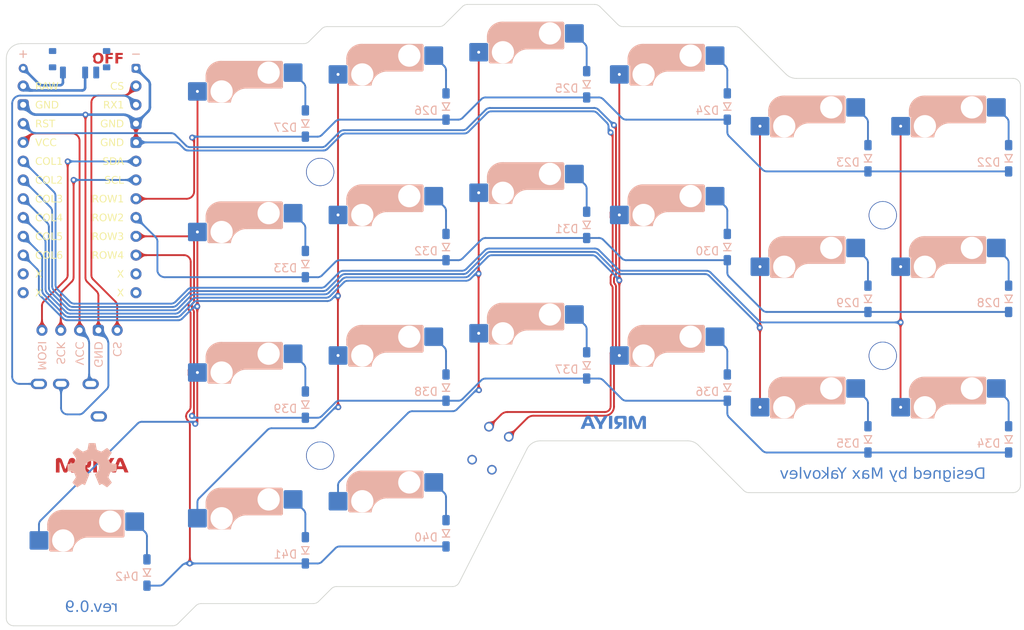
<source format=kicad_pcb>
(kicad_pcb (version 20221018) (generator pcbnew)
  (title_block (title "MRIYA Classic") (rev "0.9") (comment 1 "Designed by Max Yakovlev"))
  (layers (0 "F.Cu" signal) (31 "B.Cu" signal) (34 "B.Paste" user) (35 "F.Paste" user) (36 "B.SilkS" user "B.Silkscreen") (37 "F.SilkS" user "F.Silkscreen") (38 "B.Mask" user) (39 "F.Mask" user) (44 "Edge.Cuts" user))
  (net 0 "")
  (net 1 "GNDA")
  (net 2 "SDA_r")
  (net 3 "SCL_r")
  (net 4 "CS_r")
  (net 5 "row0_r")
  (net 6 "row1_r")
  (net 7 "row2_r")
  (net 8 "row3_r")
  (net 10 "data_r")
  (net 11 "VDD")
  (net 12 "reset_r")
  (net 13 "col0_r")
  (net 14 "col1_r")
  (net 15 "col2_r")
  (net 16 "col3_r")
  (net 17 "col4_r")
  (net 18 "col5_r")
  (net 19 "pow")
  (net 20 "Net-(D22-A)")
  (net 21 "Net-(D23-A)")
  (net 22 "Net-(D24-A)")
  (net 23 "Net-(D25-A)")
  (net 24 "Net-(D26-A)")
  (net 25 "Net-(D27-A)")
  (net 26 "Net-(D28-A)")
  (net 27 "Net-(D29-A)")
  (net 28 "Net-(D30-A)")
  (net 29 "Net-(D31-A)")
  (net 30 "Net-(D32-A)")
  (net 31 "Net-(D33-A)")
  (net 32 "Net-(D34-A)")
  (net 33 "Net-(D35-A)")
  (net 34 "Net-(D36-A)")
  (net 35 "Net-(D37-A)")
  (net 36 "Net-(D38-A)")
  (net 37 "Net-(D39-A)")
  (net 38 "Net-(D40-A)")
  (net 39 "Net-(D41-A)")
  (net 40 "Net-(D42-A)")
  (net 46 "Net-(J5-Pin_1)")
  (footprint "mriya:CherryMX_Hotswap_1.25U" (layer "F.Cu") (at 133.6 113)
    (fp_text reference "SW42" hide)
    (fp_text value "SW_PUSH" hide)
  )
  (footprint "mriya:CherryMX_Hotswap_1U" (layer "F.Cu") (at 174 50)
    (fp_text reference "SW26" hide)
    (fp_text value "SW_PUSH" hide)
  )
  (footprint "mriya:Hole_3.6mm" (layer "F.Cu") (at 164.5 99)
    (fp_text reference "H2" hide)
    (fp_text value "MountingHole 3.6mm" hide)
  )
  (footprint "mriya:PJ-320A" (layer "F.Cu") (at 123.3 91.5 90)
    (fp_text reference "J4" hide)
    (fp_text value "PJ-320A" hide)
  )
  (footprint "mriya:Hole_2mm" (layer "F.Cu") (at 124.3 100.3)
    (fp_text reference "H7" hide)
    (fp_text value "MountingHole 2mm" hide)
  )
  (footprint "mriya:RSW_4.5x4.5_vert" (layer "F.Cu") (at 187.5 98 63)
    (fp_text reference "RSW3" hide)
    (fp_text value "SW_PUSH" hide)
  )
  (footprint "mriya:CherryMX_Hotswap_1U" (layer "F.Cu") (at 250 57)
    (fp_text reference "SW22" hide)
    (fp_text value "SW_PUSH" hide)
  )
  (footprint "mriya:Hole_2mm" (layer "F.Cu") (at 143.1 100.3)
    (fp_text reference "H5" hide)
    (fp_text value "MountingHole 2mm" hide)
  )
  (footprint "mriya:Hole_2mm" (layer "F.Cu") (at 143.1 46.3)
    (fp_text reference "H6" hide)
    (fp_text value "MountingHole 2mm" hide)
  )
  (footprint "mriya:CherryMX_Hotswap_1U" (layer "F.Cu") (at 155 71.3)
    (fp_text reference "SW33" hide)
    (fp_text value "SW_PUSH" hide)
  )
  (footprint "mriya:ProMicro" (layer "F.Cu") (at 132 63)
    (fp_text reference "U2" hide)
    (fp_text value "ProMicro" hide)
  )
  (footprint "mriya:CherryMX_Hotswap_1U" (layer "F.Cu") (at 174 88)
    (fp_text reference "SW38" hide)
    (fp_text value "SW_PUSH" hide)
  )
  (footprint "mriya:CherryMX_Hotswap_1U" (layer "F.Cu") (at 155 90.3)
    (fp_text reference "SW39" hide)
    (fp_text value "SW_PUSH" hide)
  )
  (footprint "mriya:CherryMX_Hotswap_1U" (layer "F.Cu") (at 174 107.7)
    (fp_text reference "SW40" hide)
    (fp_text value "SW_PUSH" hide)
  )
  (footprint "mriya:CherryMX_Hotswap_1U" (layer "F.Cu") (at 212 69)
    (fp_text reference "SW30" hide)
    (fp_text value "SW_PUSH" hide)
  )
  (footprint "mriya:Hole_3.6mm" (layer "F.Cu") (at 164.5 60.65)
    (fp_text reference "H1" hide)
    (fp_text value "MountingHole 3.6mm" hide)
  )
  (footprint "mriya:MRIYA_LOGO" (layer "F.Cu") (at 133.7 100.3)
    (fp_text reference "G***" hide)
    (fp_text value "LOGO" hide)
  )
  (footprint "mriya:CherryMX_Hotswap_1U" (layer "F.Cu") (at 250 95)
    (fp_text reference "SW34" hide)
    (fp_text value "SW_PUSH" hide)
  )
  (footprint "mriya:CherryMX_Hotswap_1U" (layer "F.Cu") (at 250 76)
    (fp_text reference "SW28" hide)
    (fp_text value "SW_PUSH" hide)
  )
  (footprint "mriya:CherryMX_Hotswap_1U" (layer "F.Cu") (at 193 66)
    (fp_text reference "SW31" hide)
    (fp_text value "SW_PUSH" hide)
  )
  (footprint "mriya:MRIYA_LOGO_Fmask" (layer "F.Cu") (at 133.7 100.3)
    (fp_text reference "G***" hide)
    (fp_text value "LOGO" hide)
  )
  (footprint "mriya:CherryMX_Hotswap_1U" (layer "F.Cu") (at 212 88)
    (fp_text reference "SW36" hide)
    (fp_text value "SW_PUSH" hide)
  )
  (footprint "mriya:Hole_3.6mm" (layer "F.Cu") (at 240.5 85.5)
    (fp_text reference "H3" hide)
    (fp_text value "MountingHole 3.6mm" hide)
  )
  (footprint "mriya:CherryMX_Hotswap_1U" (layer "F.Cu") (at 155 110)
    (fp_text reference "SW41" hide)
    (fp_text value "SW_PUSH" hide)
  )
  (footprint "mriya:Hole_3.6mm" (layer "F.Cu") (at 240.5 66.5)
    (fp_text reference "H4" hide)
    (fp_text value "MountingHole 3.6mm" hide)
  )
  (footprint "mriya:Battery_2pin" (layer "F.Cu") (at 132 46.63)
    (fp_text reference "J5" hide)
    (fp_text value "Battery" hide)
  )
  (footprint "mriya:CherryMX_Hotswap_1U" (layer "F.Cu") (at 193 85)
    (fp_text reference "SW37" hide)
    (fp_text value "SW_PUSH" hide)
  )
  (footprint "mriya:CherryMX_Hotswap_1U" (layer "F.Cu") (at 174 69)
    (fp_text reference "SW32" hide)
    (fp_text value "SW_PUSH" hide)
  )
  (footprint "mriya:CherryMX_Hotswap_1U" (layer "F.Cu") (at 231 76)
    (fp_text reference "SW29" hide)
    (fp_text value "SW_PUSH" hide)
  )
  (footprint "mriya:CherryMX_Hotswap_1U" (layer "F.Cu") (at 231 57)
    (fp_text reference "SW23" hide)
    (fp_text value "SW_PUSH" hide)
  )
  (footprint "mriya:CherryMX_Hotswap_1U" (layer "F.Cu") (at 212 50)
    (fp_text reference "SW24" hide)
    (fp_text value "SW_PUSH" hide)
  )
  (footprint "mriya:CherryMX_Hotswap_1U" (layer "F.Cu") (at 155 52.3)
    (fp_text reference "SW27" hide)
    (fp_text value "SW_PUSH" hide)
  )
  (footprint "mriya:nice_view" (layer "F.Cu") (at 132 82.05)
    (fp_text reference "J6" hide)
    (fp_text value "nice!view")
  )
  (footprint "mriya:CherryMX_Hotswap_1U" (layer "F.Cu") (at 231 95)
    (fp_text reference "SW35" hide)
    (fp_text value "SW_PUSH" hide)
  )
  (footprint "mriya:CherryMX_Hotswap_1U" (layer "F.Cu") (at 193 47)
    (fp_text reference "SW25" hide)
    (fp_text value "SW_PUSH" hide)
  )
  (footprint "mriya:1N4148_T4" (layer "B.Cu") (at 162.5 111.8 90)
    (fp_text reference "D41")
    (fp_text value "D" hide)
  )
  (footprint "mriya:MRIYA_LOGO_back" (layer "B.Cu") (at 204.1 94.5 180)
    (fp_text reference "G***" hide)
    (fp_text value "LOGO" hide)
  )
  (footprint "mriya:1N4148_T4" (layer "B.Cu") (at 238.5 96.8 90)
    (fp_text reference "D35")
    (fp_text value "D" hide)
  )
  (footprint "mriya:1N4148_T4" (layer "B.Cu") (at 181.5 70.8 90)
    (fp_text reference "D32")
    (fp_text value "D" hide)
  )
  (footprint "mriya:1N4148_T4" (layer "B.Cu") (at 162.5 73.1 90)
    (fp_text reference "D33")
    (fp_text value "D" hide)
  )
  (footprint "mriya:1N4148_T4" (layer "B.Cu") (at 200.5 86.8 90)
    (fp_text reference "D37")
    (fp_text value "D" hide)
  )
  (footprint "mriya:1N4148_T4" (layer "B.Cu") (at 200.5 48.8 90)
    (fp_text reference "D25")
    (fp_text value "D" hide)
  )
  (footprint "mriya:1N4148_T4" (layer "B.Cu") (at 181.5 109.5 90)
    (fp_text reference "D40")
    (fp_text value "D" hide)
  )
  (footprint "mriya:1N4148_T4" (layer "B.Cu") (at 162.5 92.1 90)
    (fp_text reference "D39")
    (fp_text value "D" hide)
  )
  (footprint "mriya:1N4148_T4" (layer "B.Cu") (at 219.5 89.8 90)
    (fp_text reference "D36")
    (fp_text value "D" hide)
  )
  (footprint "mriya:1N4148_T4" (layer "B.Cu") (at 219.5 70.8 90)
    (fp_text reference "D30")
    (fp_text value "D" hide)
  )
  (footprint "mriya:open_source_logo" (layer "B.Cu") (at 133.7 100.3 180)
    (fp_text reference "G***" hide)
    (fp_text value "LOGO" hide)
  )
  (footprint "mriya:1N4148_T4" (layer "B.Cu") (at 257.5 96.8 90)
    (fp_text reference "D34")
    (fp_text value "D" hide)
  )
  (footprint "mriya:1N4148_T4" (layer "B.Cu") (at 200.5 67.8 90)
    (fp_text reference "D31")
    (fp_text value "D" hide)
  )
  (footprint "mriya:SW_SPDT_PCM12" (layer "B.Cu") (at 132 45.4)
    (fp_text reference "SW44" hide)
    (fp_text value "SW_SPDT" hide)
  )
  (footprint "mriya:1N4148_T4" (layer "B.Cu") (at 162.5 54.1 90)
    (fp_text reference "D27")
    (fp_text value "D" hide)
  )
  (footprint "mriya:1N4148_T4" (layer "B.Cu") (at 257.5 58.8 90)
    (fp_text reference "D22")
    (fp_text value "D" hide)
  )
  (footprint "mriya:1N4148_T4" (layer "B.Cu") (at 181.5 51.8 90)
    (fp_text reference "D26")
    (fp_text value "D" hide)
  )
  (footprint "mriya:1N4148_T4" (layer "B.Cu") (at 238.5 58.8 90)
    (fp_text reference "D23")
    (fp_text value "D" hide)
  )
  (footprint "mriya:1N4148_T4" (layer "B.Cu") (at 257.5 77.8 90)
    (fp_text reference "D28")
    (fp_text value "D" hide)
  )
  (footprint "mriya:1N4148_T4" (layer "B.Cu") (at 219.5 51.8 90)
    (fp_text reference "D24")
    (fp_text value "D" hide)
  )
  (footprint "mriya:1N4148_T4" (layer "B.Cu") (at 181.5 89.8 90)
    (fp_text reference "D38")
    (fp_text value "D" hide)
  )
  (footprint "mriya:1N4148_T4" (layer "B.Cu") (at 141.1 114.8 90)
    (fp_text reference "D42")
    (fp_text value "D" hide)
  )
  (footprint "mriya:1N4148_T4" (layer "B.Cu") (at 238.5 77.8 90)
    (fp_text reference "D29")
    (fp_text value "D" hide)
  )
  (gr_line (start 205.414214 41) (end 220.585786 41) (stroke (width 0.1)) (layer "Edge.Cuts"))
  (gr_line (start 202.292893 38.292893) (end 204.707107 40.707107) (stroke (width 0.1)) (layer "Edge.Cuts"))
  (gr_arc (start 166.007107 116.992893) (mid 166.33153 116.77612) (end 166.714214 116.7) (stroke (width 0.1)) (layer "Edge.Cuts"))
  (gr_line (start 221.707107 103.707107) (end 215.585786 97.585786) (stroke (width 0.1)) (layer "Edge.Cuts"))
  (gr_line (start 166.714214 116.7) (end 182.386154 116.7) (stroke (width 0.1)) (layer "Edge.Cuts"))
  (gr_line (start 258.1 104) (end 222.414214 104) (stroke (width 0.1)) (layer "Edge.Cuts"))
  (gr_arc (start 147.707107 119.292893) (mid 148.03153 119.07612) (end 148.414214 119) (stroke (width 0.1)) (layer "Edge.Cuts"))
  (gr_line (start 214.171573 97) (end 194.227691 97) (stroke (width 0.1)) (layer "Edge.Cuts"))
  (gr_arc (start 183.707107 38.292893) (mid 184.03153 38.07612) (end 184.414214 38) (stroke (width 0.1)) (layer "Edge.Cuts"))
  (gr_line (start 122.1 121) (end 122.1 45.3) (stroke (width 0.1)) (layer "Edge.Cuts"))
  (gr_line (start 162.285786 43.3) (end 124.1 43.3) (stroke (width 0.1)) (layer "Edge.Cuts"))
  (gr_arc (start 205.414214 41) (mid 205.031531 40.92388) (end 204.707107 40.707107) (stroke (width 0.1)) (layer "Edge.Cuts"))
  (gr_arc (start 123.1 122) (mid 122.392893 121.707107) (end 122.1 121) (stroke (width 0.1)) (layer "Edge.Cuts"))
  (gr_line (start 184.414214 38) (end 201.585786 38) (stroke (width 0.1)) (layer "Edge.Cuts"))
  (gr_arc (start 164.707107 41.292893) (mid 165.03153 41.07612) (end 165.414214 41) (stroke (width 0.1)) (layer "Edge.Cuts"))
  (gr_arc (start 162.992893 43.007107) (mid 162.66847 43.22388) (end 162.285786 43.3) (stroke (width 0.1)) (layer "Edge.Cuts"))
  (gr_arc (start 122.1 45.3) (mid 122.685786 43.885786) (end 124.1 43.3) (stroke (width 0.1)) (layer "Edge.Cuts"))
  (gr_arc (start 222.414214 104) (mid 222.031528 103.923884) (end 221.707107 103.707107) (stroke (width 0.1)) (layer "Edge.Cuts"))
  (gr_line (start 183.277849 116.152637) (end 192.444301 98.094726) (stroke (width 0.1)) (layer "Edge.Cuts"))
  (gr_line (start 123.1 122) (end 144.585786 122) (stroke (width 0.1)) (layer "Edge.Cuts"))
  (gr_arc (start 164.292893 118.707107) (mid 163.96847 118.92388) (end 163.585786 119) (stroke (width 0.1)) (layer "Edge.Cuts"))
  (gr_arc (start 228.828427 48) (mid 228.063055 47.847768) (end 227.414214 47.414214) (stroke (width 0.1)) (layer "Edge.Cuts"))
  (gr_line (start 183.707107 38.292893) (end 181.292893 40.707107) (stroke (width 0.1)) (layer "Edge.Cuts"))
  (gr_arc (start 258.1 48) (mid 258.807107 48.292893) (end 259.1 49) (stroke (width 0.1)) (layer "Edge.Cuts"))
  (gr_line (start 148.414214 119) (end 163.585786 119) (stroke (width 0.1)) (layer "Edge.Cuts"))
  (gr_arc (start 181.292893 40.707107) (mid 180.96847 40.92388) (end 180.585786 41) (stroke (width 0.1)) (layer "Edge.Cuts"))
  (gr_arc (start 259.1 103) (mid 258.807107 103.707107) (end 258.1 104) (stroke (width 0.1)) (layer "Edge.Cuts"))
  (gr_line (start 164.707107 41.292893) (end 162.992893 43.007107) (stroke (width 0.1)) (layer "Edge.Cuts"))
  (gr_line (start 165.414214 41) (end 180.585786 41) (stroke (width 0.1)) (layer "Edge.Cuts"))
  (gr_arc (start 145.292893 121.707107) (mid 144.96847 121.92388) (end 144.585786 122) (stroke (width 0.1)) (layer "Edge.Cuts"))
  (gr_arc (start 201.585786 38) (mid 201.968469 38.07612) (end 202.292893 38.292893) (stroke (width 0.1)) (layer "Edge.Cuts"))
  (gr_line (start 164.292893 118.707107) (end 166.007107 116.992893) (stroke (width 0.1)) (layer "Edge.Cuts"))
  (gr_arc (start 183.277849 116.152637) (mid 182.9093 116.552243) (end 182.386154 116.7) (stroke (width 0.1)) (layer "Edge.Cuts"))
  (gr_line (start 145.292893 121.707107) (end 147.707107 119.292893) (stroke (width 0.1)) (layer "Edge.Cuts"))
  (gr_arc (start 214.171573 97) (mid 214.936945 97.152232) (end 215.585786 97.585786) (stroke (width 0.1)) (layer "Edge.Cuts"))
  (gr_line (start 221.292893 41.292893) (end 227.414214 47.414214) (stroke (width 0.1)) (layer "Edge.Cuts"))
  (gr_arc (start 220.585786 41) (mid 220.968472 41.076116) (end 221.292893 41.292893) (stroke (width 0.1)) (layer "Edge.Cuts"))
  (gr_arc (start 192.444301 98.094726) (mid 193.181399 97.295513) (end 194.227691 97) (stroke (width 0.1)) (layer "Edge.Cuts"))
  (gr_line (start 259.1 49) (end 259.1 103) (stroke (width 0.1)) (layer "Edge.Cuts"))
  (gr_line (start 228.828427 48) (end 258.1 48) (stroke (width 0.1)) (layer "Edge.Cuts"))
  (gr_text "OFF" (at 138 45.4) (layer "F.Cu") (effects (font (size 1.4 1.4) (thickness 0.24) bold) (justify right)))
  (gr_text "Designed by Max Yakovlev" (at 240.49375 101.5) (layer "B.Cu") (effects (font (size 1.5 1.5) (thickness 0.1875)) (justify mirror)))
  (gr_text "rev.0.9" (at 133.6 119.5) (layer "B.Cu") (effects (font (size 1.5 1.5) (thickness 0.1875)) (justify mirror)))
  (segment (start 187.308502 95.091498) (end 188.946399 93.4536) (width 0.25) (layer "F.Cu") (net 1))
  (segment (start 204.01 55.587796) (end 203.7355 55.313296) (width 0.25) (layer "F.Cu") (net 1))
  (segment (start 132.79375 74.936907) (end 132.79375 52.9) (width 0.25) (layer "F.Cu") (net 1))
  (segment (start 204.01 65.51238) (end 204.01 55.587796) (width 0.25) (layer "F.Cu") (net 1))
  (segment (start 203.74 66.752246) (end 203.74 66.164217) (width 0.25) (layer "F.Cu") (net 1))
  (segment (start 134.300932 76.782182) (end 133.032817 75.514067) (width 0.25) (layer "F.Cu") (net 1))
  (segment (start 139.62 54.11) (end 139.62 56.65) (width 0.35) (layer "F.Cu") (net 1))
  (segment (start 204.012393 76.325109) (end 204.012393 84.508295) (width 0.25) (layer "F.Cu") (net 1))
  (segment (start 204.015 74.182452) (end 204.015 67.416155) (width 0.25) (layer "F.Cu") (net 1))
  (segment (start 203.74 92.321058) (end 203.74 85.165909) (width 0.25) (layer "F.Cu") (net 1))
  (segment (start 187.298466 95.091498) (end 187.308502 95.091498) (width 0.25) (layer "F.Cu") (net 1))
  (segment (start 203.737393 74.852654) (end 203.737393 75.6612) (width 0.25) (layer "F.Cu") (net 1))
  (segment (start 189.800065 93.1) (end 202.961058 93.1) (width 0.25) (layer "F.Cu") (net 1))
  (segment (start 134.54 77.359342) (end 134.54 82.05) (width 0.25) (layer "F.Cu") (net 1))
  (via (at 132.79375 52.9) (size 0.8) (drill 0.4) (layers "F.Cu" "B.Cu") (net 1))
  (via (at 203.7355 55.313296) (size 0.8) (drill 0.4) (layers "F.Cu" "B.Cu") (net 1))
  (arc (start 203.874893 75.993155) (mid 203.976657 76.145456) (end 204.012393 76.325109) (width 0.25) (layer "F.Cu") (net 1))
  (arc (start 188.946399 93.4536) (mid 189.338064 93.191898) (end 189.800065 93.1) (width 0.25) (layer "F.Cu") (net 1))
  (arc (start 203.8775 67.084201) (mid 203.775735 66.931898) (end 203.74 66.752246) (width 0.25) (layer "F.Cu") (net 1))
  (arc (start 134.300932 76.782182) (mid 134.477868 77.046985) (end 134.54 77.359342) (width 0.25) (layer "F.Cu") (net 1))
  (arc (start 203.875 65.838299) (mid 203.974914 65.688766) (end 204.01 65.51238) (width 0.25) (layer "F.Cu") (net 1))
  (arc (start 203.876196 84.837102) (mid 203.976996 84.686244) (end 204.012393 84.508295) (width 0.25) (layer "F.Cu") (net 1))
  (arc (start 203.74 85.165909) (mid 203.775396 84.98796) (end 203.876196 84.837102) (width 0.25) (layer "F.Cu") (net 1))
  (arc (start 204.015 74.182452) (mid 203.978926 74.363807) (end 203.876196 74.517553) (width 0.25) (layer "F.Cu") (net 1))
  (arc (start 203.876196 74.517553) (mid 203.773466 74.671298) (end 203.737393 74.852654) (width 0.25) (layer "F.Cu") (net 1))
  (arc (start 203.74 66.164217) (mid 203.775085 65.987831) (end 203.875 65.838299) (width 0.25) (layer "F.Cu") (net 1))
  (arc (start 204.015 67.416155) (mid 203.979264 67.236502) (end 203.8775 67.084201) (width 0.25) (layer "F.Cu") (net 1))
  (arc (start 202.961058 93.1) (mid 203.511853 92.871853) (end 203.74 92.321058) (width 0.25) (layer "F.Cu") (net 1))
  (arc (start 132.79375 74.936907) (mid 132.855881 75.249263) (end 133.032817 75.514067) (width 0.25) (layer "F.Cu") (net 1))
  (arc (start 203.737393 75.6612) (mid 203.773128 75.840852) (end 203.874893 75.993155) (width 0.25) (layer "F.Cu") (net 1))
  (segment (start 201.346511 52.45) (end 187.624488 52.45) (width 0.25) (layer "B.Cu") (net 1))
  (segment (start 146.607849 57.748497) (end 146.450447 57.717185) (width 0.25) (layer "B.Cu") (net 1))
  (segment (start 134.54 82.05) (end 135.557945 83.067945) (width 0.25) (layer "B.Cu") (net 1))
  (segment (start 164.992149 57.748484) (end 164.911907 57.75) (width 0.25) (layer "B.Cu") (net 1))
  (segment (start 145.431248 56.833407) (end 145.297814 56.744244) (width 0.25) (layer "B.Cu") (net 1))
  (segment (start 187.047328 52.689067) (end 184.525463 55.210932) (width 0.25) (layer "B.Cu") (net 1))
  (segment (start 146.688092 57.75) (end 146.607849 57.748497) (width 0.25) (layer "B.Cu") (net 1))
  (segment (start 203.4605 55.038296) (end 203.4605 54.563988) (width 0.25) (layer "B.Cu") (net 1))
  (segment (start 146.168742 57.566602) (end 146.110932 57.510932) (width 0.25) (layer "B.Cu") (net 1))
  (segment (start 165.489067 57.510932) (end 165.431249 57.566593) (width 0.25) (layer "B.Cu") (net 1))
  (segment (start 141.5 48.848092) (end 141.5 51.891907) (width 0.35) (layer "B.Cu") (net 1))
  (segment (start 167.807849 55.451502) (end 167.650447 55.482814) (width 0.25) (layer "B.Cu") (net 1))
  (segment (start 125.393054 52.583054) (end 124.38 51.57) (width 0.35) (layer "B.Cu") (net 1))
  (segment (start 130.370271 93.423145) (end 132.010867 93.423145) (width 0.25) (layer "B.Cu") (net 1))
  (segment (start 167.310932 55.689067) (end 165.489067 57.510932) (width 0.25) (layer "B.Cu") (net 1))
  (segment (start 167.888092 55.45) (end 167.807849 55.451502) (width 0.25) (layer "B.Cu") (net 1))
  (segment (start 203.7355 55.313296) (end 203.4605 55.038296) (width 0.25) (layer "B.Cu") (net 1))
  (segment (start 146.110932 57.510932) (end 145.489067 56.889067) (width 0.25) (layer "B.Cu") (net 1))
  (segment (start 137.896164 52.9) (end 126.158229 52.9) (width 0.35) (layer "B.Cu") (net 1))
  (segment (start 129.5 92.552874) (end 129.5 89.3) (width 0.25) (layer "B.Cu") (net 1))
  (segment (start 203.221432 53.986828) (end 201.923671 52.689067) (width 0.25) (layer "B.Cu") (net 1))
  (segment (start 167.368742 55.633396) (end 167.310932 55.689067) (width 0.25) (layer "B.Cu") (net 1))
  (segment (start 164.911907 57.75) (end 146.688092 57.75) (width 0.25) (layer "B.Cu") (net 1))
  (segment (start 145.297814 56.744244) (end 145.149548 56.682827) (width 0.25) (layer "B.Cu") (net 1))
  (segment (start 146.302179 57.655767) (end 146.168742 57.566602) (width 0.25) (layer "B.Cu") (net 1))
  (segment (start 141.260932 52.469067) (end 139.62 54.11) (width 0.35) (layer "B.Cu") (net 1))
  (segment (start 145.149548 56.682827) (end 144.992149 56.651516) (width 0.25) (layer "B.Cu") (net 1))
  (segment (start 141.260932 48.270932) (end 139.62 46.63) (width 0.35) (layer "B.Cu") (net 1))
  (segment (start 144.992149 56.651516) (end 144.911907 56.65) (width 0.25) (layer "B.Cu") (net 1))
  (segment (start 144.911907 56.65) (end 139.62 56.65) (width 0.25) (layer "B.Cu") (net 1))
  (segment (start 135.654682 90.039067) (end 132.507817 93.185932) (width 0.25) (layer "B.Cu") (net 1))
  (segment (start 165.297814 57.655756) (end 165.149548 57.717173) (width 0.25) (layer "B.Cu") (net 1))
  (segment (start 146.450447 57.717185) (end 146.302179 57.655767) (width 0.25) (layer "B.Cu") (net 1))
  (segment (start 145.489067 56.889067) (end 145.431248 56.833407) (width 0.25) (layer "B.Cu") (net 1))
  (segment (start 167.650447 55.482814) (end 167.502179 55.544232) (width 0.25) (layer "B.Cu") (net 1))
  (segment (start 167.502179 55.544232) (end 167.368742 55.633396) (width 0.25) (layer "B.Cu") (net 1))
  (segment (start 135.89375 83.87865) (end 135.89375 89.461907) (width 0.25) (layer "B.Cu") (net 1))
  (segment (start 165.431249 57.566593) (end 165.297814 57.655756) (width 0.25) (layer "B.Cu") (net 1))
  (segment (start 165.149548 57.717173) (end 164.992149 57.748484) (width 0.25) (layer "B.Cu") (net 1))
  (segment (start 138.773337 53.263337) (end 139.62 54.11) (width 0.35) (layer "B.Cu") (net 1))
  (segment (start 183.948303 55.45) (end 167.888092 55.45) (width 0.25) (layer "B.Cu") (net 1))
  (arc (start 141.5 51.891907) (mid 141.437868 52.204263) (end 141.260932 52.469067) (width 0.35) (layer "B.Cu") (net 1))
  (arc (start 138.773337 53.263337) (mid 138.370887 52.994428) (end 137.896164 52.9) (width 0.35) (layer "B.Cu") (net 1))
  (arc (start 135.557945 83.067945) (mid 135.806477 83.4399) (end 135.89375 83.87865) (width 0.25) (layer "B.Cu") (net 1))
  (arc (start 135.89375 89.461907) (mid 135.831618 89.774263) (end 135.654682 90.039067) (width 0.25) (layer "B.Cu") (net 1))
  (arc (start 201.923671 52.689067) (mid 201.658867 52.512131) (end 201.346511 52.45) (width 0.25) (layer "B.Cu") (net 1))
  (arc (start 132.507817 93.185932) (mid 132.279638 93.346626) (end 132.010867 93.423145) (width 0.25) (layer "B.Cu") (net 1))
  (arc (start 141.260932 48.270932) (mid 141.437868 48.535735) (end 141.5 48.848092) (width 0.35) (layer "B.Cu") (net 1))
  (arc (start 129.5 92.552874) (mid 129.754896 93.168249) (end 130.370271 93.423145) (width 0.25) (layer "B.Cu") (net 1))
  (arc (start 184.525463 55.210932) (mid 184.260659 55.387868) (end 183.948303 55.45) (width 0.25) (layer "B.Cu") (net 1))
  (arc (start 125.393054 52.583054) (mid 125.744119 52.817628) (end 126.158229 52.9) (width 0.35) (layer "B.Cu") (net 1))
  (arc (start 187.624488 52.45) (mid 187.312131 52.512131) (end 187.047328 52.689067) (width 0.25) (layer "B.Cu") (net 1))
  (arc (start 203.4605 54.563988) (mid 203.398368 54.251631) (end 203.221432 53.986828) (width 0.25) (layer "B.Cu") (net 1))
  (segment (start 130.39375 74.586907) (end 130.39375 59.225) (width 0.25) (layer "F.Cu") (net 2))
  (segment (start 127.159067 78.159682) (end 130.154682 75.164067) (width 0.25) (layer "F.Cu") (net 2))
  (segment (start 126.92 78.736842) (end 126.92 82.05) (width 0.25) (layer "F.Cu") (net 2))
  (via (at 130.39375 59.225) (size 0.8) (drill 0.4) (layers "F.Cu" "B.Cu") (net 2))
  (arc (start 130.39375 74.586907) (mid 130.331618 74.899263) (end 130.154682 75.164067) (width 0.25) (layer "F.Cu") (net 2))
  (arc (start 127.159067 78.159682) (mid 126.982131 78.424485) (end 126.92 78.736842) (width 0.25) (layer "F.Cu") (net 2))
  (segment (start 130.39375 59.225) (end 139.585 59.225) (width 0.25) (layer "B.Cu") (net 2))
  (segment (start 129.46 77.296842) (end 129.46 82.05) (width 0.25) (layer "F.Cu") (net 3))
  (segment (start 131.19375 74.886907) (end 131.19375 61.725) (width 0.25) (layer "F.Cu") (net 3))
  (segment (start 130.954682 75.464067) (end 129.699067 76.719682) (width 0.25) (layer "F.Cu") (net 3))
  (via (at 131.19375 61.725) (size 0.8) (drill 0.4) (layers "F.Cu" "B.Cu") (net 3))
  (arc (start 131.19375 74.886907) (mid 131.131618 75.199263) (end 130.954682 75.464067) (width 0.25) (layer "F.Cu") (net 3))
  (arc (start 129.699067 76.719682) (mid 129.522131 76.984485) (end 129.46 77.296842) (width 0.25) (layer "F.Cu") (net 3))
  (segment (start 131.19875 61.73) (end 139.62 61.73) (width 0.25) (layer "B.Cu") (net 3))
  (segment (start 131.19375 61.725) (end 131.19875 61.73) (width 0.25) (layer "B.Cu") (net 3))
  (segment (start 137.883451 50.325) (end 134.550392 50.325) (width 0.25) (layer "F.Cu") (net 4))
  (segment (start 137.08 78.749342) (end 137.08 82.05) (width 0.25) (layer "F.Cu") (net 4))
  (segment (start 138.637221 50.012778) (end 139.62 49.03) (width 0.25) (layer "F.Cu") (net 4))
  (segment (start 136.840932 78.172182) (end 133.832817 75.164067) (width 0.25) (layer "F.Cu") (net 4))
  (segment (start 133.59375 51.281642) (end 133.59375 74.586907) (width 0.25) (layer "F.Cu") (net 4))
  (arc (start 138.637221 50.012778) (mid 138.291388 50.243856) (end 137.883451 50.325) (width 0.25) (layer "F.Cu") (net 4))
  (arc (start 136.840932 78.172182) (mid 137.017868 78.436985) (end 137.08 78.749342) (width 0.25) (layer "F.Cu") (net 4))
  (arc (start 133.59375 74.586907) (mid 133.655881 74.899263) (end 133.832817 75.164067) (width 0.25) (layer "F.Cu") (net 4))
  (arc (start 134.550392 50.325) (mid 133.873944 50.605194) (end 133.59375 51.281642) (width 0.25) (layer "F.Cu") (net 4))
  (segment (start 147.48 56.2745) (end 147.48 63.251186) (width 0.25) (layer "F.Cu") (net 5))
  (segment (start 146.461186 64.27) (end 139.62 64.27) (width 0.25) (layer "F.Cu") (net 5))
  (segment (start 147.2055 56) (end 147.48 56.2745) (width 0.25) (layer "F.Cu") (net 5))
  (via (at 147.2055 56) (size 0.8) (drill 0.4) (layers "F.Cu" "B.Cu") (net 5))
  (arc (start 147.48 63.251186) (mid 147.1816 63.9716) (end 146.461186 64.27) (width 0.25) (layer "F.Cu") (net 5))
  (segment (start 202.161907 50.575) (end 200.5 50.575) (width 0.25) (layer "B.Cu") (net 5))
  (segment (start 186.838092 50.575) (end 200.5 50.575) (width 0.25) (layer "B.Cu") (net 5))
  (segment (start 162.5 55.875) (end 147.3305 55.875) (width 0.25) (layer "B.Cu") (net 5))
  (segment (start 181.5 53.575) (end 167.138092 53.575) (width 0.25) (layer "B.Cu") (net 5))
  (segment (start 224.838092 60.575) (end 238.5 60.575) (width 0.25) (layer "B.Cu") (net 5))
  (segment (start 219.5 53.575) (end 205.838092 53.575) (width 0.25) (layer "B.Cu") (net 5))
  (segment (start 186.260932 50.814067) (end 183.739067 53.335932) (width 0.25) (layer "B.Cu") (net 5))
  (segment (start 164.739067 55.635932) (end 166.560932 53.814067) (width 0.25) (layer "B.Cu") (net 5))
  (segment (start 238.5 60.575) (end 257.5 60.575) (width 0.25) (layer "B.Cu") (net 5))
  (segment (start 147.3305 55.875) (end 147.2055 56) (width 0.25) (layer "B.Cu") (net 5))
  (segment (start 219.5 53.575) (end 219.5 55.236907) (width 0.25) (layer "B.Cu") (net 5))
  (segment (start 181.5 53.575) (end 183.161907 53.575) (width 0.25) (layer "B.Cu") (net 5))
  (segment (start 164.161907 55.875) (end 162.5 55.875) (width 0.25) (layer "B.Cu") (net 5))
  (segment (start 202.739067 50.814067) (end 205.260932 53.335932) (width 0.25) (layer "B.Cu") (net 5))
  (segment (start 224.260932 60.335932) (end 219.739067 55.814067) (width 0.25) (layer "B.Cu") (net 5))
  (arc (start 164.739067 55.635932) (mid 164.474263 55.812868) (end 164.161907 55.875) (width 0.25) (layer "B.Cu") (net 5))
  (arc (start 186.838092 50.575) (mid 186.525735 50.637131) (end 186.260932 50.814067) (width 0.25) (layer "B.Cu") (net 5))
  (arc (start 224.260932 60.335932) (mid 224.525735 60.512868) (end 224.838092 60.575) (width 0.25) (layer "B.Cu") (net 5))
  (arc (start 205.260932 53.335932) (mid 205.525735 53.512868) (end 205.838092 53.575) (width 0.25) (layer "B.Cu") (net 5))
  (arc (start 183.739067 53.335932) (mid 183.474263 53.512868) (end 183.161907 53.575) (width 0.25) (layer "B.Cu") (net 5))
  (arc (start 219.5 55.236907) (mid 219.562131 55.549263) (end 219.739067 55.814067) (width 0.25) (layer "B.Cu") (net 5))
  (arc (start 202.739067 50.814067) (mid 202.474263 50.637131) (end 202.161907 50.575) (width 0.25) (layer "B.Cu") (net 5))
  (arc (start 167.138092 53.575) (mid 166.825735 53.637131) (end 166.560932 53.814067) (width 0.25) (layer "B.Cu") (net 5))
  (segment (start 142.515119 70.043211) (end 142.515119 74.054688) (width 0.25) (layer "B.Cu") (net 6))
  (segment (start 142.276051 69.466051) (end 139.62 66.81) (width 0.25) (layer "B.Cu") (net 6))
  (segment (start 219.5 72.575) (end 219.5 74.236907) (width 0.25) (layer "B.Cu") (net 6))
  (segment (start 219.739067 74.814067) (end 224.260932 79.335932) (width 0.25) (layer "B.Cu") (net 6))
  (segment (start 202.161907 69.575) (end 200.5 69.575) (width 0.25) (layer "B.Cu") (net 6))
  (segment (start 186.260932 69.814067) (end 183.739067 72.335932) (width 0.25) (layer "B.Cu") (net 6))
  (segment (start 181.5 72.575) (end 167.138092 72.575) (width 0.25) (layer "B.Cu") (net 6))
  (segment (start 186.838092 69.575) (end 200.5 69.575) (width 0.25) (layer "B.Cu") (net 6))
  (segment (start 164.739067 74.635932) (end 166.560932 72.814067) (width 0.25) (layer "B.Cu") (net 6))
  (segment (start 202.739067 69.814067) (end 205.260932 72.335932) (width 0.25) (layer "B.Cu") (net 6))
  (segment (start 238.5 79.575) (end 257.5 79.575) (width 0.25) (layer "B.Cu") (net 6))
  (segment (start 181.5 72.575) (end 183.161907 72.575) (width 0.25) (layer "B.Cu") (net 6))
  (segment (start 164.161907 74.875) (end 162.5 74.875) (width 0.25) (layer "B.Cu") (net 6))
  (segment (start 143.529401 74.875) (end 162.5 74.875) (width 0.25) (layer "B.Cu") (net 6))
  (segment (start 205.838092 72.575) (end 219.5 72.575) (width 0.25) (layer "B.Cu") (net 6))
  (segment (start 224.838092 79.575) (end 238.5 79.575) (width 0.25) (layer "B.Cu") (net 6))
  (arc (start 186.838092 69.575) (mid 186.525735 69.637131) (end 186.260932 69.814067) (width 0.25) (layer "B.Cu") (net 6))
  (arc (start 224.260932 79.335932) (mid 224.525735 79.512868) (end 224.838092 79.575) (width 0.25) (layer "B.Cu") (net 6))
  (arc (start 219.5 74.236907) (mid 219.562131 74.549263) (end 219.739067 74.814067) (width 0.25) (layer "B.Cu") (net 6))
  (arc (start 202.739067 69.814067) (mid 202.474263 69.637131) (end 202.161907 69.575) (width 0.25) (layer "B.Cu") (net 6))
  (arc (start 205.260932 72.335932) (mid 205.525735 72.512868) (end 205.838092 72.575) (width 0.25) (layer "B.Cu") (net 6))
  (arc (start 142.276051 69.466051) (mid 142.452987 69.730854) (end 142.515119 70.043211) (width 0.25) (layer "B.Cu") (net 6))
  (arc (start 167.138092 72.575) (mid 166.825735 72.637131) (end 166.560932 72.814067) (width 0.25) (layer "B.Cu") (net 6))
  (arc (start 142.515119 74.054688) (mid 142.876461 74.645114) (end 143.529401 74.875) (width 0.25) (layer "B.Cu") (net 6))
  (arc (start 164.739067 74.635932) (mid 164.474263 74.812868) (end 164.161907 74.875) (width 0.25) (layer "B.Cu") (net 6))
  (arc (start 183.739067 72.335932) (mid 183.474263 72.512868) (end 183.161907 72.575) (width 0.25) (layer "B.Cu") (net 6))
  (segment (start 147.1755 93.625) (end 147.45 93.3505) (width 0.25) (layer "F.Cu") (net 7))
  (segment (start 147.45 87.015847) (end 147.45 79.596717) (width 0.25) (layer "F.Cu") (net 7))
  (segment (start 146.615446 69.35) (end 139.62 69.35) (width 0.25) (layer "F.Cu") (net 7))
  (segment (start 147.17356 78.929332) (end 147.17356 78.730274) (width 0.25) (layer "F.Cu") (net 7))
  (segment (start 147.45 93.3505) (end 147.45 88.504152) (width 0.25) (layer "F.Cu") (net 7))
  (segment (start 147.465 78.026675) (end 147.465 70.199554) (width 0.25) (layer "F.Cu") (net 7))
  (segment (start 147.19 87.876457) (end 147.19 87.643542) (width 0.25) (layer "F.Cu") (net 7))
  (via (at 147.1755 93.625) (size 0.8) (drill 0.4) (layers "F.Cu" "B.Cu") (net 7))
  (arc (start 147.32 88.190305) (mid 147.223785 88.04631) (end 147.19 87.876457) (width 0.25) (layer "F.Cu") (net 7))
  (arc (start 147.17356 78.730274) (mid 147.211431 78.539881) (end 147.31928 78.378475) (width 0.25) (layer "F.Cu") (net 7))
  (arc (start 147.465 70.199554) (mid 147.216158 69.598842) (end 146.615446 69.35) (width 0.25) (layer "F.Cu") (net 7))
  (arc (start 147.45 88.504152) (mid 147.416214 88.334299) (end 147.32 88.190305) (width 0.25) (layer "F.Cu") (net 7))
  (arc (start 147.31928 78.378475) (mid 147.427128 78.217067) (end 147.465 78.026675) (width 0.25) (layer "F.Cu") (net 7))
  (arc (start 147.32 87.329695) (mid 147.416214 87.1857) (end 147.45 87.015847) (width 0.25) (layer "F.Cu") (net 7))
  (arc (start 147.45 79.596717) (mid 147.414077 79.416124) (end 147.31178 79.263025) (width 0.25) (layer "F.Cu") (net 7))
  (arc (start 147.19 87.643542) (mid 147.223785 87.473689) (end 147.32 87.329695) (width 0.25) (layer "F.Cu") (net 7))
  (arc (start 147.31178 79.263025) (mid 147.209482 79.109925) (end 147.17356 78.929332) (width 0.25) (layer "F.Cu") (net 7))
  (segment (start 147.4255 93.875) (end 162.5 93.875) (width 0.25) (layer "B.Cu") (net 7))
  (segment (start 219.739067 93.814067) (end 224.260932 98.335932) (width 0.25) (layer "B.Cu") (net 7))
  (segment (start 224.838092 98.575) (end 238.5 98.575) (width 0.25) (layer "B.Cu") (net 7))
  (segment (start 205.838092 91.575) (end 219.5 91.575) (width 0.25) (layer "B.Cu") (net 7))
  (segment (start 200.5 88.575) (end 202.161907 88.575) (width 0.25) (layer "B.Cu") (net 7))
  (segment (start 166.560932 91.814067) (end 164.739067 93.635932) (width 0.25) (layer "B.Cu") (net 7))
  (segment (start 200.5 88.575) (end 186.838092 88.575) (width 0.25) (layer "B.Cu") (net 7))
  (segment (start 181.5 91.575) (end 183.161907 91.575) (width 0.25) (layer "B.Cu") (net 7))
  (segment (start 181.5 91.575) (end 167.138092 91.575) (width 0.25) (layer "B.Cu") (net 7))
  (segment (start 164.161907 93.875) (end 162.5 93.875) (width 0.25) (layer "B.Cu") (net 7))
  (segment (start 205.260932 91.335932) (end 202.739067 88.814067) (width 0.25) (layer "B.Cu") (net 7))
  (segment (start 219.5 91.575) (end 219.5 93.236907) (width 0.25) (layer "B.Cu") (net 7))
  (segment (start 186.260932 88.814067) (end 183.739067 91.335932) (width 0.25) (layer "B.Cu") (net 7))
  (segment (start 147.1755 93.625) (end 147.4255 93.875) (width 0.25) (layer "B.Cu") (net 7))
  (segment (start 238.5 98.575) (end 257.5 98.575) (width 0.25) (layer "B.Cu") (net 7))
  (arc (start 224.260932 98.335932) (mid 224.525735 98.512868) (end 224.838092 98.575) (width 0.25) (layer "B.Cu") (net 7))
  (arc (start 167.138092 91.575) (mid 166.825735 91.637131) (end 166.560932 91.814067) (width 0.25) (layer "B.Cu") (net 7))
  (arc (start 164.739067 93.635932) (mid 164.474263 93.812868) (end 164.161907 93.875) (width 0.25) (layer "B.Cu") (net 7))
  (arc (start 183.739067 91.335932) (mid 183.474263 91.512868) (end 183.161907 91.575) (width 0.25) (layer "B.Cu") (net 7))
  (arc (start 202.739067 88.814067) (mid 202.474263 88.637131) (end 202.161907 88.575) (width 0.25) (layer "B.Cu") (net 7))
  (arc (start 186.838092 88.575) (mid 186.525735 88.637131) (end 186.260932 88.814067) (width 0.25) (layer "B.Cu") (net 7))
  (arc (start 205.260932 91.335932) (mid 205.525735 91.512868) (end 205.838092 91.575) (width 0.25) (layer "B.Cu") (net 7))
  (arc (start 219.5 93.236907) (mid 219.562131 93.549263) (end 219.739067 93.814067) (width 0.25) (layer "B.Cu") (net 7))
  (segment (start 146.632817 94.264067) (end 146.660932 94.292182) (width 0.25) (layer "F.Cu") (net 8))
  (segment (start 147.015 72.812043) (end 147.015 77.840279) (width 0.25) (layer "F.Cu") (net 8))
  (segment (start 147 79.783113) (end 147 86.829451) (width 0.25) (layer "F.Cu") (net 8))
  (segment (start 146.39375 93.686907) (end 146.39375 93.663092) (width 0.25) (layer "F.Cu") (net 8))
  (segment (start 139.62 71.89) (end 146.092957 71.89) (width 0.25) (layer "F.Cu") (net 8))
  (segment (start 147 92.380657) (end 147 88.690548) (width 0.25) (layer "F.Cu") (net 8))
  (segment (start 146.760931 92.957817) (end 146.632817 93.085932) (width 0.25) (layer "F.Cu") (net 8))
  (segment (start 146.9 113.55) (end 146.875 113.575) (width 0.25) (layer "F.Cu") (net 8))
  (segment (start 146.72356 78.543878) (end 146.72356 79.115728) (width 0.25) (layer "F.Cu") (net 8))
  (segment (start 146.74 87.457146) (end 146.74 88.062853) (width 0.25) (layer "F.Cu") (net 8))
  (segment (start 146.9 94.869342) (end 146.9 113.55) (width 0.25) (layer "F.Cu") (net 8))
  (via (at 146.875 113.575) (size 0.8) (drill 0.4) (layers "F.Cu" "B.Cu") (net 8))
  (arc (start 146.74 88.062853) (mid 146.773785 88.232706) (end 146.87 88.376701) (width 0.25) (layer "F.Cu") (net 8))
  (arc (start 146.092957 71.89) (mid 146.744952 72.160048) (end 147.015 72.812043) (width 0.25) (layer "F.Cu") (net 8))
  (arc (start 146.87 87.143299) (mid 146.773785 87.287293) (end 146.74 87.457146) (width 0.25) (layer "F.Cu") (net 8))
  (arc (start 146.87 88.376701) (mid 146.966214 88.520695) (end 147 88.690548) (width 0.25) (layer "F.Cu") (net 8))
  (arc (start 147.015 77.840279) (mid 146.977128 78.030671) (end 146.86928 78.192079) (width 0.25) (layer "F.Cu") (net 8))
  (arc (start 146.86928 78.192079) (mid 146.761431 78.353485) (end 146.72356 78.543878) (width 0.25) (layer "F.Cu") (net 8))
  (arc (start 146.72356 79.115728) (mid 146.759482 79.296321) (end 146.86178 79.449421) (width 0.25) (layer "F.Cu") (net 8))
  (arc (start 147 86.829451) (mid 146.966214 86.999304) (end 146.87 87.143299) (width 0.25) (layer "F.Cu") (net 8))
  (arc (start 146.39375 93.686907) (mid 146.455881 93.999263) (end 146.632817 94.264067) (width 0.25) (layer "F.Cu") (net 8))
  (arc (start 146.86178 79.449421) (mid 146.964077 79.60252) (end 147 79.783113) (width 0.25) (layer "F.Cu") (net 8))
  (arc (start 146.632817 93.085932) (mid 146.455881 93.350735) (end 146.39375 93.663092) (width 0.25) (layer "F.Cu") (net 8))
  (arc (start 146.660932 94.292182) (mid 146.837868 94.556985) (end 146.9 94.869342) (width 0.25) (layer "F.Cu") (net 8))
  (arc (start 147 92.380657) (mid 146.937867 92.693013) (end 146.760931 92.957817) (width 0.25) (layer "F.Cu") (net 8))
  (segment (start 167.138092 111.275) (end 181.5 111.275) (width 0.25) (layer "B.Cu") (net 8))
  (segment (start 164.161907 113.575) (end 162.5 113.575) (width 0.25) (layer "B.Cu") (net 8))
  (segment (start 164.739067 113.335932) (end 166.560932 111.514067) (width 0.25) (layer "B.Cu") (net 8))
  (segment (start 146.438092 113.575) (end 146.875 113.575) (width 0.25) (layer "B.Cu") (net 8))
  (segment (start 143.339067 116.335932) (end 145.860932 113.814067) (width 0.25) (layer "B.Cu") (net 8))
  (segment (start 162.5 113.575) (end 146.875 113.575) (width 0.25) (layer "B.Cu") (net 8))
  (segment (start 142.761907 116.575) (end 141.1 116.575) (width 0.25) (layer "B.Cu") (net 8))
  (arc (start 146.438092 113.575) (mid 146.125735 113.637131) (end 145.860932 113.814067) (width 0.25) (layer "B.Cu") (net 8))
  (arc (start 143.339067 116.335932) (mid 143.074263 116.512868) (end 142.761907 116.575) (width 0.25) (layer "B.Cu") (net 8))
  (arc (start 167.138092 111.275) (mid 166.825735 111.337131) (end 166.560932 111.514067) (width 0.25) (layer "B.Cu") (net 8))
  (arc (start 164.739067 113.335932) (mid 164.474263 113.512868) (end 164.161907 113.575) (width 0.25) (layer "B.Cu") (net 8))
  (segment (start 137.89729 50.325) (end 123.985834 50.325) (width 0.25) (layer "B.Cu") (net 10))
  (segment (start 123.895357 89.3) (end 126.5 89.3) (width 0.25) (layer "B.Cu") (net 10))
  (segment (start 139.62 51.57) (end 138.712792 50.662792) (width 0.25) (layer "B.Cu") (net 10))
  (segment (start 122.89375 88.298393) (end 122.89375 51.417084) (width 0.25) (layer "B.Cu") (net 10))
  (arc (start 123.985834 50.325) (mid 123.213586 50.644851) (end 122.89375 51.417084) (width 0.25) (layer "B.Cu") (net 10))
  (arc (start 122.89375 88.298393) (mid 123.187114 89.006636) (end 123.895357 89.3) (width 0.25) (layer "B.Cu") (net 10))
  (arc (start 138.712792 50.662792) (mid 138.338636 50.41279) (end 137.89729 50.325) (width 0.25) (layer "B.Cu") (net 10))
  (segment (start 130.973791 55.425) (end 126.053957 55.425) (width 0.25) (layer "F.Cu") (net 11))
  (segment (start 125.287538 55.742461) (end 124.38 56.65) (width 0.25) (layer "F.Cu") (net 11))
  (segment (start 132 56.451209) (end 132 82.05) (width 0.25) (layer "F.Cu") (net 11))
  (arc (start 132 56.451209) (mid 131.69943 55.72557) (end 130.973791 55.425) (width 0.25) (layer "F.Cu") (net 11))
  (arc (start 126.053957 55.425) (mid 125.639174 55.507505) (end 125.287538 55.742461) (width 0.25) (layer "F.Cu") (net 11))
  (segment (start 133.29375 83.821556) (end 133.29375 89.09375) (width 0.25) (layer "B.Cu") (net 11))
  (segment (start 133.29375 89.09375) (end 133.5 89.3) (width 0.25) (layer "B.Cu") (net 11))
  (segment (start 132.955891 83.005891) (end 132 82.05) (width 0.25) (layer "B.Cu") (net 11))
  (arc (start 132.955891 83.005891) (mid 133.205943 83.380121) (end 133.29375 83.821556) (width 0.25) (layer "B.Cu") (net 11))
  (segment (start 204.46 54.589) (end 204.1855 54.3145) (width 0.25) (layer "F.Cu") (net 12))
  (segment (start 189.971486 96.428514) (end 192.421637 93.978362) (width 0.25) (layer "F.Cu") (net 12))
  (segment (start 189.971486 96.453469) (end 189.971486 96.428514) (width 0.25) (layer "F.Cu") (net 12))
  (segment (start 204.19 92.365174) (end 204.19 85.352305) (width 0.25) (layer "F.Cu") (net 12))
  (segment (start 204.187393 75.474804) (end 204.187393 75.102654) (width 0.25) (layer "F.Cu") (net 12))
  (segment (start 193.335083 93.6) (end 202.955174 93.6) (width 0.25) (layer "F.Cu") (net 12))
  (segment (start 204.19 66.56585) (end 204.19 66.350613) (width 0.25) (layer "F.Cu") (net 12))
  (segment (start 204.465 74.432452) (end 204.465 67.229759) (width 0.25) (layer "F.Cu") (net 12))
  (segment (start 204.462393 76.138713) (end 204.462393 84.694691) (width 0.25) (layer "F.Cu") (net 12))
  (segment (start 204.46 65.698776) (end 204.46 54.589) (width 0.25) (layer "F.Cu") (net 12))
  (via (at 204.1855 54.3145) (size 0.8) (drill 0.4) (layers "F.Cu" "B.Cu") (net 12))
  (arc (start 202.955174 93.6) (mid 203.828328 93.238328) (end 204.19 92.365174) (width 0.25) (layer "F.Cu") (net 12))
  (arc (start 204.3275 66.897805) (mid 204.225735 66.745502) (end 204.19 66.56585) (width 0.25) (layer "F.Cu") (net 12))
  (arc (start 204.326196 74.767553) (mid 204.223466 74.921298) (end 204.187393 75.102654) (width 0.25) (layer "F.Cu") (net 12))
  (arc (start 204.465 67.229759) (mid 204.429264 67.050106) (end 204.3275 66.897805) (width 0.25) (layer "F.Cu") (net 12))
  (arc (start 204.325 66.024695) (mid 204.424914 65.875162) (end 204.46 65.698776) (width 0.25) (layer "F.Cu") (net 12))
  (arc (start 204.187393 75.474804) (mid 204.223128 75.654456) (end 204.324893 75.806759) (width 0.25) (layer "F.Cu") (net 12))
  (arc (start 204.19 66.350613) (mid 204.225085 66.174227) (end 204.325 66.024695) (width 0.25) (layer "F.Cu") (net 12))
  (arc (start 204.465 74.432452) (mid 204.428926 74.613807) (end 204.326196 74.767553) (width 0.25) (layer "F.Cu") (net 12))
  (arc (start 192.421637 93.978362) (mid 192.84073 93.698333) (end 193.335083 93.6) (width 0.25) (layer "F.Cu") (net 12))
  (arc (start 204.19 85.352305) (mid 204.225396 85.174356) (end 204.326196 85.023498) (width 0.25) (layer "F.Cu") (net 12))
  (arc (start 204.324893 75.806759) (mid 204.426657 75.95906) (end 204.462393 76.138713) (width 0.25) (layer "F.Cu") (net 12))
  (arc (start 204.326196 85.023498) (mid 204.426996 84.87264) (end 204.462393 84.694691) (width 0.25) (layer "F.Cu") (net 12))
  (segment (start 146.360932 57.060932) (end 144.939067 55.639067) (width 0.25) (layer "B.Cu") (net 12))
  (segment (start 186.860932 52.239067) (end 184.339067 54.760932) (width 0.25) (layer "B.Cu") (net 12))
  (segment (start 183.761907 55) (end 167.701696 55) (width 0.25) (layer "B.Cu") (net 12))
  (segment (start 126.070548 55.4) (end 144.361907 55.4) (width 0.25) (layer "B.Cu") (net 12))
  (segment (start 164.725511 57.3) (end 146.938092 57.3) (width 0.25) (layer "B.Cu") (net 12))
  (segment (start 125.38677 55.11677) (end 124.38 54.11) (width 0.25) (layer "B.Cu") (net 12))
  (segment (start 204.1855 54.3145) (end 202.110067 52.239067) (width 0.25) (layer "B.Cu") (net 12))
  (segment (start 167.124536 55.239067) (end 165.302671 57.060932) (width 0.25) (layer "B.Cu") (net 12))
  (segment (start 201.532907 52) (end 187.438092 52) (width 0.25) (layer "B.Cu") (net 12))
  (arc (start 144.939067 55.639067) (mid 144.674266 55.462123) (end 144.361907 55.4) (width 0.25) (layer "B.Cu") (net 12))
  (arc (start 184.339067 54.760932) (mid 184.074263 54.937868) (end 183.761907 55) (width 0.25) (layer "B.Cu") (net 12))
  (arc (start 165.302671 57.060932) (mid 165.037867 57.237868) (end 164.725511 57.3) (width 0.25) (layer "B.Cu") (net 12))
  (arc (start 167.701696 55) (mid 167.389339 55.062131) (end 167.124536 55.239067) (width 0.25) (layer "B.Cu") (net 12))
  (arc (start 202.110067 52.239067) (mid 201.845263 52.062131) (end 201.532907 52) (width 0.25) (layer "B.Cu") (net 12))
  (arc (start 125.38677 55.11677) (mid 125.70049 55.326391) (end 126.070548 55.4) (width 0.25) (layer "B.Cu") (net 12))
  (arc (start 187.438092 52) (mid 187.125735 52.062131) (end 186.860932 52.239067) (width 0.25) (layer "B.Cu") (net 12))
  (arc (start 146.938092 57.3) (mid 146.625735 57.237868) (end 146.360932 57.060932) (width 0.25) (layer "B.Cu") (net 12))
  (segment (start 242.9 81) (end 242.9 92.445) (width 0.25) (layer "F.Cu") (net 13))
  (segment (start 242.915 80.985) (end 242.915 73.46) (width 0.25) (layer "F.Cu") (net 13))
  (segment (start 242.91 54.465) (end 242.915 54.46) (width 0.25) (layer "F.Cu") (net 13))
  (segment (start 242.915 80.985) (end 242.9 81) (width 0.25) (layer "F.Cu") (net 13))
  (segment (start 242.9 92.445) (end 242.915 92.46) (width 0.25) (layer "F.Cu") (net 13))
  (segment (start 242.91 73.455) (end 242.91 54.465) (width 0.25) (layer "F.Cu") (net 13))
  (via (at 242.915 54.46) (size 0.8) (drill 0.4) (layers "F.Cu" "B.Cu") (net 13))
  (via (at 242.915 92.46) (size 0.8) (drill 0.4) (layers "F.Cu" "B.Cu") (net 13))
  (via (at 242.915 80.985) (size 0.8) (drill 0.4) (layers "F.Cu" "B.Cu") (net 13))
  (via (at 242.915 73.46) (size 0.8) (drill 0.4) (layers "F.Cu" "B.Cu") (net 13))
  (segment (start 128.75 63.898092) (end 128.75 75.911907) (width 0.25) (layer "B.Cu") (net 13))
  (segment (start 145.37356 77.780856) (end 144.943483 78.210932) (width 0.25) (layer "B.Cu") (net 13))
  (segment (start 204.710932 73.760932) (end 202.189067 71.239067) (width 0.25) (layer "B.Cu") (net 13))
  (segment (start 167.060932 74.239067) (end 165.239067 76.060932) (width 0.25) (layer "B.Cu") (net 13))
  (segment (start 144.366323 78.45) (end 131.288092 78.45) (width 0.25) (layer "B.Cu") (net 13))
  (segment (start 164.661907 76.3) (end 147.190263 76.3) (width 0.25) (layer "B.Cu") (net 13))
  (segment (start 128.510932 63.320932) (end 124.38 59.19) (width 0.25) (layer "B.Cu") (net 13))
  (segment (start 216.661907 74) (end 205.288092 74) (width 0.25) (layer "B.Cu") (net 13))
  (segment (start 242.91 80.99) (end 224.328092 80.99) (width 0.25) (layer "B.Cu") (net 13))
  (segment (start 242.915 80.985) (end 242.91 80.99) (width 0.25) (layer "B.Cu") (net 13))
  (segment (start 183.661907 74) (end 167.638092 74) (width 0.25) (layer "B.Cu") (net 13))
  (segment (start 223.750932 80.750932) (end 217.239067 74.239067) (width 0.25) (layer "B.Cu") (net 13))
  (segment (start 130.710932 78.210932) (end 128.989067 76.489067) (width 0.25) (layer "B.Cu") (net 13))
  (segment (start 201.611907 71) (end 187.338092 71) (width 0.25) (layer "B.Cu") (net 13))
  (segment (start 146.613103 76.539067) (end 145.37356 77.778611) (width 0.25) (layer "B.Cu") (net 13))
  (segment (start 145.37356 77.778611) (end 145.37356 77.780856) (width 0.25) (layer "B.Cu") (net 13))
  (segment (start 186.760932 71.239067) (end 184.239067 73.760932) (width 0.25) (layer "B.Cu") (net 13))
  (arc (start 217.239067 74.239067) (mid 216.974263 74.062131) (end 216.661907 74) (width 0.25) (layer "B.Cu") (net 13))
  (arc (start 187.338092 71) (mid 187.025735 71.062131) (end 186.760932 71.239067) (width 0.25) (layer "B.Cu") (net 13))
  (arc (start 128.989067 76.489067) (mid 128.812123 76.224266) (end 128.75 75.911907) (width 0.25) (layer "B.Cu") (net 13))
  (arc (start 165.239067 76.060932) (mid 164.974263 76.237868) (end 164.661907 76.3) (width 0.25) (layer "B.Cu") (net 13))
  (arc (start 184.239067 73.760932) (mid 183.974263 73.937868) (end 183.661907 74) (width 0.25) (layer "B.Cu") (net 13))
  (arc (start 202.189067 71.239067) (mid 201.924263 71.062131) (end 201.611907 71) (width 0.25) (layer "B.Cu") (net 13))
  (arc (start 147.190263 76.3) (mid 146.877906 76.362131) (end 146.613103 76.539067) (width 0.25) (layer "B.Cu") (net 13))
  (arc (start 131.288092 78.45) (mid 130.975735 78.387868) (end 130.710932 78.210932) (width 0.25) (layer "B.Cu") (net 13))
  (arc (start 205.288092 74) (mid 204.975735 73.937868) (end 204.710932 73.760932) (width 0.25) (layer "B.Cu") (net 13))
  (arc (start 224.328092 80.99) (mid 224.015735 80.927868) (end 223.750932 80.750932) (width 0.25) (layer "B.Cu") (net 13))
  (arc (start 167.638092 74) (mid 167.325735 74.062131) (end 167.060932 74.239067) (width 0.25) (layer "B.Cu") (net 13))
  (arc (start 144.943483 78.210932) (mid 144.678679 78.387868) (end 144.366323 78.45) (width 0.25) (layer "B.Cu") (net 13))
  (arc (start 128.510932 63.320932) (mid 128.687868 63.585735) (end 128.75 63.898092) (width 0.25) (layer "B.Cu") (net 13))
  (segment (start 223.915 54.46) (end 223.91 54.465) (width 0.25) (layer "F.Cu") (net 14))
  (segment (start 223.915 92.46) (end 223.915 81.73749) (width 0.25) (layer "F.Cu") (net 14))
  (segment (start 223.91 54.465) (end 223.91 73.455) (width 0.25) (layer "F.Cu") (net 14))
  (segment (start 223.915 81.73749) (end 223.884251 81.706741) (width 0.25) (layer "F.Cu") (net 14))
  (segment (start 223.915 81.675992) (end 223.884251 81.706741) (width 0.25) (layer "F.Cu") (net 14))
  (segment (start 223.915 73.46) (end 223.915 81.675992) (width 0.25) (layer "F.Cu") (net 14))
  (via (at 223.915 73.46) (size 0.8) (drill 0.4) (layers "F.Cu" "B.Cu") (net 14))
  (via (at 223.884251 81.706741) (size 0.8) (drill 0.4) (layers "F.Cu" "B.Cu") (net 14))
  (via (at 223.915 92.46) (size 0.8) (drill 0.4) (layers "F.Cu" "B.Cu") (net 14))
  (via (at 223.915 54.46) (size 0.8) (drill 0.4) (layers "F.Cu" "B.Cu") (net 14))
  (segment (start 128.3 65.988092) (end 128.3 76.098303) (width 0.25) (layer "B.Cu") (net 14))
  (segment (start 164.911907 76.75) (end 147.376659 76.75) (width 0.25) (layer "B.Cu") (net 14))
  (segment (start 128.060932 65.410932) (end 124.38 61.73) (width 0.25) (layer "B.Cu") (net 14))
  (segment (start 216.475511 74.45) (end 205.101696 74.45) (width 0.25) (layer "B.Cu") (net 14))
  (segment (start 167.310932 74.689067) (end 165.489067 76.510932) (width 0.25) (layer "B.Cu") (net 14))
  (segment (start 201.425511 71.45) (end 187.524488 71.45) (width 0.25) (layer "B.Cu") (net 14))
  (segment (start 130.524536 78.660932) (end 128.539067 76.675463) (width 0.25) (layer "B.Cu") (net 14))
  (segment (start 186.947328 71.689067) (end 184.425463 74.210932) (width 0.25) (layer "B.Cu") (net 14))
  (segment (start 144.552719 78.9) (end 131.101696 78.9) (width 0.25) (layer "B.Cu") (net 14))
  (segment (start 145.82356 77.965007) (end 145.82356 77.967252) (width 0.25) (layer "B.Cu") (net 14))
  (segment (start 146.799499 76.989067) (end 145.82356 77.965007) (width 0.25) (layer "B.Cu") (net 14))
  (segment (start 204.524536 74.210932) (end 202.002671 71.689067) (width 0.25) (layer "B.Cu") (net 14))
  (segment (start 223.884251 81.520647) (end 217.052671 74.689067) (width 0.25) (layer "B.Cu") (net 14))
  (segment (start 223.884251 81.706741) (end 223.884251 81.520647) (width 0.25) (layer "B.Cu") (net 14))
  (segment (start 183.848303 74.45) (end 167.888092 74.45) (width 0.25) (layer "B.Cu") (net 14))
  (segment (start 145.82356 77.967252) (end 145.129879 78.660932) (width 0.25) (layer "B.Cu") (net 14))
  (arc (start 128.060932 65.410932) (mid 128.237868 65.675735) (end 128.3 65.988092) (width 0.25) (layer "B.Cu") (net 14))
  (arc (start 147.376659 76.75) (mid 147.064302 76.812131) (end 146.799499 76.989067) (width 0.25) (layer "B.Cu") (net 14))
  (arc (start 128.539067 76.675463) (mid 128.362124 76.410661) (end 128.3 76.098303) (width 0.25) (layer "B.Cu") (net 14))
  (arc (start 184.425463 74.210932) (mid 184.160659 74.387868) (end 183.848303 74.45) (width 0.25) (layer "B.Cu") (net 14))
  (arc (start 145.129879 78.660932) (mid 144.865075 78.837868) (end 144.552719 78.9) (width 0.25) (layer "B.Cu") (net 14))
  (arc (start 131.101696 78.9) (mid 130.789339 78.837868) (end 130.524536 78.660932) (width 0.25) (layer "B.Cu") (net 14))
  (arc (start 165.489067 76.510932) (mid 165.224263 76.687868) (end 164.911907 76.75) (width 0.25) (layer "B.Cu") (net 14))
  (arc (start 202.002671 71.689067) (mid 201.737867 71.512131) (end 201.425511 71.45) (width 0.25) (layer "B.Cu") (net 14))
  (arc (start 167.888092 74.45) (mid 167.575735 74.512131) (end 167.310932 74.689067) (width 0.25) (layer "B.Cu") (net 14))
  (arc (start 217.052671 74.689067) (mid 216.787867 74.512131) (end 216.475511 74.45) (width 0.25) (layer "B.Cu") (net 14))
  (arc (start 205.101696 74.45) (mid 204.789339 74.387868) (end 204.524536 74.210932) (width 0.25) (layer "B.Cu") (net 14))
  (arc (start 187.524488 71.45) (mid 187.212131 71.512131) (end 186.947328 71.689067) (width 0.25) (layer "B.Cu") (net 14))
  (segment (start 204.915 66.46) (end 204.915 75.297393) (width 0.25) (layer "F.Cu") (net 15))
  (segment (start 204.91 47.465) (end 204.91 66.455) (width 0.25) (layer "F.Cu") (net 15))
  (segment (start 204.912393 85.457393) (end 204.915 85.46) (width 0.25) (layer "F.Cu") (net 15))
  (segment (start 204.912393 75.3) (end 204.912393 85.457393) (width 0.25) (layer "F.Cu") (net 15))
  (segment (start 204.915 75.297393) (end 204.912393 75.3) (width 0.25) (layer "F.Cu") (net 15))
  (via (at 204.915 47.46) (size 0.8) (drill 0.4) (layers "F.Cu" "B.Cu") (net 15))
  (via (at 204.915 66.46) (size 0.8) (drill 0.4) (layers "F.Cu" "B.Cu") (net 15))
  (via (at 204.915 85.46) (size 0.8) (drill 0.4) (layers "F.Cu" "B.Cu") (net 15))
  (via (at 204.912393 75.3) (size 0.8) (drill 0.4) (layers "F.Cu" "B.Cu") (net 15))
  (segment (start 167.497328 75.139067) (end 165.675463 76.960932) (width 0.25) (layer "B.Cu") (net 15))
  (segment (start 127.610932 67.500932) (end 124.38 64.27) (width 0.25) (layer "B.Cu") (net 15))
  (segment (start 201.239115 71.9) (end 187.710884 71.9) (width 0.25) (layer "B.Cu") (net 15))
  (segment (start 144.739115 79.35) (end 130.9153 79.35) (width 0.25) (layer "B.Cu") (net 15))
  (segment (start 130.33814 79.110932) (end 128.089067 76.861859) (width 0.25) (layer "B.Cu") (net 15))
  (segment (start 204.912393 75.3) (end 204.912393 75.235185) (width 0.25) (layer "B.Cu") (net 15))
  (segment (start 204.912393 75.235185) (end 201.816275 72.139067) (width 0.25) (layer "B.Cu") (net 15))
  (segment (start 146.27356 78.153648) (end 145.316275 79.110932) (width 0.25) (layer "B.Cu") (net 15))
  (segment (start 127.85 76.284699) (end 127.85 68.078092) (width 0.25) (layer "B.Cu") (net 15))
  (segment (start 187.133724 72.139067) (end 184.611859 74.660932) (width 0.25) (layer "B.Cu") (net 15))
  (segment (start 146.27356 78.151403) (end 146.27356 78.153648) (width 0.25) (layer "B.Cu") (net 15))
  (segment (start 146.985895 77.439067) (end 146.27356 78.151403) (width 0.25) (layer "B.Cu") (net 15))
  (segment (start 184.034699 74.9) (end 168.074488 74.9) (width 0.25) (layer "B.Cu") (net 15))
  (segment (start 165.098303 77.2) (end 147.563055 77.2) (width 0.25) (layer "B.Cu") (net 15))
  (arc (start 187.710884 71.9) (mid 187.398527 71.962131) (end 187.133724 72.139067) (width 0.25) (layer "B.Cu") (net 15))
  (arc (start 165.675463 76.960932) (mid 165.410659 77.137868) (end 165.098303 77.2) (width 0.25) (layer "B.Cu") (net 15))
  (arc (start 127.85 68.078092) (mid 127.787868 67.765735) (end 127.610932 67.500932) (width 0.25) (layer "B.Cu") (net 15))
  (arc (start 184.611859 74.660932) (mid 184.347055 74.837868) (end 184.034699 74.9) (width 0.25) (layer "B.Cu") (net 15))
  (arc (start 147.563055 77.2) (mid 147.250698 77.262131) (end 146.985895 77.439067) (width 0.25) (layer "B.Cu") (net 15))
  (arc (start 201.816275 72.139067) (mid 201.551467 71.962138) (end 201.239115 71.9) (width 0.25) (layer "B.Cu") (net 15))
  (arc (start 130.9153 79.35) (mid 130.602943 79.287868) (end 130.33814 79.110932) (width 0.25) (layer "B.Cu") (net 15))
  (arc (start 145.316275 79.110932) (mid 145.051471 79.287868) (end 144.739115 79.35) (width 0.25) (layer "B.Cu") (net 15))
  (arc (start 168.074488 74.9) (mid 167.762131 74.962131) (end 167.497328 75.139067) (width 0.25) (layer "B.Cu") (net 15))
  (arc (start 128.089067 76.861859) (mid 127.912126 76.597057) (end 127.85 76.284699) (width 0.25) (layer "B.Cu") (net 15))
  (segment (start 185.915 74.38239) (end 185.915 63.46) (width 0.25) (layer "F.Cu") (net 16))
  (segment (start 185.9 82.445) (end 185.915 82.46) (width 0.25) (layer "F.Cu") (net 16))
  (segment (start 185.915 90.115) (end 185.915 82.46) (width 0.25) (layer "F.Cu") (net 16))
  (segment (start 185.9 74.39739) (end 185.9 82.445) (width 0.25) (layer "F.Cu") (net 16))
  (segment (start 185.949799 90.149799) (end 185.915 90.115) (width 0.25) (layer "F.Cu") (net 16))
  (segment (start 185.9 74.39739) (end 185.915 74.38239) (width 0.25) (layer "F.Cu") (net 16))
  (segment (start 185.92 44.465) (end 185.92 63.455) (width 0.25) (layer "F.Cu") (net 16))
  (via (at 185.915 63.46) (size 0.8) (drill 0.4) (layers "F.Cu" "B.Cu") (net 16))
  (via (at 185.915 44.46) (size 0.8) (drill 0.4) (layers "F.Cu" "B.Cu") (net 16))
  (via (at 185.949799 90.149799) (size 0.8) (drill 0.4) (layers "F.Cu" "B.Cu") (net 16))
  (via (at 185.915 82.46) (size 0.8) (drill 0.4) (layers "F.Cu" "B.Cu") (net 16))
  (via (at 185.9 74.39739) (size 0.8) (drill 0.4) (layers "F.Cu" "B.Cu") (net 16))
  (segment (start 144.925511 79.8) (end 130.728904 79.8) (width 0.25) (layer "B.Cu") (net 16))
  (segment (start 127.4 70.168092) (end 127.4 76.471095) (width 0.25) (layer "B.Cu") (net 16))
  (segment (start 185.949799 90.149799) (end 185.561597 90.149799) (width 0.25) (layer "B.Cu") (net 16))
  (segment (start 184.221095 75.35) (end 168.260884 75.35) (width 0.25) (layer "B.Cu") (net 16))
  (segment (start 182.950463 92.760932) (end 185.561597 90.149799) (width 0.25) (layer "B.Cu") (net 16))
  (segment (start 130.151744 79.560932) (end 127.639067 77.048255) (width 0.25) (layer "B.Cu") (net 16))
  (segment (start 176.360932 93.239067) (end 167.154067 102.445932) (width 0.25) (layer "B.Cu") (net 16))
  (segment (start 165.284699 77.65) (end 147.749451 77.65) (width 0.25) (layer "B.Cu") (net 16))
  (segment (start 146.72356 78.337799) (end 146.72356 78.340044) (width 0.25) (layer "B.Cu") (net 16))
  (segment (start 167.683724 75.589067) (end 165.861859 77.410932) (width 0.25) (layer "B.Cu") (net 16))
  (segment (start 176.938092 93) (end 182.373303 93) (width 0.25) (layer "B.Cu") (net 16))
  (segment (start 185.9 74.39739) (end 185.511798 74.39739) (width 0.25) (layer "B.Cu") (net 16))
  (segment (start 147.172291 77.889067) (end 146.72356 78.337799) (width 0.25) (layer "B.Cu") (net 16))
  (segment (start 146.72356 78.340044) (end 145.502671 79.560932) (width 0.25) (layer "B.Cu") (net 16))
  (segment (start 127.160932 69.590932) (end 124.38 66.81) (width 0.25) (layer "B.Cu") (net 16))
  (segment (start 185.511798 74.39739) (end 184.798255 75.110932) (width 0.25) (layer "B.Cu") (net 16))
  (segment (start 166.915 103.023092) (end 166.915 105.16) (width 0.25) (layer "B.Cu") (net 16))
  (arc (start 182.950463 92.760932) (mid 182.685659 92.937868) (end 182.373303 93) (width 0.25) (layer "B.Cu") (net 16))
  (arc (start 168.260884 75.35) (mid 167.948527 75.412131) (end 167.683724 75.589067) (width 0.25) (layer "B.Cu") (net 16))
  (arc (start 184.798255 75.110932) (mid 184.533451 75.287868) (end 184.221095 75.35) (width 0.25) (layer "B.Cu") (net 16))
  (arc (start 130.728904 79.8) (mid 130.416547 79.737868) (end 130.151744 79.560932) (width 0.25) (layer "B.Cu") (net 16))
  (arc (start 176.938092 93) (mid 176.625735 93.062131) (end 176.360932 93.239067) (width 0.25) (layer "B.Cu") (net 16))
  (arc (start 167.154067 102.445932) (mid 166.977131 102.710735) (end 166.915 103.023092) (width 0.25) (layer "B.Cu") (net 16))
  (arc (start 127.160932 69.590932) (mid 127.337868 69.855735) (end 127.4 70.168092) (width 0.25) (layer "B.Cu") (net 16))
  (arc (start 147.749451 77.65) (mid 147.437094 77.712131) (end 147.172291 77.889067) (width 0.25) (layer "B.Cu") (net 16))
  (arc (start 145.502671 79.560932) (mid 145.237867 79.737868) (end 144.925511 79.8) (width 0.25) (layer "B.Cu") (net 16))
  (arc (start 165.861859 77.410932) (mid 165.597055 77.587868) (end 165.284699 77.65) (width 0.25) (layer "B.Cu") (net 16))
  (arc (start 127.639067 77.048255) (mid 127.462127 76.783453) (end 127.4 76.471095) (width 0.25) (layer "B.Cu") (net 16))
  (segment (start 166.91 47.465) (end 166.91 66.455) (width 0.25) (layer "F.Cu") (net 17))
  (segment (start 166.898695 77.398695) (end 166.898695 85.443695) (width 0.25) (layer "F.Cu") (net 17))
  (segment (start 166.898695 85.443695) (end 166.915 85.46) (width 0.25) (layer "F.Cu") (net 17))
  (segment (start 166.915 92.417987) (end 166.915 85.46) (width 0.25) (layer "F.Cu") (net 17))
  (segment (start 166.915 66.46) (end 166.915 77.38239) (width 0.25) (layer "F.Cu") (net 17))
  (segment (start 166.915 77.38239) (end 166.898695 77.398695) (width 0.25) (layer "F.Cu") (net 17))
  (segment (start 166.948305 92.451292) (end 166.915 92.417987) (width 0.25) (layer "F.Cu") (net 17))
  (via (at 166.915 85.46) (size 0.8) (drill 0.4) (layers "F.Cu" "B.Cu") (net 17))
  (via (at 166.915 47.46) (size 0.8) (drill 0.4) (layers "F.Cu" "B.Cu") (net 17))
  (via (at 166.898695 77.398695) (size 0.8) (drill 0.4) (layers "F.Cu" "B.Cu") (net 17))
  (via (at 166.915 66.46) (size 0.8) (drill 0.4) (layers "F.Cu" "B.Cu") (net 17))
  (via (at 166.948305 92.451292) (size 0.8) (drill 0.4) (layers "F.Cu" "B.Cu") (net 17))
  (segment (start 145.111907 80.25) (end 130.542508 80.25) (width 0.25) (layer "B.Cu") (net 17))
  (segment (start 126.710932 71.680932) (end 124.38 69.35) (width 0.25) (layer "B.Cu") (net 17))
  (segment (start 165.471095 78.1) (end 147.842622 78.1) (width 0.25) (layer "B.Cu") (net 17))
  (segment (start 163.373303 95.3) (end 157.938092 95.3) (width 0.25) (layer "B.Cu") (net 17))
  (segment (start 166.510493 77.398695) (end 166.048255 77.860932) (width 0.25) (layer "B.Cu") (net 17))
  (segment (start 129.965348 80.010932) (end 127.189067 77.234651) (width 0.25) (layer "B.Cu") (net 17))
  (segment (start 147.17356 78.52644) (end 145.689067 80.010932) (width 0.25) (layer "B.Cu") (net 17))
  (segment (start 166.560103 92.451292) (end 163.950463 95.060932) (width 0.25) (layer "B.Cu") (net 17))
  (segment (start 147.424604 78.273149) (end 147.17356 78.524195) (width 0.25) (layer "B.Cu") (net 17))
  (segment (start 166.898695 77.398695) (end 166.510493 77.398695) (width 0.25) (layer "B.Cu") (net 17))
  (segment (start 157.360932 95.539067) (end 148.154067 104.745932) (width 0.25) (layer "B.Cu") (net 17))
  (segment (start 166.948305 92.451292) (end 166.560103 92.451292) (width 0.25) (layer "B.Cu") (net 17))
  (segment (start 126.95 72.258092) (end 126.95 76.657491) (width 0.25) (layer "B.Cu") (net 17))
  (segment (start 147.17356 78.524195) (end 147.17356 78.52644) (width 0.25) (layer "B.Cu") (net 17))
  (segment (start 147.915 105.323092) (end 147.915 107.46) (width 0.25) (layer "B.Cu") (net 17))
  (arc (start 145.689067 80.010932) (mid 145.424263 80.187868) (end 145.111907 80.25) (width 0.25) (layer "B.Cu") (net 17))
  (arc (start 130.542508 80.25) (mid 130.230151 80.187868) (end 129.965348 80.010932) (width 0.25) (layer "B.Cu") (net 17))
  (arc (start 147.842622 78.1) (mid 147.616392 78.145) (end 147.424604 78.273149) (width 0.25) (layer "B.Cu") (net 17))
  (arc (start 166.048255 77.860932) (mid 165.783451 78.037868) (end 165.471095 78.1) (width 0.25) (layer "B.Cu") (net 17))
  (arc (start 127.189067 77.234651) (mid 127.012128 76.969849) (end 126.95 76.657491) (width 0.25) (layer "B.Cu") (net 17))
  (arc (start 163.950463 95.060932) (mid 163.685659 95.237868) (end 163.373303 95.3) (width 0.25) (layer "B.Cu") (net 17))
  (arc (start 157.938092 95.3) (mid 157.625735 95.362131) (end 157.360932 95.539067) (width 0.25) (layer "B.Cu") (net 17))
  (arc (start 126.710932 71.680932) (mid 126.887868 71.945735) (end 126.95 72.258092) (width 0.25) (layer "B.Cu") (net 17))
  (arc (start 148.154067 104.745932) (mid 147.977131 105.010735) (end 147.915 105.323092) (width 0.25) (layer "B.Cu") (net 17))
  (segment (start 147.89856 78.8245) (end 147.915 78.80806) (width 0.25) (layer "F.Cu") (net 18))
  (segment (start 147.9 94.43) (end 147.9 87.775) (width 0.25) (layer "F.Cu") (net 18))
  (segment (start 147.89856 78.8245) (end 147.9 78.82594) (width 0.25) (layer "F.Cu") (net 18))
  (segment (start 147.9 78.82594) (end 147.9 87.745) (width 0.25) (layer "F.Cu") (net 18))
  (segment (start 147.93 49.775) (end 147.93 68.745) (width 0.25) (layer "F.Cu") (net 18))
  (segment (start 147.9 87.775) (end 147.915 87.76) (width 0.25) (layer "F.Cu") (net 18))
  (segment (start 147.63 94.7) (end 147.9 94.43) (width 0.25) (layer "F.Cu") (net 18))
  (segment (start 147.9 87.745) (end 147.915 87.76) (width 0.25) (layer "F.Cu") (net 18))
  (segment (start 147.915 78.80806) (end 147.915 68.76) (width 0.25) (layer "F.Cu") (net 18))
  (via (at 147.915 87.76) (size 0.8) (drill 0.4) (layers "F.Cu" "B.Cu") (net 18))
  (via (at 147.915 49.76) (size 0.8) (drill 0.4) (layers "F.Cu" "B.Cu") (net 18))
  (via (at 147.915 68.76) (size 0.8) (drill 0.4) (layers "F.Cu" "B.Cu") (net 18))
  (via (at 147.63 94.7) (size 0.8) (drill 0.4) (layers "F.Cu" "B.Cu") (net 18))
  (via (at 147.89856 78.8245) (size 0.8) (drill 0.4) (layers "F.Cu" "B.Cu") (net 18))
  (segment (start 139.835931 94.664067) (end 126.754067 107.745932) (width 0.25) (layer "B.Cu") (net 18))
  (segment (start 147.355 94.425) (end 147.63 94.7) (width 0.25) (layer "B.Cu") (net 18))
  (segment (start 126.260932 73.770932) (end 124.38 71.89) (width 0.25) (layer "B.Cu") (net 18))
  (segment (start 145.298303 80.7) (end 130.356112 80.7) (width 0.25) (layer "B.Cu") (net 18))
  (segment (start 129.778952 80.460932) (end 126.739067 77.421047) (width 0.25) (layer "B.Cu") (net 18))
  (segment (start 147.89856 78.8245) (end 147.511896 78.8245) (width 0.25) (layer "B.Cu") (net 18))
  (segment (start 140.413091 94.425) (end 147.355 94.425) (width 0.25) (layer "B.Cu") (net 18))
  (segment (start 147.511896 78.8245) (end 145.875463 80.460932) (width 0.25) (layer "B.Cu") (net 18))
  (segment (start 126.515 108.323092) (end 126.515 110.46) (width 0.25) (layer "B.Cu") (net 18))
  (segment (start 126.5 74.348092) (end 126.5 76.843887) (width 0.25) (layer "B.Cu") (net 18))
  (arc (start 145.875463 80.460932) (mid 145.610659 80.637868) (end 145.298303 80.7) (width 0.25) (layer "B.Cu") (net 18))
  (arc (start 140.413091 94.425) (mid 140.100734 94.487131) (end 139.835931 94.664067) (width 0.25) (layer "B.Cu") (net 18))
  (arc (start 126.260932 73.770932) (mid 126.437868 74.035735) (end 126.5 74.348092) (width 0.25) (layer "B.Cu") (net 18))
  (arc (start 126.754067 107.745932) (mid 126.577136 108.010739) (end 126.515 108.323092) (width 0.25) (layer "B.Cu") (net 18))
  (arc (start 126.739067 77.421047) (mid 126.562131 77.156243) (end 126.5 76.843887) (width 0.25) (layer "B.Cu") (net 18))
  (arc (start 130.356112 80.7) (mid 130.043755 80.637868) (end 129.778952 80.460932) (width 0.25) (layer "B.Cu") (net 18))
  (segment (start 125.313092 49.625) (end 132.354672 49.625) (width 0.35) (layer "B.Cu") (net 19))
  (segment (start 124.735932 49.385932) (end 124.38 49.03) (width 0.35) (layer "B.Cu") (net 19))
  (segment (start 132.75 49.229672) (end 132.75 47.2) (width 0.35) (layer "B.Cu") (net 19))
  (arc (start 124.735932 49.385932) (mid 125.000735 49.562868) (end 125.313092 49.625) (width 0.35) (layer "B.Cu") (net 19))
  (arc (start 132.75 49.229672) (mid 132.634211 49.509211) (end 132.354672 49.625) (width 0.35) (layer "B.Cu") (net 19))
  (segment (start 257.5 53.916092) (end 257.5 57.025) (width 0.25) (layer "B.Cu") (net 20))
  (segment (start 257.260932 53.338932) (end 255.842 51.92) (width 0.25) (layer "B.Cu") (net 20))
  (arc (start 257.260932 53.338932) (mid 257.437868 53.603735) (end 257.5 53.916092) (width 0.25) (layer "B.Cu") (net 20))
  (segment (start 238.5 53.916092) (end 238.5 57.025) (width 0.25) (layer "B.Cu") (net 21))
  (segment (start 238.260932 53.338932) (end 236.842 51.92) (width 0.25) (layer "B.Cu") (net 21))
  (arc (start 238.260932 53.338932) (mid 238.437868 53.603735) (end 238.5 53.916092) (width 0.25) (layer "B.Cu") (net 21))
  (segment (start 219.5 46.916092) (end 219.5 50.025) (width 0.25) (layer "B.Cu") (net 22))
  (segment (start 219.260932 46.338932) (end 217.842 44.92) (width 0.25) (layer "B.Cu") (net 22))
  (arc (start 219.260932 46.338932) (mid 219.437868 46.603735) (end 219.5 46.916092) (width 0.25) (layer "B.Cu") (net 22))
  (segment (start 200.5 43.916092) (end 200.5 47.025) (width 0.25) (layer "B.Cu") (net 23))
  (segment (start 200.260932 43.338932) (end 198.842 41.92) (width 0.25) (layer "B.Cu") (net 23))
  (arc (start 200.260932 43.338932) (mid 200.437868 43.603735) (end 200.5 43.916092) (width 0.25) (layer "B.Cu") (net 23))
  (segment (start 181.260932 46.338932) (end 179.842 44.92) (width 0.25) (layer "B.Cu") (net 24))
  (segment (start 181.5 46.916092) (end 181.5 50.025) (width 0.25) (layer "B.Cu") (net 24))
  (arc (start 181.260932 46.338932) (mid 181.437868 46.603735) (end 181.5 46.916092) (width 0.25) (layer "B.Cu") (net 24))
  (segment (start 162.5 49.216092) (end 162.5 52.325) (width 0.25) (layer "B.Cu") (net 25))
  (segment (start 162.260932 48.638932) (end 160.842 47.22) (width 0.25) (layer "B.Cu") (net 25))
  (arc (start 162.260932 48.638932) (mid 162.437868 48.903735) (end 162.5 49.216092) (width 0.25) (layer "B.Cu") (net 25))
  (segment (start 257.5 72.916092) (end 257.5 76.025) (width 0.25) (layer "B.Cu") (net 26))
  (segment (start 257.260932 72.338932) (end 255.842 70.92) (width 0.25) (layer "B.Cu") (net 26))
  (arc (start 257.260932 72.338932) (mid 257.437868 72.603735) (end 257.5 72.916092) (width 0.25) (layer "B.Cu") (net 26))
  (segment (start 238.5 72.916092) (end 238.5 76.025) (width 0.25) (layer "B.Cu") (net 27))
  (segment (start 238.260932 72.338932) (end 236.842 70.92) (width 0.25) (layer "B.Cu") (net 27))
  (arc (start 238.260932 72.338932) (mid 238.437868 72.603735) (end 238.5 72.916092) (width 0.25) (layer "B.Cu") (net 27))
  (segment (start 219.260932 65.338932) (end 217.842 63.92) (width 0.25) (layer "B.Cu") (net 28))
  (segment (start 219.5 65.916092) (end 219.5 69.025) (width 0.25) (layer "B.Cu") (net 28))
  (arc (start 219.260932 65.338932) (mid 219.437868 65.603735) (end 219.5 65.916092) (width 0.25) (layer "B.Cu") (net 28))
  (segment (start 200.260932 62.338932) (end 198.842 60.92) (width 0.25) (layer "B.Cu") (net 29))
  (segment (start 200.5 62.916092) (end 200.5 66.025) (width 0.25) (layer "B.Cu") (net 29))
  (arc (start 200.260932 62.338932) (mid 200.437868 62.603735) (end 200.5 62.916092) (width 0.25) (layer "B.Cu") (net 29))
  (segment (start 181.260932 65.338932) (end 179.842 63.92) (width 0.25) (layer "B.Cu") (net 30))
  (segment (start 181.5 65.916092) (end 181.5 69.025) (width 0.25) (layer "B.Cu") (net 30))
  (arc (start 181.260932 65.338932) (mid 181.437868 65.603735) (end 181.5 65.916092) (width 0.25) (layer "B.Cu") (net 30))
  (segment (start 162.5 68.216092) (end 162.5 71.325) (width 0.25) (layer "B.Cu") (net 31))
  (segment (start 162.260932 67.638932) (end 160.842 66.22) (width 0.25) (layer "B.Cu") (net 31))
  (arc (start 162.260932 67.638932) (mid 162.437868 67.903735) (end 162.5 68.216092) (width 0.25) (layer "B.Cu") (net 31))
  (segment (start 257.5 91.916092) (end 257.5 95.025) (width 0.25) (layer "B.Cu") (net 32))
  (segment (start 257.260932 91.338932) (end 255.842 89.92) (width 0.25) (layer "B.Cu") (net 32))
  (arc (start 257.260932 91.338932) (mid 257.437868 91.603735) (end 257.5 91.916092) (width 0.25) (layer "B.Cu") (net 32))
  (segment (start 238.5 91.916092) (end 238.5 95.025) (width 0.25) (layer "B.Cu") (net 33))
  (segment (start 238.260932 91.338932) (end 236.842 89.92) (width 0.25) (layer "B.Cu") (net 33))
  (arc (start 238.260932 91.338932) (mid 238.437868 91.603735) (end 238.5 91.916092) (width 0.25) (layer "B.Cu") (net 33))
  (segment (start 219.5 84.916092) (end 219.5 88.025) (width 0.25) (layer "B.Cu") (net 34))
  (segment (start 219.260932 84.338932) (end 217.842 82.92) (width 0.25) (layer "B.Cu") (net 34))
  (arc (start 219.260932 84.338932) (mid 219.437868 84.603735) (end 219.5 84.916092) (width 0.25) (layer "B.Cu") (net 34))
  (segment (start 200.260932 81.338932) (end 198.842 79.92) (width 0.25) (layer "B.Cu") (net 35))
  (segment (start 200.5 81.916092) (end 200.5 85.025) (width 0.25) (layer "B.Cu") (net 35))
  (arc (start 200.260932 81.338932) (mid 200.437868 81.603735) (end 200.5 81.916092) (width 0.25) (layer "B.Cu") (net 35))
  (segment (start 181.260932 84.338932) (end 179.842 82.92) (width 0.25) (layer "B.Cu") (net 36))
  (segment (start 181.5 84.916092) (end 181.5 88.025) (width 0.25) (layer "B.Cu") (net 36))
  (arc (start 181.260932 84.338932) (mid 181.437868 84.603735) (end 181.5 84.916092) (width 0.25) (layer "B.Cu") (net 36))
  (segment (start 162.260932 86.638932) (end 160.842 85.22) (width 0.25) (layer "B.Cu") (net 37))
  (segment (start 162.5 87.216092) (end 162.5 90.325) (width 0.25) (layer "B.Cu") (net 37))
  (arc (start 162.260932 86.638932) (mid 162.437868 86.903735) (end 162.5 87.216092) (width 0.25) (layer "B.Cu") (net 37))
  (segment (start 181.260932 104.038932) (end 179.842 102.62) (width 0.25) (layer "B.Cu") (net 38))
  (segment (start 181.5 104.616092) (end 181.5 107.725) (width 0.25) (layer "B.Cu") (net 38))
  (arc (start 181.260932 104.038932) (mid 181.437868 104.303735) (end 181.5 104.616092) (width 0.25) (layer "B.Cu") (net 38))
  (segment (start 162.260932 106.338932) (end 160.842 104.92) (width 0.25) (layer "B.Cu") (net 39))
  (segment (start 162.5 106.916092) (end 162.5 110.025) (width 0.25) (layer "B.Cu") (net 39))
  (arc (start 162.260932 106.338932) (mid 162.437868 106.603735) (end 162.5 106.916092) (width 0.25) (layer "B.Cu") (net 39))
  (segment (start 141.1 109.916092) (end 141.1 113.025) (width 0.25) (layer "B.Cu") (net 40))
  (segment (start 140.860932 109.338932) (end 139.442 107.92) (width 0.25) (layer "B.Cu") (net 40))
  (arc (start 140.860932 109.338932) (mid 141.037868 109.603735) (end 141.1 109.916092) (width 0.25) (layer "B.Cu") (net 40))
  (segment (start 126.435932 48.685932) (end 124.38 46.63) (width 0.35) (layer "B.Cu") (net 46))
  (segment (start 129.366303 48.925) (end 127.013092 48.925) (width 0.35) (layer "B.Cu") (net 46))
  (segment (start 129.75 48.541303) (end 129.75 47.2) (width 0.35) (layer "B.Cu") (net 46))
  (arc (start 129.75 48.541303) (mid 129.637618 48.812618) (end 129.366303 48.925) (width 0.35) (layer "B.Cu") (net 46))
  (arc (start 126.435932 48.685932) (mid 126.700735 48.862868) (end 127.013092 48.925) (width 0.35) (layer "B.Cu") (net 46))
  (zone (net 12) (net_name "reset_r") (layer "F.Cu") (priority 16962) (connect_pads yes (clearance 0)) (min_thickness 0.0254) (fill yes (thermal_gap 0.5) (thermal_bridge_width 0.5))
    (polygon (pts (xy 190.795264 95.427958) (xy 190.68095 95.532265) (xy 190.576439 95.608376) (xy 190.478802 95.661651) (xy 190.38511 95.697451) (xy 190.292434 95.721134) (xy 190.197846 95.738062) (xy 190.098415 95.753593) (xy 189.991213 95.773088) (xy 189.873311 95.801907) (xy 189.74178 95.845411) (xy 189.747923 96.68936) (xy 190.590987 96.650237) (xy 190.626895 96.51868) (xy 190.649517 96.400856) (xy 190.664018 96.293864) (xy 190.675564 96.194807) (xy 190.68932 96.100784) (xy 190.710451 96.008898) (xy 190.744124 95.916249) (xy 190.795502 95.819937) (xy 190.869753 95.717065) (xy 190.972041 95.604734)))
  )
  (zone (net 15) (net_name "col2_r") (layer "F.Cu") (priority 16962) (connect_pads yes (clearance 0)) (min_thickness 0.0254) (fill yes (thermal_gap 0.5) (thermal_bridge_width 0.5))
    (polygon (pts (xy 205.035 48.255) (xy 205.03825 48.164325) (xy 205.047612 48.088358) (xy 205.062505 48.024004) (xy 205.082348 47.968171) (xy 205.106557 47.917765) (xy 205.134553 47.869694) (xy 205.165753 47.820865) (xy 205.199576 47.768184) (xy 205.23544 47.70856) (xy 205.272764 47.638898) (xy 204.917531 47.260017) (xy 204.552822 47.629785) (xy 204.588715 47.700985) (xy 204.623415 47.761873) (xy 204.656314 47.815592) (xy 204.686801 47.865285) (xy 204.714269 47.914099) (xy 204.738108 47.965175) (xy 204.75771 48.02166) (xy 204.772465 48.086696) (xy 204.781764 48.163428) (xy 204.785 48.255)))
  )
  (zone (net 4) (net_name "CS_r") (layer "F.Cu") (priority 16962) (connect_pads yes (clearance 0)) (min_thickness 0.0254) (fill yes (thermal_gap 0.5) (thermal_bridge_width 0.5))
    (polygon (pts (xy 136.955 80.56) (xy 136.946262 80.735128) (xy 136.921488 80.879071) (xy 136.882836 80.998622) (xy 136.832464 81.100573) (xy 136.772532 81.191717) (xy 136.705197 81.278847) (xy 136.632618 81.368756) (xy 136.556953 81.468236) (xy 136.48036 81.584081) (xy 136.405 81.723083) (xy 137.08 82.425) (xy 137.755 81.723083) (xy 137.679639 81.584081) (xy 137.603046 81.468236) (xy 137.527381 81.368756) (xy 137.454802 81.278847) (xy 137.387467 81.191717) (xy 137.327535 81.100573) (xy 137.277163 80.998622) (xy 137.238511 80.879071) (xy 137.213737 80.735128) (xy 137.205 80.56)))
  )
  (zone (net 15) (net_name "col2_r") (layer "F.Cu") (priority 16962) (connect_pads yes (clearance 0)) (min_thickness 0.0254) (fill yes (thermal_gap 0.5) (thermal_bridge_width 0.5))
    (polygon (pts (xy 205.037393 76.09) (xy 205.040659 75.999538) (xy 205.050051 75.923777) (xy 205.064957 75.85961) (xy 205.084767 75.803935) (xy 205.108869 75.753647) (xy 205.136654 75.70564) (xy 205.167509 75.656812) (xy 205.200825 75.604058) (xy 205.235989 75.544274) (xy 205.272393 75.474355) (xy 204.912393 75.1) (xy 204.552393 75.474355) (xy 204.588796 75.544274) (xy 204.62396 75.604058) (xy 204.657276 75.656812) (xy 204.688131 75.70564) (xy 204.715916 75.753647) (xy 204.740018 75.803935) (xy 204.759828 75.85961) (xy 204.774734 75.923777) (xy 204.784126 75.999538) (xy 204.787393 76.09)))
  )
  (zone (net 16) (net_name "col3_r") (layer "F.Cu") (priority 16962) (connect_pads yes (clearance 0)) (min_thickness 0.0254) (fill yes (thermal_gap 0.5) (thermal_bridge_width 0.5))
    (polygon (pts (xy 186.04 83.25) (xy 186.043266 83.159538) (xy 186.052658 83.083777) (xy 186.067564 83.01961) (xy 186.087374 82.963935) (xy 186.111476 82.913647) (xy 186.139261 82.86564) (xy 186.170116 82.816812) (xy 186.203432 82.764058) (xy 186.238596 82.704274) (xy 186.275 82.634355) (xy 185.915 82.26) (xy 185.555 82.634355) (xy 185.591403 82.704274) (xy 185.626567 82.764058) (xy 185.659883 82.816812) (xy 185.690738 82.86564) (xy 185.718523 82.913647) (xy 185.742625 82.963935) (xy 185.762435 83.01961) (xy 185.777341 83.083777) (xy 185.786733 83.159538) (xy 185.79 83.25)))
  )
  (zone (net 1) (net_name "GNDA") (layer "F.Cu") (priority 16962) (connect_pads yes (clearance 0)) (min_thickness 0.0254) (fill yes (thermal_gap 0.5) (thermal_bridge_width 0.5))
    (polygon (pts (xy 204.135 56.007796) (xy 204.135014 55.91198) (xy 204.135052 55.830711) (xy 204.135107 55.76073) (xy 204.135176 55.698781) (xy 204.13525 55.641605) (xy 204.135324 55.585944) (xy 204.135392 55.52854) (xy 204.135448 55.466136) (xy 204.135486 55.395474) (xy 204.1355 55.313296) (xy 203.599134 55.166995) (xy 203.591038 55.686298) (xy 203.641446 55.705754) (xy 203.688261 55.724637) (xy 203.731078 55.744219) (xy 203.769494 55.765774) (xy 203.803107 55.790574) (xy 203.831513 55.819892) (xy 203.854308 55.855) (xy 203.87109 55.897172) (xy 203.881455 55.947679) (xy 203.885 56.007796)))
  )
  (zone (net 7) (net_name "row2_r") (layer "F.Cu") (priority 16962) (connect_pads yes (clearance 0)) (min_thickness 0.0254) (fill yes (thermal_gap 0.5) (thermal_bridge_width 0.5))
    (polygon (pts (xy 141.11 69.225) (xy 140.934871 69.216262) (xy 140.790928 69.191488) (xy 140.671377 69.152836) (xy 140.569426 69.102464) (xy 140.478282 69.042532) (xy 140.391152 68.975197) (xy 140.301243 68.902618) (xy 140.201763 68.826953) (xy 140.085918 68.75036) (xy 139.946917 68.675) (xy 139.245 69.35) (xy 139.946917 70.025) (xy 140.085918 69.949639) (xy 140.201763 69.873046) (xy 140.301243 69.797381) (xy 140.391152 69.724802) (xy 140.478282 69.657467) (xy 140.569426 69.597535) (xy 140.671377 69.547163) (xy 140.790928 69.508511) (xy 140.934871 69.483737) (xy 141.11 69.475)))
  )
  (zone (net 7) (net_name "row2_r") (layer "F.Cu") (priority 16962) (connect_pads yes (clearance 0)) (min_thickness 0.0254) (fill yes (thermal_gap 0.5) (thermal_bridge_width 0.5))
    (polygon (pts (xy 147.325 92.9305) (xy 147.321455 92.990616) (xy 147.31109 93.041123) (xy 147.294308 93.083295) (xy 147.271513 93.118403) (xy 147.243107 93.147721) (xy 147.209494 93.172521) (xy 147.171078 93.194076) (xy 147.128261 93.213658) (xy 147.081446 93.232541) (xy 147.031038 93.251998) (xy 147.039134 93.771301) (xy 147.5755 93.625) (xy 147.575486 93.542821) (xy 147.575448 93.472159) (xy 147.575391 93.409755) (xy 147.575324 93.352351) (xy 147.57525 93.29669) (xy 147.575176 93.239514) (xy 147.575108 93.177565) (xy 147.575052 93.107584) (xy 147.575014 93.026315) (xy 147.575 92.9305)))
  )
  (zone (net 1) (net_name "GNDA") (layer "F.Cu") (priority 16962) (connect_pads yes (clearance 0)) (min_thickness 0.0254) (fill yes (thermal_gap 0.5) (thermal_bridge_width 0.5))
    (polygon (pts (xy 139.795 55.6) (xy 139.802521 55.426989) (xy 139.823966 55.283524) (xy 139.857653 55.163249) (xy 139.9019 55.059811) (xy 139.955026 54.966855) (xy 140.01535 54.878027) (xy 140.081191 54.786973) (xy 140.150867 54.68734) (xy 140.222697 54.572772) (xy 140.295 54.436917) (xy 139.62 53.735) (xy 138.945 54.436917) (xy 139.017302 54.572772) (xy 139.089132 54.68734) (xy 139.158808 54.786973) (xy 139.224649 54.878027) (xy 139.284973 54.966855) (xy 139.338099 55.059811) (xy 139.382346 55.163249) (xy 139.416033 55.283524) (xy 139.437478 55.426989) (xy 139.445 55.6)))
  )
  (zone (net 14) (net_name "col1_r") (layer "F.Cu") (priority 16962) (connect_pads yes (clearance 0)) (min_thickness 0.0254) (fill yes (thermal_gap 0.5) (thermal_bridge_width 0.5))
    (polygon (pts (xy 224.04 74.25) (xy 224.043266 74.159538) (xy 224.052658 74.083777) (xy 224.067564 74.01961) (xy 224.087374 73.963935) (xy 224.111476 73.913647) (xy 224.139261 73.86564) (xy 224.170116 73.816812) (xy 224.203432 73.764058) (xy 224.238596 73.704274) (xy 224.275 73.634355) (xy 223.915 73.26) (xy 223.555 73.634355) (xy 223.591403 73.704274) (xy 223.626567 73.764058) (xy 223.659883 73.816812) (xy 223.690738 73.86564) (xy 223.718523 73.913647) (xy 223.742625 73.963935) (xy 223.762435 74.01961) (xy 223.777341 74.083777) (xy 223.786733 74.159538) (xy 223.79 74.25)))
  )
  (zone (net 17) (net_name "col4_r") (layer "F.Cu") (priority 16962) (connect_pads yes (clearance 0)) (min_thickness 0.0254) (fill yes (thermal_gap 0.5) (thermal_bridge_width 0.5))
    (polygon (pts (xy 166.79 91.647987) (xy 166.786866 91.743217) (xy 166.777905 91.823125) (xy 166.763772 91.891012) (xy 166.745123 91.950184) (xy 166.722616 92.003942) (xy 166.696907 92.05559) (xy 166.668651 92.108432) (xy 166.638507 92.165771) (xy 166.60713 92.230911) (xy 166.575177 92.307156) (xy 166.964765 92.650613) (xy 167.292734 92.2479) (xy 167.251289 92.181691) (xy 167.21214 92.124786) (xy 167.175772 92.074215) (xy 167.142673 92.027006) (xy 167.11333 91.980188) (xy 167.08823 91.93079) (xy 167.06786 91.875842) (xy 167.052706 91.812373) (xy 167.043257 91.737411) (xy 167.04 91.647987)))
  )
  (zone (net 18) (net_name "col5_r") (layer "F.Cu") (priority 16962) (connect_pads yes (clearance 0)) (min_thickness 0.0254) (fill yes (thermal_gap 0.5) (thermal_bridge_width 0.5))
    (polygon (pts (xy 148.025 88.565) (xy 148.028222 88.47384) (xy 148.037538 88.397409) (xy 148.052423 88.332634) (xy 148.072348 88.276443) (xy 148.096789 88.225766) (xy 148.125219 88.177529) (xy 148.157111 88.128662) (xy 148.191939 88.076092) (xy 148.229178 88.016749) (xy 148.2683 87.94756) (xy 147.922402 87.560138) (xy 147.548794 87.920912) (xy 147.58364 87.99462) (xy 147.617376 88.057672) (xy 147.6494 88.113287) (xy 147.679108 88.164688) (xy 147.705898 88.215097) (xy 147.729168 88.267734) (xy 147.748316 88.325821) (xy 147.762738 88.39258) (xy 147.771834 88.471232) (xy 147.775 88.565)))
  )
  (zone (net 17) (net_name "col4_r") (layer "F.Cu") (priority 16962) (connect_pads yes (clearance 0)) (min_thickness 0.0254) (fill yes (thermal_gap 0.5) (thermal_bridge_width 0.5))
    (polygon (pts (xy 166.773695 84.653695) (xy 166.770539 84.747746) (xy 166.761472 84.826647) (xy 166.747095 84.893629) (xy 166.72801 84.951924) (xy 166.704818 85.004763) (xy 166.678121 85.055378) (xy 166.648519 85.106999) (xy 166.616613 85.162859) (xy 166.583006 85.226189) (xy 166.548299 85.30022) (xy 166.923019 85.659839) (xy 167.267719 85.27135) (xy 167.228366 85.202218) (xy 167.19095 85.142908) (xy 167.155992 85.090349) (xy 167.124009 85.041474) (xy 167.095521 84.993212) (xy 167.071049 84.942495) (xy 167.05111 84.886254) (xy 167.036226 84.821419) (xy 167.026914 84.744923) (xy 167.023695 84.653695)))
  )
  (zone (net 16) (net_name "col3_r") (layer "F.Cu") (priority 16962) (connect_pads yes (clearance 0)) (min_thickness 0.0254) (fill yes (thermal_gap 0.5) (thermal_bridge_width 0.5))
    (polygon (pts (xy 185.795 62.665) (xy 185.791749 62.755674) (xy 185.782387 62.831641) (xy 185.767494 62.895995) (xy 185.747651 62.951828) (xy 185.723442 63.002234) (xy 185.695446 63.050305) (xy 185.664246 63.099134) (xy 185.630423 63.151815) (xy 185.594559 63.211439) (xy 185.557236 63.281102) (xy 185.912469 63.659983) (xy 186.277178 63.290215) (xy 186.241284 63.219014) (xy 186.206584 63.158126) (xy 186.173685 63.104407) (xy 186.143198 63.054714) (xy 186.11573 63.0059) (xy 186.091891 62.954824) (xy 186.072289 62.898339) (xy 186.057534 62.833303) (xy 186.048235 62.756571) (xy 186.045 62.665)))
  )
  (zone (net 1) (net_name "GNDA") (layer "F.Cu") (priority 16962) (connect_pads yes (clearance 0)) (min_thickness 0.0254) (fill yes (thermal_gap 0.5) (thermal_bridge_width 0.5))
    (polygon (pts (xy 134.415 80.56) (xy 134.406262 80.735128) (xy 134.381488 80.879071) (xy 134.342836 80.998622) (xy 134.292464 81.100573) (xy 134.232532 81.191717) (xy 134.165197 81.278847) (xy 134.092618 81.368756) (xy 134.016953 81.468236) (xy 133.94036 81.584081) (xy 133.865 81.723083) (xy 134.54 82.425) (xy 135.215 81.723083) (xy 135.139639 81.584081) (xy 135.063046 81.468236) (xy 134.987381 81.368756) (xy 134.914802 81.278847) (xy 134.847467 81.191717) (xy 134.787535 81.100573) (xy 134.737163 80.998622) (xy 134.698511 80.879071) (xy 134.673737 80.735128) (xy 134.665 80.56)))
  )
  (zone (net 13) (net_name "col0_r") (layer "F.Cu") (priority 16962) (connect_pads yes (clearance 0)) (min_thickness 0.0254) (fill yes (thermal_gap 0.5) (thermal_bridge_width 0.5))
    (polygon (pts (xy 242.79 80.195) (xy 242.786733 80.285461) (xy 242.777341 80.361222) (xy 242.762435 80.425389) (xy 242.742625 80.481064) (xy 242.718523 80.531352) (xy 242.690738 80.579359) (xy 242.659883 80.628187) (xy 242.626567 80.680941) (xy 242.591403 80.740725) (xy 242.555 80.810645) (xy 242.915 81.185) (xy 243.275 80.810645) (xy 243.238596 80.740725) (xy 243.203432 80.680941) (xy 243.170116 80.628187) (xy 243.139261 80.579359) (xy 243.111476 80.531352) (xy 243.087374 80.481064) (xy 243.067564 80.425389) (xy 243.052658 80.361222) (xy 243.043266 80.285461) (xy 243.04 80.195)))
  )
  (zone (net 3) (net_name "SCL_r") (layer "F.Cu") (priority 16962) (connect_pads yes (clearance 0)) (min_thickness 0.0254) (fill yes (thermal_gap 0.5) (thermal_bridge_width 0.5))
    (polygon (pts (xy 131.31875 62.515) (xy 131.322016 62.424538) (xy 131.331408 62.348777) (xy 131.346314 62.28461) (xy 131.366124 62.228935) (xy 131.390226 62.178647) (xy 131.418011 62.13064) (xy 131.448866 62.081812) (xy 131.482182 62.029058) (xy 131.517346 61.969274) (xy 131.55375 61.899355) (xy 131.19375 61.525) (xy 130.83375 61.899355) (xy 130.870153 61.969274) (xy 130.905317 62.029058) (xy 130.938633 62.081812) (xy 130.969488 62.13064) (xy 130.997273 62.178647) (xy 131.021375 62.228935) (xy 131.041185 62.28461) (xy 131.056091 62.348777) (xy 131.065483 62.424538) (xy 131.06875 62.515)))
  )
  (zone (net 3) (net_name "SCL_r") (layer "F.Cu") (priority 16962) (connect_pads yes (clearance 0)) (min_thickness 0.0254) (fill yes (thermal_gap 0.5) (thermal_bridge_width 0.5))
    (polygon (pts (xy 129.335 80.56) (xy 129.326262 80.735128) (xy 129.301488 80.879071) (xy 129.262836 80.998622) (xy 129.212464 81.100573) (xy 129.152532 81.191717) (xy 129.085197 81.278847) (xy 129.012618 81.368756) (xy 128.936953 81.468236) (xy 128.86036 81.584081) (xy 128.785 81.723083) (xy 129.46 82.425) (xy 130.135 81.723083) (xy 130.059639 81.584081) (xy 129.983046 81.468236) (xy 129.907381 81.368756) (xy 129.834802 81.278847) (xy 129.767467 81.191717) (xy 129.707535 81.100573) (xy 129.657163 80.998622) (xy 129.618511 80.879071) (xy 129.593737 80.735128) (xy 129.585 80.56)))
  )
  (zone (net 15) (net_name "col2_r") (layer "F.Cu") (priority 16962) (connect_pads yes (clearance 0)) (min_thickness 0.0254) (fill yes (thermal_gap 0.5) (thermal_bridge_width 0.5))
    (polygon (pts (xy 204.785 65.665) (xy 204.781764 65.756571) (xy 204.772465 65.833303) (xy 204.75771 65.898339) (xy 204.738108 65.954824) (xy 204.714269 66.0059) (xy 204.686801 66.054714) (xy 204.656314 66.104407) (xy 204.623415 66.158126) (xy 204.588715 66.219014) (xy 204.552822 66.290215) (xy 204.917531 66.659983) (xy 205.272764 66.281102) (xy 205.23544 66.211439) (xy 205.199576 66.151815) (xy 205.165753 66.099134) (xy 205.134553 66.050305) (xy 205.106557 66.002234) (xy 205.082348 65.951828) (xy 205.062505 65.895995) (xy 205.047612 65.831641) (xy 205.03825 65.755674) (xy 205.035 65.665)))
  )
  (zone (net 4) (net_name "CS_r") (layer "F.Cu") (priority 16962) (connect_pads yes (clearance 0)) (min_thickness 0.0254) (fill yes (thermal_gap 0.5) (thermal_bridge_width 0.5))
    (polygon (pts (xy 137.980762 50.446046) (xy 138.228009 50.410952) (xy 138.430351 50.354146) (xy 138.598194 50.281122) (xy 138.741945 50.197377) (xy 138.872011 50.108406) (xy 138.998799 50.019704) (xy 139.132716 49.936765) (xy 139.284169 49.865086) (xy 139.463564 49.810162) (xy 139.68131 49.777489) (xy 139.885165 48.764836) (xy 138.911538 48.783868) (xy 138.848054 48.993588) (xy 138.79965 49.195997) (xy 138.758035 49.388134) (xy 138.714918 49.567039) (xy 138.662006 49.729754) (xy 138.591008 49.873319) (xy 138.493633 49.994774) (xy 138.361588 50.091159) (xy 138.186582 50.159515) (xy 137.960325 50.196883)))
  )
  (zone (net 13) (net_name "col0_r") (layer "F.Cu") (priority 16962) (connect_pads yes (clearance 0)) (min_thickness 0.0254) (fill yes (thermal_gap 0.5) (thermal_bridge_width 0.5))
    (polygon (pts (xy 242.785 72.665) (xy 242.781764 72.756571) (xy 242.772465 72.833303) (xy 242.75771 72.898339) (xy 242.738108 72.954824) (xy 242.714269 73.0059) (xy 242.686801 73.054714) (xy 242.656314 73.104407) (xy 242.623415 73.158126) (xy 242.588715 73.219014) (xy 242.552822 73.290215) (xy 242.917531 73.659983) (xy 243.272764 73.281102) (xy 243.23544 73.211439) (xy 243.199576 73.151815) (xy 243.165753 73.099134) (xy 243.134553 73.050305) (xy 243.106557 73.002234) (xy 243.082348 72.951828) (xy 243.062505 72.895995) (xy 243.047612 72.831641) (xy 243.03825 72.755674) (xy 243.035 72.665)))
  )
  (zone (net 16) (net_name "col3_r") (layer "F.Cu") (priority 16962) (connect_pads yes (clearance 0)) (min_thickness 0.0254) (fill yes (thermal_gap 0.5) (thermal_bridge_width 0.5))
    (polygon (pts (xy 185.775 81.655) (xy 185.771834 81.748767) (xy 185.762738 81.827419) (xy 185.748316 81.894178) (xy 185.729168 81.952265) (xy 185.705898 82.004902) (xy 185.679108 82.055311) (xy 185.6494 82.106712) (xy 185.617376 82.162327) (xy 185.58364 82.225379) (xy 185.548794 82.299088) (xy 185.922402 82.659862) (xy 186.2683 82.27244) (xy 186.229178 82.20325) (xy 186.191939 82.143907) (xy 186.157111 82.091337) (xy 186.125219 82.04247) (xy 186.096789 81.994233) (xy 186.072348 81.943556) (xy 186.052423 81.887365) (xy 186.037538 81.82259) (xy 186.028222 81.746159) (xy 186.025 81.655)))
  )
  (zone (net 18) (net_name "col5_r") (layer "F.Cu") (priority 16962) (connect_pads yes (clearance 0)) (min_thickness 0.0254) (fill yes (thermal_gap 0.5) (thermal_bridge_width 0.5))
    (polygon (pts (xy 147.775 86.955) (xy 147.771834 87.048767) (xy 147.762738 87.127419) (xy 147.748316 87.194178) (xy 147.729168 87.252265) (xy 147.705898 87.304902) (xy 147.679108 87.355311) (xy 147.6494 87.406712) (xy 147.617376 87.462327) (xy 147.58364 87.525379) (xy 147.548794 87.599088) (xy 147.922402 87.959862) (xy 148.2683 87.57244) (xy 148.229178 87.50325) (xy 148.191939 87.443907) (xy 148.157111 87.391337) (xy 148.125219 87.34247) (xy 148.096789 87.294233) (xy 148.072348 87.243556) (xy 148.052423 87.187365) (xy 148.037538 87.12259) (xy 148.028222 87.046159) (xy 148.025 86.955)))
  )
  (zone (net 13) (net_name "col0_r") (layer "F.Cu") (priority 16962) (connect_pads yes (clearance 0)) (min_thickness 0.0254) (fill yes (thermal_gap 0.5) (thermal_bridge_width 0.5))
    (polygon (pts (xy 243.035 55.255) (xy 243.03825 55.164325) (xy 243.047612 55.088358) (xy 243.062505 55.024004) (xy 243.082348 54.968171) (xy 243.106557 54.917765) (xy 243.134553 54.869694) (xy 243.165753 54.820865) (xy 243.199576 54.768184) (xy 243.23544 54.70856) (xy 243.272764 54.638898) (xy 242.917531 54.260017) (xy 242.552822 54.629785) (xy 242.588715 54.700985) (xy 242.623415 54.761873) (xy 242.656314 54.815592) (xy 242.686801 54.865285) (xy 242.714269 54.914099) (xy 242.738108 54.965175) (xy 242.75771 55.02166) (xy 242.772465 55.086696) (xy 242.781764 55.163428) (xy 242.785 55.255)))
  )
  (zone (net 8) (net_name "row3_r") (layer "F.Cu") (priority 16962) (connect_pads yes (clearance 0)) (min_thickness 0.0254) (fill yes (thermal_gap 0.5) (thermal_bridge_width 0.5))
    (polygon (pts (xy 146.775 112.77) (xy 146.771761 112.860332) (xy 146.762378 112.936066) (xy 146.747355 113.000222) (xy 146.727193 113.055819) (xy 146.702395 113.105878) (xy 146.673462 113.153419) (xy 146.640896 113.201461) (xy 146.6052 113.253024) (xy 146.566876 113.311129) (xy 146.526427 113.378796) (xy 146.862678 113.77462) (xy 147.245058 113.423156) (xy 147.211731 113.347968) (xy 147.179244 113.283691) (xy 147.148225 113.227058) (xy 147.119303 113.174797) (xy 147.093107 113.123641) (xy 147.070264 113.07032) (xy 147.051404 113.011564) (xy 147.037154 112.944105) (xy 147.028143 112.864673) (xy 147.025 112.77)))
  )
  (zone (net 18) (net_name "col5_r") (layer "F.Cu") (priority 16962) (connect_pads yes (clearance 0)) (min_thickness 0.0254) (fill yes (thermal_gap 0.5) (thermal_bridge_width 0.5))
    (polygon (pts (xy 148.025 79.61594) (xy 148.028257 79.525158) (xy 148.037623 79.449116) (xy 148.052486 79.384698) (xy 148.072238 79.32879) (xy 148.096266 79.278273) (xy 148.12396 79.230034) (xy 148.154711 79.180956) (xy 148.187908 79.127923) (xy 148.22294 79.06782) (xy 148.259198 78.99753) (xy 147.897825 78.624502) (xy 147.539204 79.000179) (xy 147.575873 79.070022) (xy 147.61124 79.129759) (xy 147.644702 79.182491) (xy 147.675657 79.231318) (xy 147.703502 79.279341) (xy 147.727635 79.329662) (xy 147.747453 79.385382) (xy 147.762355 79.4496) (xy 147.771738 79.525419) (xy 147.775 79.61594)))
  )
  (zone (net 16) (net_name "col3_r") (layer "F.Cu") (priority 16962) (connect_pads yes (clearance 0)) (min_thickness 0.0254) (fill yes (thermal_gap 0.5) (thermal_bridge_width 0.5))
    (polygon (pts (xy 186.025 75.18739) (xy 186.028266 75.096928) (xy 186.037658 75.021167) (xy 186.052564 74.957) (xy 186.072374 74.901325) (xy 186.096476 74.851037) (xy 186.124261 74.80303) (xy 186.155116 74.754202) (xy 186.188432 74.701448) (xy 186.223596 74.641664) (xy 186.26 74.571745) (xy 185.9 74.19739) (xy 185.54 74.571745) (xy 185.576403 74.641664) (xy 185.611567 74.701448) (xy 185.644883 74.754202) (xy 185.675738 74.80303) (xy 185.703523 74.851037) (xy 185.727625 74.901325) (xy 185.747435 74.957) (xy 185.762341 75.021167) (xy 185.771733 75.096928) (xy 185.775 75.18739)))
  )
  (zone (net 12) (net_name "reset_r") (layer "F.Cu") (priority 16962) (connect_pads yes (clearance 0)) (min_thickness 0.0254) (fill yes (thermal_gap 0.5) (thermal_bridge_width 0.5))
    (polygon (pts (xy 204.585 55.009) (xy 204.585014 54.913184) (xy 204.585052 54.831915) (xy 204.585107 54.761934) (xy 204.585176 54.699985) (xy 204.58525 54.642809) (xy 204.585324 54.587148) (xy 204.585392 54.529744) (xy 204.585448 54.46734) (xy 204.585486 54.396678) (xy 204.5855 54.3145) (xy 204.049134 54.168199) (xy 204.041038 54.687502) (xy 204.091446 54.706958) (xy 204.138261 54.725841) (xy 204.181078 54.745423) (xy 204.219494 54.766978) (xy 204.253107 54.791778) (xy 204.281513 54.821096) (xy 204.304308 54.856204) (xy 204.32109 54.898376) (xy 204.331455 54.948883) (xy 204.335 55.009)))
  )
  (zone (net 17) (net_name "col4_r") (layer "F.Cu") (priority 16962) (connect_pads yes (clearance 0)) (min_thickness 0.0254) (fill yes (thermal_gap 0.5) (thermal_bridge_width 0.5))
    (polygon (pts (xy 166.79 76.59239) (xy 166.78678 76.683618) (xy 166.777468 76.760114) (xy 166.762584 76.824949) (xy 166.742645 76.88119) (xy 166.718173 76.931907) (xy 166.689685 76.980169) (xy 166.657702 77.029044) (xy 166.622744 77.081603) (xy 166.585328 77.140913) (xy 166.545976 77.210045) (xy 166.890676 77.598534) (xy 167.265396 77.238915) (xy 167.230688 77.164884) (xy 167.197081 77.101554) (xy 167.165175 77.045694) (xy 167.135573 76.994073) (xy 167.108876 76.943458) (xy 167.085684 76.890619) (xy 167.066599 76.832324) (xy 167.052222 76.765342) (xy 167.043155 76.686441) (xy 167.04 76.59239)))
  )
  (zone (net 16) (net_name "col3_r") (layer "F.Cu") (priority 16962) (connect_pads yes (clearance 0)) (min_thickness 0.0254) (fill yes (thermal_gap 0.5) (thermal_bridge_width 0.5))
    (polygon (pts (xy 186.045 45.255) (xy 186.048235 45.163428) (xy 186.057534 45.086696) (xy 186.072289 45.02166) (xy 186.091891 44.965175) (xy 186.11573 44.914099) (xy 186.143198 44.865285) (xy 186.173685 44.815592) (xy 186.206584 44.761873) (xy 186.241284 44.700985) (xy 186.277178 44.629785) (xy 185.912469 44.260017) (xy 185.557236 44.638898) (xy 185.594559 44.70856) (xy 185.630423 44.768184) (xy 185.664246 44.820865) (xy 185.695446 44.869694) (xy 185.723442 44.917765) (xy 185.747651 44.968171) (xy 185.767494 45.024004) (xy 185.782387 45.088358) (xy 185.791749 45.164325) (xy 185.795 45.255)))
  )
  (zone (net 17) (net_name "col4_r") (layer "F.Cu") (priority 16962) (connect_pads yes (clearance 0)) (min_thickness 0.0254) (fill yes (thermal_gap 0.5) (thermal_bridge_width 0.5))
    (polygon (pts (xy 167.04 86.25) (xy 167.043266 86.159538) (xy 167.052658 86.083777) (xy 167.067564 86.01961) (xy 167.087374 85.963935) (xy 167.111476 85.913647) (xy 167.139261 85.86564) (xy 167.170116 85.816812) (xy 167.203432 85.764058) (xy 167.238596 85.704274) (xy 167.275 85.634355) (xy 166.915 85.26) (xy 166.555 85.634355) (xy 166.591403 85.704274) (xy 166.626567 85.764058) (xy 166.659883 85.816812) (xy 166.690738 85.86564) (xy 166.718523 85.913647) (xy 166.742625 85.963935) (xy 166.762435 86.01961) (xy 166.777341 86.083777) (xy 166.786733 86.159538) (xy 166.79 86.25)))
  )
  (zone (net 13) (net_name "col0_r") (layer "F.Cu") (priority 16962) (connect_pads yes (clearance 0)) (min_thickness 0.0254) (fill yes (thermal_gap 0.5) (thermal_bridge_width 0.5))
    (polygon (pts (xy 242.775 91.655) (xy 242.771834 91.748767) (xy 242.762738 91.827419) (xy 242.748316 91.894178) (xy 242.729168 91.952265) (xy 242.705898 92.004902) (xy 242.679108 92.055311) (xy 242.6494 92.106712) (xy 242.617376 92.162327) (xy 242.58364 92.225379) (xy 242.548794 92.299088) (xy 242.922402 92.659862) (xy 243.2683 92.27244) (xy 243.229178 92.20325) (xy 243.191939 92.143907) (xy 243.157111 92.091337) (xy 243.125219 92.04247) (xy 243.096789 91.994233) (xy 243.072348 91.943556) (xy 243.052423 91.887365) (xy 243.037538 91.82259) (xy 243.028222 91.746159) (xy 243.025 91.655)))
  )
  (zone (net 18) (net_name "col5_r") (layer "F.Cu") (priority 16962) (connect_pads yes (clearance 0)) (min_thickness 0.0254) (fill yes (thermal_gap 0.5) (thermal_bridge_width 0.5))
    (polygon (pts (xy 148.04 69.55) (xy 148.043266 69.459538) (xy 148.052658 69.383777) (xy 148.067564 69.31961) (xy 148.087374 69.263935) (xy 148.111476 69.213647) (xy 148.139261 69.16564) (xy 148.170116 69.116812) (xy 148.203432 69.064058) (xy 148.238596 69.004274) (xy 148.275 68.934355) (xy 147.915 68.56) (xy 147.555 68.934355) (xy 147.591403 69.004274) (xy 147.626567 69.064058) (xy 147.659883 69.116812) (xy 147.690738 69.16564) (xy 147.718523 69.213647) (xy 147.742625 69.263935) (xy 147.762435 69.31961) (xy 147.777341 69.383777) (xy 147.786733 69.459538) (xy 147.79 69.55)))
  )
  (zone (net 17) (net_name "col4_r") (layer "F.Cu") (priority 16962) (connect_pads yes (clearance 0)) (min_thickness 0.0254) (fill yes (thermal_gap 0.5) (thermal_bridge_width 0.5))
    (polygon (pts (xy 167.023695 78.188695) (xy 167.026961 78.098233) (xy 167.036353 78.022472) (xy 167.051259 77.958305) (xy 167.071069 77.90263) (xy 167.095171 77.852342) (xy 167.122956 77.804335) (xy 167.153811 77.755507) (xy 167.187127 77.702753) (xy 167.222291 77.642969) (xy 167.258695 77.57305) (xy 166.898695 77.198695) (xy 166.538695 77.57305) (xy 166.575098 77.642969) (xy 166.610262 77.702753) (xy 166.643578 77.755507) (xy 166.674433 77.804335) (xy 166.702218 77.852342) (xy 166.72632 77.90263) (xy 166.74613 77.958305) (xy 166.761036 78.022472) (xy 166.770428 78.098233) (xy 166.773695 78.188695)))
  )
  (zone (net 2) (net_name "SDA_r") (layer "F.Cu") (priority 16962) (connect_pads yes (clearance 0)) (min_thickness 0.0254) (fill yes (thermal_gap 0.5) (thermal_bridge_width 0.5))
    (polygon (pts (xy 126.795 80.56) (xy 126.786262 80.735128) (xy 126.761488 80.879071) (xy 126.722836 80.998622) (xy 126.672464 81.100573) (xy 126.612532 81.191717) (xy 126.545197 81.278847) (xy 126.472618 81.368756) (xy 126.396953 81.468236) (xy 126.32036 81.584081) (xy 126.245 81.723083) (xy 126.92 82.425) (xy 127.595 81.723083) (xy 127.519639 81.584081) (xy 127.443046 81.468236) (xy 127.367381 81.368756) (xy 127.294802 81.278847) (xy 127.227467 81.191717) (xy 127.167535 81.100573) (xy 127.117163 80.998622) (xy 127.078511 80.879071) (xy 127.053737 80.735128) (xy 127.045 80.56)))
  )
  (zone (net 14) (net_name "col1_r") (layer "F.Cu") (priority 16962) (connect_pads yes (clearance 0)) (min_thickness 0.0254) (fill yes (thermal_gap 0.5) (thermal_bridge_width 0.5))
    (polygon (pts (xy 223.785 72.665) (xy 223.781764 72.756571) (xy 223.772465 72.833303) (xy 223.75771 72.898339) (xy 223.738108 72.954824) (xy 223.714269 73.0059) (xy 223.686801 73.054714) (xy 223.656314 73.104407) (xy 223.623415 73.158126) (xy 223.588715 73.219014) (xy 223.552822 73.290215) (xy 223.917531 73.659983) (xy 224.272764 73.281102) (xy 224.23544 73.211439) (xy 224.199576 73.151815) (xy 224.165753 73.099134) (xy 224.134553 73.050305) (xy 224.106557 73.002234) (xy 224.082348 72.951828) (xy 224.062505 72.895995) (xy 224.047612 72.831641) (xy 224.03825 72.755674) (xy 224.035 72.665)))
  )
  (zone (net 11) (net_name "VDD") (layer "F.Cu") (priority 16962) (connect_pads yes (clearance 0)) (min_thickness 0.0254) (fill yes (thermal_gap 0.5) (thermal_bridge_width 0.5))
    (polygon (pts (xy 131.875 80.56) (xy 131.866262 80.735128) (xy 131.841488 80.879071) (xy 131.802836 80.998622) (xy 131.752464 81.100573) (xy 131.692532 81.191717) (xy 131.625197 81.278847) (xy 131.552618 81.368756) (xy 131.476953 81.468236) (xy 131.40036 81.584081) (xy 131.325 81.723083) (xy 132 82.425) (xy 132.675 81.723083) (xy 132.599639 81.584081) (xy 132.523046 81.468236) (xy 132.447381 81.368756) (xy 132.374802 81.278847) (xy 132.307467 81.191717) (xy 132.247535 81.100573) (xy 132.197163 80.998622) (xy 132.158511 80.879071) (xy 132.133737 80.735128) (xy 132.125 80.56)))
  )
  (zone (net 5) (net_name "row0_r") (layer "F.Cu") (priority 16962) (connect_pads yes (clearance 0)) (min_thickness 0.0254) (fill yes (thermal_gap 0.5) (thermal_bridge_width 0.5))
    (polygon (pts (xy 147.605 56.6945) (xy 147.605014 56.598684) (xy 147.605052 56.517415) (xy 147.605107 56.447434) (xy 147.605176 56.385485) (xy 147.60525 56.328309) (xy 147.605324 56.272648) (xy 147.605392 56.215244) (xy 147.605448 56.15284) (xy 147.605486 56.082178) (xy 147.6055 56) (xy 147.069134 55.853699) (xy 147.061038 56.373002) (xy 147.111446 56.392458) (xy 147.158261 56.411341) (xy 147.201078 56.430923) (xy 147.239494 56.452478) (xy 147.273107 56.477278) (xy 147.301513 56.506596) (xy 147.324308 56.541704) (xy 147.34109 56.583876) (xy 147.351455 56.634383) (xy 147.355 56.6945)))
  )
  (zone (net 1) (net_name "GNDA") (layer "F.Cu") (priority 16962) (connect_pads yes (clearance 0)) (min_thickness 0.0254) (fill yes (thermal_gap 0.5) (thermal_bridge_width 0.5))
    (polygon (pts (xy 132.91875 53.69) (xy 132.922016 53.599538) (xy 132.931408 53.523777) (xy 132.946314 53.45961) (xy 132.966124 53.403935) (xy 132.990226 53.353647) (xy 133.018011 53.30564) (xy 133.048866 53.256812) (xy 133.082182 53.204058) (xy 133.117346 53.144274) (xy 133.15375 53.074355) (xy 132.79375 52.7) (xy 132.43375 53.074355) (xy 132.470153 53.144274) (xy 132.505317 53.204058) (xy 132.538633 53.256812) (xy 132.569488 53.30564) (xy 132.597273 53.353647) (xy 132.621375 53.403935) (xy 132.641185 53.45961) (xy 132.656091 53.523777) (xy 132.665483 53.599538) (xy 132.66875 53.69)))
  )
  (zone (net 18) (net_name "col5_r") (layer "F.Cu") (priority 16962) (connect_pads yes (clearance 0)) (min_thickness 0.0254) (fill yes (thermal_gap 0.5) (thermal_bridge_width 0.5))
    (polygon (pts (xy 147.79 78.01806) (xy 147.78678 78.109295) (xy 147.777469 78.185798) (xy 147.762584 78.250639) (xy 147.742645 78.306885) (xy 147.718169 78.357606) (xy 147.689675 78.40587) (xy 147.657683 78.454747) (xy 147.622711 78.507304) (xy 147.585277 78.566611) (xy 147.545901 78.635737) (xy 147.890477 79.024336) (xy 148.265312 78.664837) (xy 148.230618 78.590772) (xy 148.197024 78.527414) (xy 148.165131 78.471529) (xy 148.13554 78.419885) (xy 148.108852 78.369249) (xy 148.085668 78.316389) (xy 148.06659 78.258072) (xy 148.052218 78.191067) (xy 148.043154 78.11214) (xy 148.04 78.01806)))
  )
  (zone (net 16) (net_name "col3_r") (layer "F.Cu") (priority 16962) (connect_pads yes (clearance 0)) (min_thickness 0.0254) (fill yes (thermal_gap 0.5) (thermal_bridge_width 0.5))
    (polygon (pts (xy 185.79 73.59239) (xy 185.786777 73.683549) (xy 185.777461 73.75998) (xy 185.762576 73.824755) (xy 185.742651 73.880946) (xy 185.71821 73.931623) (xy 185.68978 73.97986) (xy 185.657888 74.028727) (xy 185.62306 74.081297) (xy 185.585821 74.14064) (xy 185.5467 74.20983) (xy 185.892598 74.597252) (xy 186.266206 74.236478) (xy 186.231359 74.162769) (xy 186.197623 74.099717) (xy 186.165599 74.044102) (xy 186.135891 73.992701) (xy 186.109101 73.942292) (xy 186.085831 73.889655) (xy 186.066683 73.831568) (xy 186.052261 73.764809) (xy 186.043165 73.686157) (xy 186.04 73.59239)))
  )
  (zone (net 14) (net_name "col1_r") (layer "F.Cu") (priority 16962) (connect_pads yes (clearance 0)) (min_thickness 0.0254) (fill yes (thermal_gap 0.5) (thermal_bridge_width 0.5))
    (polygon (pts (xy 223.79 91.67) (xy 223.786733 91.760461) (xy 223.777341 91.836222) (xy 223.762435 91.900389) (xy 223.742625 91.956064) (xy 223.718523 92.006352) (xy 223.690738 92.054359) (xy 223.659883 92.103187) (xy 223.626567 92.155941) (xy 223.591403 92.215725) (xy 223.555 92.285645) (xy 223.915 92.66) (xy 224.275 92.285645) (xy 224.238596 92.215725) (xy 224.203432 92.155941) (xy 224.170116 92.103187) (xy 224.139261 92.054359) (xy 224.111476 92.006352) (xy 224.087374 91.956064) (xy 224.067564 91.900389) (xy 224.052658 91.836222) (xy 224.043266 91.760461) (xy 224.04 91.67)))
  )
  (zone (net 15) (net_name "col2_r") (layer "F.Cu") (priority 16962) (connect_pads yes (clearance 0)) (min_thickness 0.0254) (fill yes (thermal_gap 0.5) (thermal_bridge_width 0.5))
    (polygon (pts (xy 205.04 67.25) (xy 205.043266 67.159538) (xy 205.052658 67.083777) (xy 205.067564 67.01961) (xy 205.087374 66.963935) (xy 205.111476 66.913647) (xy 205.139261 66.86564) (xy 205.170116 66.816812) (xy 205.203432 66.764058) (xy 205.238596 66.704274) (xy 205.275 66.634355) (xy 204.915 66.26) (xy 204.555 66.634355) (xy 204.591403 66.704274) (xy 204.626567 66.764058) (xy 204.659883 66.816812) (xy 204.690738 66.86564) (xy 204.718523 66.913647) (xy 204.742625 66.963935) (xy 204.762435 67.01961) (xy 204.777341 67.083777) (xy 204.786733 67.159538) (xy 204.79 67.25)))
  )
  (zone (net 8) (net_name "row3_r") (layer "F.Cu") (priority 16962) (connect_pads yes (clearance 0)) (min_thickness 0.0254) (fill yes (thermal_gap 0.5) (thermal_bridge_width 0.5))
    (polygon (pts (xy 141.11 71.765) (xy 140.934871 71.756262) (xy 140.790928 71.731488) (xy 140.671377 71.692836) (xy 140.569426 71.642464) (xy 140.478282 71.582532) (xy 140.391152 71.515197) (xy 140.301243 71.442618) (xy 140.201763 71.366953) (xy 140.085918 71.29036) (xy 139.946917 71.215) (xy 139.245 71.89) (xy 139.946917 72.565) (xy 140.085918 72.489639) (xy 140.201763 72.413046) (xy 140.301243 72.337381) (xy 140.391152 72.264802) (xy 140.478282 72.197467) (xy 140.569426 72.137535) (xy 140.671377 72.087163) (xy 140.790928 72.048511) (xy 140.934871 72.023737) (xy 141.11 72.015)))
  )
  (zone (net 16) (net_name "col3_r") (layer "F.Cu") (priority 16962) (connect_pads yes (clearance 0)) (min_thickness 0.0254) (fill yes (thermal_gap 0.5) (thermal_bridge_width 0.5))
    (polygon (pts (xy 185.79 89.345) (xy 185.786879 89.440553) (xy 185.777955 89.520743) (xy 185.763881 89.588886) (xy 185.745313 89.648294) (xy 185.722905 89.702282) (xy 185.697313 89.754165) (xy 185.66919 89.807255) (xy 185.639192 89.864868) (xy 185.607973 89.930318) (xy 185.576189 90.006918) (xy 185.966929 90.349064) (xy 186.293542 89.94525) (xy 186.251846 89.8791) (xy 186.212502 89.822226) (xy 186.17599 89.77166) (xy 186.14279 89.724434) (xy 186.113381 89.677579) (xy 186.088243 89.628128) (xy 186.067856 89.573112) (xy 186.0527 89.509564) (xy 186.043255 89.434516) (xy 186.04 89.345)))
  )
  (zone (net 16) (net_name "col3_r") (layer "F.Cu") (priority 16962) (connect_pads yes (clearance 0)) (min_thickness 0.0254) (fill yes (thermal_gap 0.5) (thermal_bridge_width 0.5))
    (polygon (pts (xy 186.04 64.25) (xy 186.043266 64.159538) (xy 186.052658 64.083777) (xy 186.067564 64.01961) (xy 186.087374 63.963935) (xy 186.111476 63.913647) (xy 186.139261 63.86564) (xy 186.170116 63.816812) (xy 186.203432 63.764058) (xy 186.238596 63.704274) (xy 186.275 63.634355) (xy 185.915 63.26) (xy 185.555 63.634355) (xy 185.591403 63.704274) (xy 185.626567 63.764058) (xy 185.659883 63.816812) (xy 185.690738 63.86564) (xy 185.718523 63.913647) (xy 185.742625 63.963935) (xy 185.762435 64.01961) (xy 185.777341 64.083777) (xy 185.786733 64.159538) (xy 185.79 64.25)))
  )
  (zone (net 14) (net_name "col1_r") (layer "F.Cu") (priority 16962) (connect_pads yes (clearance 0)) (min_thickness 0.0254) (fill yes (thermal_gap 0.5) (thermal_bridge_width 0.5))
    (polygon (pts (xy 224.035 55.255) (xy 224.03825 55.164325) (xy 224.047612 55.088358) (xy 224.062505 55.024004) (xy 224.082348 54.968171) (xy 224.106557 54.917765) (xy 224.134553 54.869694) (xy 224.165753 54.820865) (xy 224.199576 54.768184) (xy 224.23544 54.70856) (xy 224.272764 54.638898) (xy 223.917531 54.260017) (xy 223.552822 54.629785) (xy 223.588715 54.700985) (xy 223.623415 54.761873) (xy 223.656314 54.815592) (xy 223.686801 54.865285) (xy 223.714269 54.914099) (xy 223.738108 54.965175) (xy 223.75771 55.02166) (xy 223.772465 55.086696) (xy 223.781764 55.163428) (xy 223.785 55.255)))
  )
  (zone (net 15) (net_name "col2_r") (layer "F.Cu") (priority 16962) (connect_pads yes (clearance 0)) (min_thickness 0.0254) (fill yes (thermal_gap 0.5) (thermal_bridge_width 0.5))
    (polygon (pts (xy 204.787393 84.667393) (xy 204.784142 84.758434) (xy 204.774798 84.834702) (xy 204.759969 84.899323) (xy 204.740266 84.955421) (xy 204.716299 85.006121) (xy 204.688678 85.054549) (xy 204.658013 85.103829) (xy 204.624913 85.157087) (xy 204.589989 85.217449) (xy 204.553851 85.288039) (xy 204.916328 85.659995) (xy 205.273834 85.283258) (xy 205.236949 85.213474) (xy 205.201418 85.153775) (xy 205.167838 85.10106) (xy 205.136803 85.052233) (xy 205.108909 85.004195) (xy 205.084751 84.953847) (xy 205.064925 84.898091) (xy 205.050026 84.833829) (xy 205.04065 84.757962) (xy 205.037393 84.667393)))
  )
  (zone (net 17) (net_name "col4_r") (layer "F.Cu") (priority 16962) (connect_pads yes (clearance 0)) (min_thickness 0.0254) (fill yes (thermal_gap 0.5) (thermal_bridge_width 0.5))
    (polygon (pts (xy 167.04 67.25) (xy 167.043266 67.159538) (xy 167.052658 67.083777) (xy 167.067564 67.01961) (xy 167.087374 66.963935) (xy 167.111476 66.913647) (xy 167.139261 66.86564) (xy 167.170116 66.816812) (xy 167.203432 66.764058) (xy 167.238596 66.704274) (xy 167.275 66.634355) (xy 166.915 66.26) (xy 166.555 66.634355) (xy 166.591403 66.704274) (xy 166.626567 66.764058) (xy 166.659883 66.816812) (xy 166.690738 66.86564) (xy 166.718523 66.913647) (xy 166.742625 66.963935) (xy 166.762435 67.01961) (xy 166.777341 67.083777) (xy 166.786733 67.159538) (xy 166.79 67.25)))
  )
  (zone (net 14) (net_name "col1_r") (layer "F.Cu") (priority 16962) (connect_pads yes (clearance 0)) (min_thickness 0.0254) (fill yes (thermal_gap 0.5) (thermal_bridge_width 0.5))
    (polygon (pts (xy 224.04 82.50749) (xy 224.043154 82.412812) (xy 224.052177 82.33339) (xy 224.06641 82.26594) (xy 224.085194 82.207176) (xy 224.107868 82.153813) (xy 224.133775 82.102566) (xy 224.162254 82.050151) (xy 224.192646 81.993282) (xy 224.224293 81.928675) (xy 224.256534 81.853044) (xy 223.868951 81.507328) (xy 223.538645 81.908127) (xy 223.579657 81.974439) (xy 223.618473 82.031399) (xy 223.654594 82.081982) (xy 223.68752 82.129164) (xy 223.716751 82.175921) (xy 223.741788 82.225229) (xy 223.762131 82.280064) (xy 223.777281 82.343402) (xy 223.786736 82.418219) (xy 223.79 82.50749)))
  )
  (zone (net 17) (net_name "col4_r") (layer "F.Cu") (priority 16962) (connect_pads yes (clearance 0)) (min_thickness 0.0254) (fill yes (thermal_gap 0.5) (thermal_bridge_width 0.5))
    (polygon (pts (xy 166.785 65.665) (xy 166.781764 65.756571) (xy 166.772465 65.833303) (xy 166.75771 65.898339) (xy 166.738108 65.954824) (xy 166.714269 66.0059) (xy 166.686801 66.054714) (xy 166.656314 66.104407) (xy 166.623415 66.158126) (xy 166.588715 66.219014) (xy 166.552822 66.290215) (xy 166.917531 66.659983) (xy 167.272764 66.281102) (xy 167.23544 66.211439) (xy 167.199576 66.151815) (xy 167.165753 66.099134) (xy 167.134553 66.050305) (xy 167.106557 66.002234) (xy 167.082348 65.951828) (xy 167.062505 65.895995) (xy 167.047612 65.831641) (xy 167.03825 65.755674) (xy 167.035 65.665)))
  )
  (zone (net 2) (net_name "SDA_r") (layer "F.Cu") (priority 16962) (connect_pads yes (clearance 0)) (min_thickness 0.0254) (fill yes (thermal_gap 0.5) (thermal_bridge_width 0.5))
    (polygon (pts (xy 130.51875 60.015) (xy 130.522016 59.924538) (xy 130.531408 59.848777) (xy 130.546314 59.78461) (xy 130.566124 59.728935) (xy 130.590226 59.678647) (xy 130.618011 59.63064) (xy 130.648866 59.581812) (xy 130.682182 59.529058) (xy 130.717346 59.469274) (xy 130.75375 59.399355) (xy 130.39375 59.025) (xy 130.03375 59.399355) (xy 130.070153 59.469274) (xy 130.105317 59.529058) (xy 130.138633 59.581812) (xy 130.169488 59.63064) (xy 130.197273 59.678647) (xy 130.221375 59.728935) (xy 130.241185 59.78461) (xy 130.256091 59.848777) (xy 130.265483 59.924538) (xy 130.26875 60.015)))
  )
  (zone (net 13) (net_name "col0_r") (layer "F.Cu") (priority 16962) (connect_pads yes (clearance 0)) (min_thickness 0.0254) (fill yes (thermal_gap 0.5) (thermal_bridge_width 0.5))
    (polygon (pts (xy 243.04 74.25) (xy 243.043266 74.159538) (xy 243.052658 74.083777) (xy 243.067564 74.01961) (xy 243.087374 73.963935) (xy 243.111476 73.913647) (xy 243.139261 73.86564) (xy 243.170116 73.816812) (xy 243.203432 73.764058) (xy 243.238596 73.704274) (xy 243.275 73.634355) (xy 242.915 73.26) (xy 242.555 73.634355) (xy 242.591403 73.704274) (xy 242.626567 73.764058) (xy 242.659883 73.816812) (xy 242.690738 73.86564) (xy 242.718523 73.913647) (xy 242.742625 73.963935) (xy 242.762435 74.01961) (xy 242.777341 74.083777) (xy 242.786733 74.159538) (xy 242.79 74.25)))
  )
  (zone (net 17) (net_name "col4_r") (layer "F.Cu") (priority 16962) (connect_pads yes (clearance 0)) (min_thickness 0.0254) (fill yes (thermal_gap 0.5) (thermal_bridge_width 0.5))
    (polygon (pts (xy 167.035 48.255) (xy 167.03825 48.164325) (xy 167.047612 48.088358) (xy 167.062505 48.024004) (xy 167.082348 47.968171) (xy 167.106557 47.917765) (xy 167.134553 47.869694) (xy 167.165753 47.820865) (xy 167.199576 47.768184) (xy 167.23544 47.70856) (xy 167.272764 47.638898) (xy 166.917531 47.260017) (xy 166.552822 47.629785) (xy 166.588715 47.700985) (xy 166.623415 47.761873) (xy 166.656314 47.815592) (xy 166.686801 47.865285) (xy 166.714269 47.914099) (xy 166.738108 47.965175) (xy 166.75771 48.02166) (xy 166.772465 48.086696) (xy 166.781764 48.163428) (xy 166.785 48.255)))
  )
  (zone (net 18) (net_name "col5_r") (layer "F.Cu") (priority 16962) (connect_pads yes (clearance 0)) (min_thickness 0.0254) (fill yes (thermal_gap 0.5) (thermal_bridge_width 0.5))
    (polygon (pts (xy 147.805 67.955) (xy 147.801777 68.046159) (xy 147.792461 68.12259) (xy 147.777576 68.187365) (xy 147.757651 68.243556) (xy 147.73321 68.294233) (xy 147.70478 68.34247) (xy 147.672888 68.391337) (xy 147.63806 68.443907) (xy 147.600821 68.50325) (xy 147.5617 68.57244) (xy 147.907598 68.959862) (xy 148.281206 68.599088) (xy 148.246359 68.525379) (xy 148.212623 68.462327) (xy 148.180599 68.406712) (xy 148.150891 68.355311) (xy 148.124101 68.304902) (xy 148.100831 68.252265) (xy 148.081683 68.194178) (xy 148.067261 68.127419) (xy 148.058165 68.048767) (xy 148.055 67.955)))
  )
  (zone (net 13) (net_name "col0_r") (layer "F.Cu") (priority 16962) (connect_pads yes (clearance 0)) (min_thickness 0.0254) (fill yes (thermal_gap 0.5) (thermal_bridge_width 0.5))
    (polygon (pts (xy 243.025 81.79) (xy 243.028222 81.69884) (xy 243.037538 81.622409) (xy 243.052423 81.557634) (xy 243.072348 81.501443) (xy 243.096789 81.450766) (xy 243.125219 81.402529) (xy 243.157111 81.353662) (xy 243.191939 81.301092) (xy 243.229178 81.241749) (xy 243.2683 81.17256) (xy 242.922402 80.785138) (xy 242.548794 81.145912) (xy 242.58364 81.21962) (xy 242.617376 81.282672) (xy 242.6494 81.338287) (xy 242.679108 81.389688) (xy 242.705898 81.440097) (xy 242.729168 81.492734) (xy 242.748316 81.550821) (xy 242.762738 81.61758) (xy 242.771834 81.696232) (xy 242.775 81.79)))
  )
  (zone (net 18) (net_name "col5_r") (layer "F.Cu") (priority 16962) (connect_pads yes (clearance 0)) (min_thickness 0.0254) (fill yes (thermal_gap 0.5) (thermal_bridge_width 0.5))
    (polygon (pts (xy 148.055 50.565) (xy 148.058165 50.471232) (xy 148.067261 50.39258) (xy 148.081683 50.325821) (xy 148.100831 50.267734) (xy 148.124101 50.215097) (xy 148.150891 50.164688) (xy 148.180599 50.113287) (xy 148.212623 50.057672) (xy 148.246359 49.99462) (xy 148.281206 49.920912) (xy 147.907598 49.560138) (xy 147.5617 49.94756) (xy 147.600821 50.016749) (xy 147.63806 50.076092) (xy 147.672888 50.128662) (xy 147.70478 50.177529) (xy 147.73321 50.225766) (xy 147.757651 50.276443) (xy 147.777576 50.332634) (xy 147.792461 50.397409) (xy 147.801777 50.47384) (xy 147.805 50.565)))
  )
  (zone (net 18) (net_name "col5_r") (layer "F.Cu") (priority 16962) (connect_pads yes (clearance 0)) (min_thickness 0.0254) (fill yes (thermal_gap 0.5) (thermal_bridge_width 0.5))
    (polygon (pts (xy 147.775 94) (xy 147.771445 94.061118) (xy 147.761047 94.112465) (xy 147.7442 94.15536) (xy 147.721303 94.191118) (xy 147.692751 94.221057) (xy 147.658941 94.246495) (xy 147.62027 94.268749) (xy 147.577133 94.289135) (xy 147.529929 94.308971) (xy 147.479053 94.329575) (xy 147.496208 94.848658) (xy 148.03 94.7) (xy 148.02986 94.617169) (xy 148.02948 94.545947) (xy 148.028919 94.483049) (xy 148.02824 94.425192) (xy 148.0275 94.369091) (xy 148.02676 94.311463) (xy 148.02608 94.249024) (xy 148.02552 94.178489) (xy 148.02514 94.096576) (xy 148.025 94)))
  )
  (zone (net 1) (net_name "GNDA") (layer "F.Cu") (priority 16962) (connect_pads yes (clearance 0)) (min_thickness 0.0254) (fill yes (thermal_gap 0.5) (thermal_bridge_width 0.5))
    (polygon (pts (xy 188.13228 94.090942) (xy 188.020303 94.192816) (xy 187.917733 94.266653) (xy 187.821704 94.31768) (xy 187.72935 94.351123) (xy 187.637804 94.372208) (xy 187.544201 94.386162) (xy 187.445675 94.398211) (xy 187.339359 94.413582) (xy 187.222389 94.437501) (xy 187.091898 94.475195) (xy 187.066151 95.318773) (xy 187.91009 95.311532) (xy 187.950864 95.181034) (xy 187.977291 95.064013) (xy 187.994679 94.957591) (xy 188.008334 94.858891) (xy 188.023562 94.765036) (xy 188.045672 94.673148) (xy 188.07997 94.58035) (xy 188.131761 94.483763) (xy 188.206355 94.380512) (xy 188.309057 94.267718)))
  )
  (zone (net 11) (net_name "VDD") (layer "F.Cu") (priority 16962) (connect_pads yes (clearance 0)) (min_thickness 0.0254) (fill yes (thermal_gap 0.5) (thermal_bridge_width 0.5))
    (polygon (pts (xy 125.941215 55.305272) (xy 125.705924 55.339783) (xy 125.512521 55.391737) (xy 125.351312 55.4567) (xy 125.212603 55.530239) (xy 125.086701 55.607918) (xy 124.963913 55.685307) (xy 124.834545 55.75797) (xy 124.688904 55.821474) (xy 124.517296 55.871386) (xy 124.310029 55.903272) (xy 124.114836 56.915165) (xy 125.088462 56.89613) (xy 125.147683 56.698713) (xy 125.191845 56.507964) (xy 125.22896 56.326651) (xy 125.267041 56.157542) (xy 125.314101 56.003405) (xy 125.378152 55.867007) (xy 125.467209 55.751118) (xy 125.589283 55.658505) (xy 125.752388 55.591937) (xy 125.964538 55.554181)))
  )
  (zone (net 5) (net_name "row0_r") (layer "F.Cu") (priority 16962) (connect_pads yes (clearance 0)) (min_thickness 0.0254) (fill yes (thermal_gap 0.5) (thermal_bridge_width 0.5))
    (polygon (pts (xy 141.11 64.145) (xy 140.934871 64.136262) (xy 140.790928 64.111488) (xy 140.671377 64.072836) (xy 140.569426 64.022464) (xy 140.478282 63.962532) (xy 140.391152 63.895197) (xy 140.301243 63.822618) (xy 140.201763 63.746953) (xy 140.085918 63.67036) (xy 139.946917 63.595) (xy 139.245 64.27) (xy 139.946917 64.945) (xy 140.085918 64.869639) (xy 140.201763 64.793046) (xy 140.301243 64.717381) (xy 140.391152 64.644802) (xy 140.478282 64.577467) (xy 140.569426 64.517535) (xy 140.671377 64.467163) (xy 140.790928 64.428511) (xy 140.934871 64.403737) (xy 141.11 64.395)))
  )
  (zone (net 14) (net_name "col1_r") (layer "F.Cu") (priority 16962) (connect_pads yes (clearance 0)) (min_thickness 0.0254) (fill yes (thermal_gap 0.5) (thermal_bridge_width 0.5))
    (polygon (pts (xy 223.79 80.905992) (xy 223.786736 80.995262) (xy 223.777281 81.070079) (xy 223.762131 81.133417) (xy 223.741788 81.188252) (xy 223.716751 81.23756) (xy 223.68752 81.284317) (xy 223.654594 81.331499) (xy 223.618473 81.382082) (xy 223.579657 81.439042) (xy 223.538645 81.505355) (xy 223.868951 81.906154) (xy 224.256534 81.560438) (xy 224.224293 81.484806) (xy 224.192646 81.420199) (xy 224.162254 81.36333) (xy 224.133775 81.310915) (xy 224.107868 81.259668) (xy 224.085194 81.206305) (xy 224.06641 81.147541) (xy 224.052177 81.080091) (xy 224.043154 81.000669) (xy 224.04 80.905992)))
  )
  (zone (net 1) (net_name "GNDA") (layer "F.Cu") (priority 16962) (connect_pads yes (clearance 0)) (min_thickness 0.0254) (fill yes (thermal_gap 0.5) (thermal_bridge_width 0.5))
    (polygon (pts (xy 139.445 55.16) (xy 139.437478 55.33301) (xy 139.416033 55.476475) (xy 139.382346 55.59675) (xy 139.338099 55.700188) (xy 139.284973 55.793144) (xy 139.224649 55.881972) (xy 139.158808 55.973026) (xy 139.089132 56.072659) (xy 139.017302 56.187227) (xy 138.945 56.323083) (xy 139.62 57.025) (xy 140.295 56.323083) (xy 140.222697 56.187227) (xy 140.150867 56.072659) (xy 140.081191 55.973026) (xy 140.01535 55.881972) (xy 139.955026 55.793144) (xy 139.9019 55.700188) (xy 139.857653 55.59675) (xy 139.823966 55.476475) (xy 139.802521 55.33301) (xy 139.795 55.16)))
  )
  (zone (net 15) (net_name "col2_r") (layer "F.Cu") (priority 16962) (connect_pads yes (clearance 0)) (min_thickness 0.0254) (fill yes (thermal_gap 0.5) (thermal_bridge_width 0.5))
    (polygon (pts (xy 204.79 74.507393) (xy 204.786742 74.597962) (xy 204.777366 74.673829) (xy 204.762467 74.738091) (xy 204.742641 74.793847) (xy 204.718483 74.844195) (xy 204.690589 74.892233) (xy 204.659554 74.94106) (xy 204.625974 74.993775) (xy 204.590443 75.053474) (xy 204.553559 75.123258) (xy 204.911065 75.499995) (xy 205.273542 75.128039) (xy 205.237403 75.057449) (xy 205.202479 74.997087) (xy 205.169379 74.943829) (xy 205.138714 74.894549) (xy 205.111093 74.846121) (xy 205.087126 74.795421) (xy 205.067423 74.739323) (xy 205.052594 74.674702) (xy 205.04325 74.598434) (xy 205.04 74.507393)))
  )
  (zone (net 16) (net_name "col3_r") (layer "B.Cu") (priority 16962) (connect_pads yes (clearance 0)) (min_thickness 0.0254) (fill yes (thermal_gap 0.5) (thermal_bridge_width 0.5))
    (polygon (pts (xy 185.353 90.535172) (xy 185.398015 90.495169) (xy 185.441058 90.466784) (xy 185.482744 90.448831) (xy 185.523688 90.440124) (xy 185.564505 90.439479) (xy 185.605809 90.445711) (xy 185.648216 90.457634) (xy 185.692339 90.474063) (xy 185.738795 90.493814) (xy 185.788197 90.515701) (xy 186.149675 90.142774) (xy 185.666957 89.866957) (xy 185.608858 89.925075) (xy 185.558919 89.975068) (xy 185.514832 90.019233) (xy 185.474289 90.059872) (xy 185.434983 90.099282) (xy 185.394605 90.139764) (xy 185.350848 90.183617) (xy 185.301404 90.23314) (xy 185.243965 90.290633) (xy 185.176223 90.358395)))
  )
  (zone (net 12) (net_name "reset_r") (layer "B.Cu") (priority 16962) (connect_pads yes (clearance 0)) (min_thickness 0.0254) (fill yes (thermal_gap 0.5) (thermal_bridge_width 0.5))
    (polygon (pts (xy 126.062249 55.274928) (xy 125.833371 55.252616) (xy 125.655581 55.19336) (xy 125.520681 55.101112) (xy 125.420469 54.979829) (xy 125.346746 54.833466) (xy 125.291312 54.665977) (xy 125.245966 54.481317) (xy 125.202509 54.283443) (xy 125.152741 54.076308) (xy 125.088462 53.863869) (xy 124.114835 53.844835) (xy 124.372652 54.859963) (xy 124.589296 54.880241) (xy 124.76746 54.931267) (xy 124.917578 55.005361) (xy 125.050087 55.094844) (xy 125.175424 55.192038) (xy 125.304025 55.289265) (xy 125.446327 55.378844) (xy 125.612766 55.453098) (xy 125.813778 55.504348) (xy 126.0598 55.524915)))
  )
  (zone (net 16) (net_name "col3_r") (layer "B.Cu") (priority 16962) (connect_pads yes (clearance 0)) (min_thickness 0.0254) (fill yes (thermal_gap 0.5) (thermal_bridge_width 0.5))
    (polygon (pts (xy 185.303201 74.782762) (xy 185.348216 74.742759) (xy 185.391259 74.714374) (xy 185.432945 74.696421) (xy 185.473889 74.687714) (xy 185.514706 74.68707) (xy 185.55601 74.693301) (xy 185.598417 74.705225) (xy 185.64254 74.721654) (xy 185.688996 74.741405) (xy 185.738398 74.763292) (xy 186.099876 74.390365) (xy 185.617158 74.114548) (xy 185.559059 74.172666) (xy 185.50912 74.222659) (xy 185.465033 74.266824) (xy 185.42449 74.307463) (xy 185.385184 74.346873) (xy 185.344806 74.387355) (xy 185.301049 74.431208) (xy 185.251605 74.480731) (xy 185.194166 74.538224) (xy 185.126424 74.605986)))
  )
  (zone (net 7) (net_name "row2_r") (layer "B.Cu") (priority 16962) (connect_pads yes (clearance 0)) (min_thickness 0.0254) (fill yes (thermal_gap 0.5) (thermal_bridge_width 0.5))
    (polygon (pts (xy 147.8955 93.75) (xy 147.830652 93.746431) (xy 147.776179 93.735972) (xy 147.730586 93.718992) (xy 147.692379 93.695862) (xy 147.660063 93.666951) (xy 147.632142 93.632631) (xy 147.607123 93.593271) (xy 147.583511 93.549241) (xy 147.559811 93.500911) (xy 147.534528 93.448653) (xy 147.017896 93.501872) (xy 147.1755 94.025) (xy 147.260734 94.0243) (xy 147.334002 94.0224) (xy 147.398688 94.019599) (xy 147.458176 94.0162) (xy 147.515851 94.0125) (xy 147.575098 94.0088) (xy 147.639302 94.0054) (xy 147.711847 94.0026) (xy 147.796118 94.0007) (xy 147.8955 94)))
  )
  (zone (net 11) (net_name "VDD") (layer "B.Cu") (priority 16962) (connect_pads yes (clearance 0)) (min_thickness 0.0254) (fill yes (thermal_gap 0.5) (thermal_bridge_width 0.5))
    (polygon (pts (xy 133.407101 83.649233) (xy 133.361535 83.403352) (xy 133.301197 83.201525) (xy 133.229891 83.033551) (xy 133.151421 82.889231) (xy 133.069589 82.758366) (xy 132.988201 82.630757) (xy 132.91106 82.496205) (xy 132.841968 82.344509) (xy 132.784732 82.165471) (xy 132.743153 81.948893) (xy 131.734835 81.784835) (xy 131.753869 82.758462) (xy 131.96007 82.820872) (xy 132.157655 82.867874) (xy 132.344382 82.907749) (xy 132.518013 82.948778) (xy 132.676308 82.999242) (xy 132.817029 83.067422) (xy 132.937936 83.1616) (xy 133.036791 83.290058) (xy 133.111353 83.461076) (xy 133.159384 83.682936)))
  )
  (zone (net 1) (net_name "GNDA") (layer "B.Cu") (priority 16962) (connect_pads yes (clearance 0)) (min_thickness 0.0254) (fill yes (thermal_gap 0.5) (thermal_bridge_width 0.5))
    (polygon (pts (xy 203.3355 54.618296) (xy 203.3355 54.71418) (xy 203.3355 54.795508) (xy 203.335499 54.865539) (xy 203.3355 54.927533) (xy 203.3355 54.98475) (xy 203.3355 55.040451) (xy 203.3355 55.097896) (xy 203.3355 55.160345) (xy 203.3355 55.231058) (xy 203.3355 55.313296) (xy 203.871875 55.459589) (xy 203.879939 54.940285) (xy 203.829449 54.920801) (xy 203.78256 54.901891) (xy 203.739673 54.88228) (xy 203.701194 54.860692) (xy 203.667526 54.835855) (xy 203.639074 54.806492) (xy 203.616241 54.77133) (xy 203.599432 54.729092) (xy 203.58905 54.678506) (xy 203.5855 54.618296)))
  )
  (zone (net 18) (net_name "col5_r") (layer "B.Cu") (priority 16962) (connect_pads yes (clearance 0)) (min_thickness 0.0254) (fill yes (thermal_gap 0.5) (thermal_bridge_width 0.5))
    (polygon (pts (xy 125.521977 72.8552) (xy 125.40432 72.725187) (xy 125.320055 72.605886) (xy 125.262851 72.49402) (xy 125.226379 72.386311) (xy 125.204309 72.279484) (xy 125.190311 72.170261) (xy 125.178058 72.055365) (xy 125.161218 71.931519) (xy 125.133462 71.795446) (xy 125.088462 71.643869) (xy 124.114835 71.624835) (xy 124.133869 72.598462) (xy 124.285446 72.643462) (xy 124.421519 72.671218) (xy 124.545365 72.688058) (xy 124.660261 72.700311) (xy 124.769484 72.714309) (xy 124.876311 72.736379) (xy 124.98402 72.772851) (xy 125.095886 72.830055) (xy 125.215187 72.91432) (xy 125.3452 73.031977)))
  )
  (zone (net 6) (net_name "row1_r") (layer "B.Cu") (priority 16962) (connect_pads yes (clearance 0)) (min_thickness 0.0254) (fill yes (thermal_gap 0.5) (thermal_bridge_width 0.5))
    (polygon (pts (xy 140.761977 67.7752) (xy 140.64432 67.645187) (xy 140.560055 67.525886) (xy 140.502851 67.41402) (xy 140.466379 67.306311) (xy 140.444309 67.199484) (xy 140.430311 67.090261) (xy 140.418058 66.975365) (xy 140.401218 66.851519) (xy 140.373462 66.715446) (xy 140.328462 66.563869) (xy 139.354835 66.544835) (xy 139.373869 67.518462) (xy 139.525446 67.563462) (xy 139.661519 67.591218) (xy 139.785365 67.608058) (xy 139.900261 67.620311) (xy 140.009484 67.634309) (xy 140.116311 67.656379) (xy 140.22402 67.692851) (xy 140.335886 67.750055) (xy 140.455187 67.83432) (xy 140.5852 67.951977)))
  )
  (zone (net 8) (net_name "row3_r") (layer "B.Cu") (priority 16962) (connect_pads yes (clearance 0)) (min_thickness 0.0254) (fill yes (thermal_gap 0.5) (thermal_bridge_width 0.5))
    (polygon (pts (xy 147.665 113.45) (xy 147.574538 113.446733) (xy 147.498777 113.437341) (xy 147.43461 113.422435) (xy 147.378935 113.402625) (xy 147.328647 113.378523) (xy 147.28064 113.350738) (xy 147.231812 113.319883) (xy 147.179058 113.286567) (xy 147.119274 113.251403) (xy 147.049355 113.215) (xy 146.675 113.575) (xy 147.049355 113.935) (xy 147.119274 113.898596) (xy 147.179058 113.863432) (xy 147.231812 113.830116) (xy 147.28064 113.799261) (xy 147.328647 113.771476) (xy 147.378935 113.747374) (xy 147.43461 113.727564) (xy 147.498777 113.712658) (xy 147.574538 113.703266) (xy 147.665 113.7)))
  )
  (zone (net 17) (net_name "col4_r") (layer "B.Cu") (priority 16962) (connect_pads yes (clearance 0)) (min_thickness 0.0254) (fill yes (thermal_gap 0.5) (thermal_bridge_width 0.5))
    (polygon (pts (xy 166.301896 77.784067) (xy 166.346911 77.744064) (xy 166.389954 77.715679) (xy 166.43164 77.697726) (xy 166.472584 77.689019) (xy 166.513401 77.688375) (xy 166.554705 77.694606) (xy 166.597112 77.70653) (xy 166.641235 77.722959) (xy 166.687691 77.74271) (xy 166.737093 77.764597) (xy 167.098571 77.39167) (xy 166.615853 77.115852) (xy 166.557753 77.17397) (xy 166.507814 77.223963) (xy 166.463728 77.268128) (xy 166.423185 77.308767) (xy 166.383879 77.348177) (xy 166.343501 77.388659) (xy 166.299744 77.432512) (xy 166.2503 77.482035) (xy 166.192861 77.539528) (xy 166.125119 77.60729)))
  )
  (zone (net 10) (net_name "data_r") (layer "B.Cu") (priority 16962) (connect_pads yes (clearance 0)) (min_thickness 0.0254) (fill yes (thermal_gap 0.5) (thermal_bridge_width 0.5))
    (polygon (pts (xy 138.035783 50.459376) (xy 138.248424 50.505666) (xy 138.411702 50.5778) (xy 138.533705 50.673535) (xy 138.622522 50.790628) (xy 138.686243 50.926837) (xy 138.732958 51.07992) (xy 138.770755 51.247632) (xy 138.807725 51.427734) (xy 138.851956 51.61798) (xy 138.911538 51.816131) (xy 139.885165 51.835165) (xy 139.721005 50.826833) (xy 139.511617 50.787434) (xy 139.338005 50.734144) (xy 139.190438 50.670328) (xy 139.059186 50.599352) (xy 138.934521 50.524583) (xy 138.806712 50.449387) (xy 138.666031 50.377129) (xy 138.502746 50.311177) (xy 138.30713 50.254896) (xy 138.069452 50.211653)))
  )
  (zone (net 1) (net_name "GNDA") (layer "B.Cu") (priority 16962) (connect_pads yes (clearance 0)) (min_thickness 0.0254) (fill yes (thermal_gap 0.5) (thermal_bridge_width 0.5))
    (polygon (pts (xy 140.549844 52.932667) (xy 140.422188 53.049684) (xy 140.305579 53.135966) (xy 140.196712 53.197193) (xy 140.092283 53.239048) (xy 139.988987 53.267212) (xy 139.883521 53.287367) (xy 139.77258 53.305195) (xy 139.65286 53.326379) (xy 139.521058 53.356599) (xy 139.373868 53.401538) (xy 139.354836 54.375165) (xy 140.328462 54.35613) (xy 140.3734 54.20894) (xy 140.403619 54.077137) (xy 140.424802 53.957417) (xy 140.442631 53.846476) (xy 140.462786 53.74101) (xy 140.49095 53.637714) (xy 140.532804 53.533285) (xy 140.594031 53.424418) (xy 140.680313 53.307809) (xy 140.797331 53.180154)))
  )
  (zone (net 10) (net_name "data_r") (layer "B.Cu") (priority 16962) (connect_pads yes (clearance 0)) (min_thickness 0.0254) (fill yes (thermal_gap 0.5) (thermal_bridge_width 0.5))
    (polygon (pts (xy 125.11 89.425) (xy 125.273 89.432955) (xy 125.407183 89.45553) (xy 125.51881 89.490788) (xy 125.614148 89.536792) (xy 125.699459 89.591604) (xy 125.781009 89.653288) (xy 125.865062 89.719907) (xy 125.957881 89.789523) (xy 126.065732 89.860199) (xy 126.194878 89.93) (xy 126.85 89.3) (xy 126.194878 88.67) (xy 126.065732 88.7398) (xy 125.957881 88.810476) (xy 125.865062 88.880092) (xy 125.781009 88.946711) (xy 125.699459 89.008395) (xy 125.614148 89.063207) (xy 125.51881 89.109211) (xy 125.407183 89.144469) (xy 125.273 89.167044) (xy 125.11 89.175)))
  )
  (zone (net 1) (net_name "GNDA") (layer "B.Cu") (priority 16962) (connect_pads yes (clearance 0)) (min_thickness 0.0254) (fill yes (thermal_gap 0.5) (thermal_bridge_width 0.5))
    (polygon (pts (xy 136.007836 83.712291) (xy 135.960247 83.456119) (xy 135.895201 83.246571) (xy 135.817175 83.072841) (xy 135.730645 82.924122) (xy 135.640086 82.789607) (xy 135.549977 82.658488) (xy 135.464792 82.51996) (xy 135.389008 82.363216) (xy 135.327101 82.177448) (xy 135.283549 81.95185) (xy 134.274835 81.784835) (xy 134.293869 82.758462) (xy 134.510276 82.82444) (xy 134.717283 82.874954) (xy 134.9126 82.918527) (xy 135.093935 82.963679) (xy 135.258995 83.018934) (xy 135.40549 83.092813) (xy 135.531128 83.193838) (xy 135.633618 83.33053) (xy 135.710668 83.511413) (xy 135.759987 83.745008)))
  )
  (zone (net 17) (net_name "col4_r") (layer "B.Cu") (priority 16962) (connect_pads yes (clearance 0)) (min_thickness 0.0254) (fill yes (thermal_gap 0.5) (thermal_bridge_width 0.5))
    (polygon (pts (xy 166.351506 92.836665) (xy 166.396521 92.796662) (xy 166.439564 92.768277) (xy 166.48125 92.750324) (xy 166.522194 92.741617) (xy 166.563011 92.740972) (xy 166.604315 92.747204) (xy 166.646722 92.759127) (xy 166.690845 92.775556) (xy 166.737301 92.795307) (xy 166.786703 92.817194) (xy 167.148181 92.444267) (xy 166.665463 92.16845) (xy 166.607364 92.226568) (xy 166.557425 92.276561) (xy 166.513338 92.320726) (xy 166.472795 92.361365) (xy 166.433489 92.400775) (xy 166.393111 92.441257) (xy 166.349354 92.48511) (xy 166.29991 92.534633) (xy 166.242471 92.592126) (xy 166.174729 92.659888)))
  )
  (zone (net 1) (net_name "GNDA") (layer "B.Cu") (priority 16962) (connect_pads yes (clearance 0)) (min_thickness 0.0254) (fill yes (thermal_gap 0.5) (thermal_bridge_width 0.5))
    (polygon (pts (xy 129.625 90.69) (xy 129.632955 90.526999) (xy 129.65553 90.392816) (xy 129.690788 90.281189) (xy 129.736792 90.185851) (xy 129.791604 90.10054) (xy 129.853288 90.01899) (xy 129.919907 89.934937) (xy 129.989523 89.842118) (xy 130.060199 89.734267) (xy 130.13 89.605122) (xy 129.5 88.95) (xy 128.87 89.605122) (xy 128.9398 89.734267) (xy 129.010476 89.842118) (xy 129.080092 89.934937) (xy 129.146711 90.01899) (xy 129.208395 90.10054) (xy 129.263207 90.185851) (xy 129.309211 90.281189) (xy 129.344469 90.392816) (xy 129.367044 90.526999) (xy 129.375 90.69)))
  )
  (zone (net 11) (net_name "VDD") (layer "B.Cu") (priority 16962) (connect_pads yes (clearance 0)) (min_thickness 0.0254) (fill yes (thermal_gap 0.5) (thermal_bridge_width 0.5))
    (polygon (pts (xy 133.16875 87.92375) (xy 133.161073 88.103999) (xy 133.139852 88.253859) (xy 133.107804 88.380274) (xy 133.067644 88.490186) (xy 133.022086 88.590539) (xy 132.973848 88.688276) (xy 132.925644 88.790341) (xy 132.880189 88.903677) (xy 132.8402 89.035227) (xy 132.808392 89.191936) (xy 133.602103 89.634775) (xy 134.013584 88.824363) (xy 133.91867 88.729215) (xy 133.828054 88.648973) (xy 133.743076 88.578472) (xy 133.665077 88.512544) (xy 133.595398 88.446025) (xy 133.535381 88.373749) (xy 133.486366 88.290549) (xy 133.449696 88.191259) (xy 133.42671 88.070715) (xy 133.41875 87.92375)))
  )
  (zone (net 13) (net_name "col0_r") (layer "B.Cu") (priority 16962) (connect_pads yes (clearance 0)) (min_thickness 0.0254) (fill yes (thermal_gap 0.5) (thermal_bridge_width 0.5))
    (polygon (pts (xy 242.12 81.115) (xy 242.211571 81.118235) (xy 242.288303 81.127534) (xy 242.353339 81.142289) (xy 242.409824 81.161891) (xy 242.4609 81.18573) (xy 242.509714 81.213198) (xy 242.559407 81.243685) (xy 242.613126 81.276584) (xy 242.674014 81.311284) (xy 242.745215 81.347178) (xy 243.114983 80.982469) (xy 242.736102 80.627236) (xy 242.666439 80.664559) (xy 242.606815 80.700423) (xy 242.554134 80.734246) (xy 242.505305 80.765446) (xy 242.457234 80.793442) (xy 242.406828 80.817651) (xy 242.350995 80.837494) (xy 242.286641 80.852387) (xy 242.210674 80.861749) (xy 242.12 80.865)))
  )
  (zone (net 18) (net_name "col5_r") (layer "B.Cu") (priority 16962) (connect_pads yes (clearance 0)) (min_thickness 0.0254) (fill yes (thermal_gap 0.5) (thermal_bridge_width 0.5))
    (polygon (pts (xy 146.935 94.55) (xy 146.99521 94.55355) (xy 147.045796 94.563932) (xy 147.088034 94.580741) (xy 147.123196 94.603574) (xy 147.152559 94.632026) (xy 147.177396 94.665694) (xy 147.198984 94.704173) (xy 147.218595 94.74706) (xy 147.237505 94.793949) (xy 147.256989 94.844439) (xy 147.776293 94.836375) (xy 147.63 94.3) (xy 147.547762 94.3) (xy 147.477049 94.3) (xy 147.4146 94.299999) (xy 147.357155 94.3) (xy 147.301454 94.3) (xy 147.244237 94.3) (xy 147.182243 94.3) (xy 147.112212 94.3) (xy 147.030884 94.3) (xy 146.935 94.3)))
  )
  (zone (net 5) (net_name "row0_r") (layer "B.Cu") (priority 16962) (connect_pads yes (clearance 0)) (min_thickness 0.0254) (fill yes (thermal_gap 0.5) (thermal_bridge_width 0.5))
    (polygon (pts (xy 147.9905 55.75) (xy 147.888065 55.747079) (xy 147.801801 55.738965) (xy 147.728095 55.72663) (xy 147.663332 55.711046) (xy 147.603898 55.693185) (xy 147.546178 55.67402) (xy 147.486559 55.654521) (xy 147.421426 55.635663) (xy 147.347165 55.618416) (xy 147.260163 55.603753) (xy 147.015276 56.061761) (xy 147.482504 56.288562) (xy 147.5326 56.238475) (xy 147.576443 56.192169) (xy 147.616437 56.149997) (xy 147.654984 56.112308) (xy 147.694489 56.079455) (xy 147.737354 56.051787) (xy 147.785985 56.029657) (xy 147.842783 56.013415) (xy 147.910154 56.003412) (xy 147.9905 56)))
  )
  (zone (net 17) (net_name "col4_r") (layer "B.Cu") (priority 16962) (connect_pads yes (clearance 0)) (min_thickness 0.0254) (fill yes (thermal_gap 0.5) (thermal_bridge_width 0.5))
    (polygon (pts (xy 125.521977 70.3152) (xy 125.40432 70.185187) (xy 125.320055 70.065886) (xy 125.262851 69.95402) (xy 125.226379 69.846311) (xy 125.204309 69.739484) (xy 125.190311 69.630261) (xy 125.178058 69.515365) (xy 125.161218 69.391519) (xy 125.133462 69.255446) (xy 125.088462 69.103869) (xy 124.114835 69.084835) (xy 124.133869 70.058462) (xy 124.285446 70.103462) (xy 124.421519 70.131218) (xy 124.545365 70.148058) (xy 124.660261 70.160311) (xy 124.769484 70.174309) (xy 124.876311 70.196379) (xy 124.98402 70.232851) (xy 125.095886 70.290055) (xy 125.215187 70.37432) (xy 125.3452 70.491977)))
  )
  (zone (net 12) (net_name "reset_r") (layer "B.Cu") (priority 16962) (connect_pads yes (clearance 0)) (min_thickness 0.0254) (fill yes (thermal_gap 0.5) (thermal_bridge_width 0.5))
    (polygon (pts (xy 203.538497 53.844274) (xy 203.600153 53.910549) (xy 203.647083 53.970761) (xy 203.681915 54.026674) (xy 203.707276 54.08005) (xy 203.725793 54.132652) (xy 203.740092 54.186244) (xy 203.7528 54.242589) (xy 203.766545 54.303449) (xy 203.783954 54.370588) (xy 203.807654 54.44577) (xy 204.326921 54.455921) (xy 204.31677 53.936654) (xy 204.241588 53.912954) (xy 204.174449 53.895545) (xy 204.113589 53.8818) (xy 204.057244 53.869092) (xy 204.003652 53.854793) (xy 203.95105 53.836276) (xy 203.897674 53.810915) (xy 203.841761 53.776083) (xy 203.781549 53.729153) (xy 203.715274 53.667497)))
  )
  (zone (net 16) (net_name "col3_r") (layer "B.Cu") (priority 16962) (connect_pads yes (clearance 0)) (min_thickness 0.0254) (fill yes (thermal_gap 0.5) (thermal_bridge_width 0.5))
    (polygon (pts (xy 125.521977 67.7752) (xy 125.40432 67.645187) (xy 125.320055 67.525886) (xy 125.262851 67.41402) (xy 125.226379 67.306311) (xy 125.204309 67.199484) (xy 125.190311 67.090261) (xy 125.178058 66.975365) (xy 125.161218 66.851519) (xy 125.133462 66.715446) (xy 125.088462 66.563869) (xy 124.114835 66.544835) (xy 124.133869 67.518462) (xy 124.285446 67.563462) (xy 124.421519 67.591218) (xy 124.545365 67.608058) (xy 124.660261 67.620311) (xy 124.769484 67.634309) (xy 124.876311 67.656379) (xy 124.98402 67.692851) (xy 125.095886 67.750055) (xy 125.215187 67.83432) (xy 125.3452 67.951977)))
  )
  (zone (net 1) (net_name "GNDA") (layer "B.Cu") (priority 16962) (connect_pads yes (clearance 0)) (min_thickness 0.0254) (fill yes (thermal_gap 0.5) (thermal_bridge_width 0.5))
    (polygon (pts (xy 126.074584 52.721123) (xy 125.846657 52.68181) (xy 125.668494 52.612969) (xy 125.532209 52.517305) (xy 125.429917 52.397523) (xy 125.353734 52.256329) (xy 125.295773 52.096429) (xy 125.248151 51.920527) (xy 125.202981 51.73133) (xy 125.15238 51.531542) (xy 125.088462 51.323869) (xy 124.114835 51.304835) (xy 124.310865 52.316806) (xy 124.532591 52.353923) (xy 124.714574 52.415803) (xy 124.867668 52.496339) (xy 125.00273 52.589428) (xy 125.130614 52.688962) (xy 125.262177 52.788837) (xy 125.408273 52.882947) (xy 125.579759 52.965186) (xy 125.787489 53.02945) (xy 126.042321 53.069632)))
  )
  (zone (net 2) (net_name "SDA_r") (layer "B.Cu") (priority 16962) (connect_pads yes (clearance 0)) (min_thickness 0.0254) (fill yes (thermal_gap 0.5) (thermal_bridge_width 0.5))
    (polygon (pts (xy 138.115 59.35) (xy 138.294888 59.358646) (xy 138.443066 59.383097) (xy 138.566517 59.421116) (xy 138.67222 59.470468) (xy 138.767156 59.528919) (xy 138.858308 59.594232) (xy 138.952657 59.664174) (xy 139.057183 59.736508) (xy 139.178867 59.808999) (xy 139.324692 59.879414) (xy 139.994597 59.172635) (xy 139.262176 58.530863) (xy 139.127009 58.612123) (xy 139.014181 58.693282) (xy 138.917019 58.772349) (xy 138.82885 58.847332) (xy 138.743 58.916241) (xy 138.652797 58.977086) (xy 138.551569 59.027874) (xy 138.432641 59.066617) (xy 138.289343 59.091322) (xy 138.115 59.1)))
  )
  (zone (net 19) (net_name "pow") (layer "B.Cu") (priority 16962) (connect_pads yes (clearance 0)) (min_thickness 0.0254) (fill yes (thermal_gap 0.5) (thermal_bridge_width 0.5))
    (polygon (pts (xy 125.692022 49.45) (xy 125.556358 49.438759) (xy 125.449834 49.406587) (xy 125.367399 49.355807) (xy 125.304 49.288746) (xy 125.254586 49.207726) (xy 125.214104 49.115074) (xy 125.177503 49.013113) (xy 125.139729 48.904168) (xy 125.095732 48.790563) (xy 125.04046 48.674625) (xy 124.076138 48.810245) (xy 124.38 49.78) (xy 124.537656 49.78056) (xy 124.672541 49.78208) (xy 124.790991 49.784319) (xy 124.899339 49.78704) (xy 125.003919 49.79) (xy 125.111067 49.79296) (xy 125.227117 49.79568) (xy 125.358403 49.79792) (xy 125.511259 49.79944) (xy 125.692022 49.8)))
  )
  (zone (net 46) (net_name "Net-(J5-Pin_1)") (layer "B.Cu") (priority 16962) (connect_pads yes (clearance 0)) (min_thickness 0.0254) (fill yes (thermal_gap 0.5) (thermal_bridge_width 0.5))
    (polygon (pts (xy 125.3452 47.347713) (xy 125.252129 47.247319) (xy 125.181816 47.155997) (xy 125.130162 47.071089) (xy 125.093068 46.989938) (xy 125.066437 46.909886) (xy 125.046169 46.828275) (xy 125.028167 46.742448) (xy 125.008331 46.649747) (xy 124.982565 46.547515) (xy 124.94677 46.433095) (xy 124.167868 46.417868) (xy 124.183095 47.19677) (xy 124.297515 47.232565) (xy 124.399747 47.258331) (xy 124.492448 47.278167) (xy 124.578275 47.296169) (xy 124.659886 47.316437) (xy 124.739938 47.343068) (xy 124.821089 47.380162) (xy 124.905997 47.431816) (xy 124.997319 47.502129) (xy 125.097713 47.5952)))
  )
  (zone (net 1) (net_name "GNDA") (layer "B.Cu") (priority 16962) (connect_pads yes (clearance 0)) (min_thickness 0.0254) (fill yes (thermal_gap 0.5) (thermal_bridge_width 0.5))
    (polygon (pts (xy 138.087793 53.092389) (xy 138.285342 53.144004) (xy 138.437711 53.216423) (xy 138.552245 53.308075) (xy 138.636288 53.417388) (xy 138.697185 53.54279) (xy 138.74228 53.68271) (xy 138.778918 53.835575) (xy 138.814444 53.999815) (xy 138.856202 54.173857) (xy 138.911538 54.356131) (xy 139.885165 54.375165) (xy 139.754864 53.372226) (xy 139.553914 53.326227) (xy 139.386615 53.270497) (xy 139.243724 53.207316) (xy 139.116002 53.138966) (xy 138.994207 53.06773) (xy 138.8691 52.995887) (xy 138.731439 52.925721) (xy 138.571984 52.859512) (xy 138.381494 52.799542) (xy 138.15073 52.748094)))
  )
  (zone (net 3) (net_name "SCL_r") (layer "B.Cu") (priority 16962) (connect_pads yes (clearance 0)) (min_thickness 0.0254) (fill yes (thermal_gap 0.5) (thermal_bridge_width 0.5))
    (polygon (pts (xy 131.98875 61.605) (xy 131.898075 61.601749) (xy 131.822108 61.592387) (xy 131.757754 61.577494) (xy 131.701921 61.557651) (xy 131.651515 61.533442) (xy 131.603444 61.505446) (xy 131.554615 61.474246) (xy 131.501934 61.440423) (xy 131.44231 61.404559) (xy 131.372648 61.367236) (xy 130.993767 61.722469) (xy 131.363535 62.087178) (xy 131.434735 62.051284) (xy 131.495623 62.016584) (xy 131.549342 61.983685) (xy 131.599035 61.953198) (xy 131.647849 61.92573) (xy 131.698925 61.901891) (xy 131.75541 61.882289) (xy 131.820446 61.867534) (xy 131.897178 61.858235) (xy 131.98875 61.855)))
  )
  (zone (net 13) (net_name "col0_r") (layer "B.Cu") (priority 16962) (connect_pads yes (clearance 0)) (min_thickness 0.0254) (fill yes (thermal_gap 0.5) (thermal_bridge_width 0.5))
    (polygon (pts (xy 125.521977 60.1552) (xy 125.40432 60.025187) (xy 125.320055 59.905886) (xy 125.262851 59.79402) (xy 125.226379 59.686311) (xy 125.204309 59.579484) (xy 125.190311 59.470261) (xy 125.178058 59.355365) (xy 125.161218 59.231519) (xy 125.133462 59.095446) (xy 125.088462 58.943869) (xy 124.114835 58.924835) (xy 124.133869 59.898462) (xy 124.285446 59.943462) (xy 124.421519 59.971218) (xy 124.545365 59.988058) (xy 124.660261 60.000311) (xy 124.769484 60.014309) (xy 124.876311 60.036379) (xy 124.98402 60.072851) (xy 125.095886 60.130055) (xy 125.215187 60.21432) (xy 125.3452 60.331977)))
  )
  (zone (net 14) (net_name "col1_r") (layer "B.Cu") (priority 16962) (connect_pads yes (clearance 0)) (min_thickness 0.0254) (fill yes (thermal_gap 0.5) (thermal_bridge_width 0.5))
    (polygon (pts (xy 125.521977 62.6952) (xy 125.40432 62.565187) (xy 125.320055 62.445886) (xy 125.262851 62.33402) (xy 125.226379 62.226311) (xy 125.204309 62.119484) (xy 125.190311 62.010261) (xy 125.178058 61.895365) (xy 125.161218 61.771519) (xy 125.133462 61.635446) (xy 125.088462 61.483869) (xy 124.114835 61.464835) (xy 124.133869 62.438462) (xy 124.285446 62.483462) (xy 124.421519 62.511218) (xy 124.545365 62.528058) (xy 124.660261 62.540311) (xy 124.769484 62.554309) (xy 124.876311 62.576379) (xy 124.98402 62.612851) (xy 125.095886 62.670055) (xy 125.215187 62.75432) (xy 125.3452 62.871977)))
  )
  (zone (net 15) (net_name "col2_r") (layer "B.Cu") (priority 16962) (connect_pads yes (clearance 0)) (min_thickness 0.0254) (fill yes (thermal_gap 0.5) (thermal_bridge_width 0.5))
    (polygon (pts (xy 204.286603 74.786172) (xy 204.347087 74.851279) (xy 204.393019 74.910654) (xy 204.426779 74.966035) (xy 204.450746 75.019163) (xy 204.467301 75.071777) (xy 204.478825 75.125617) (xy 204.487696 75.182424) (xy 204.496296 75.243936) (xy 204.507004 75.311894) (xy 204.522202 75.388039) (xy 205.037051 75.456398) (xy 205.085235 74.939271) (xy 205.00863 74.905172) (xy 204.940297 74.878949) (xy 204.878334 74.857741) (xy 204.820842 74.838686) (xy 204.76592 74.818925) (xy 204.71167 74.795596) (xy 204.656191 74.76584) (xy 204.597582 74.726794) (xy 204.533945 74.675599) (xy 204.46338 74.609395)))
  )
  (zone (net 1) (net_name "GNDA") (layer "B.Cu") (priority 16962) (connect_pads yes (clearance 0)) (min_thickness 0.0254) (fill yes (thermal_gap 0.5) (thermal_bridge_width 0.5))
    (polygon (pts (xy 141.11 56.525) (xy 140.934871 56.516262) (xy 140.790928 56.491488) (xy 140.671377 56.452836) (xy 140.569426 56.402464) (xy 140.478282 56.342532) (xy 140.391152 56.275197) (xy 140.301243 56.202618) (xy 140.201763 56.126953) (xy 140.085918 56.05036) (xy 139.946917 55.975) (xy 139.245 56.65) (xy 139.946917 57.325) (xy 140.085918 57.249639) (xy 140.201763 57.173046) (xy 140.301243 57.097381) (xy 140.391152 57.024802) (xy 140.478282 56.957467) (xy 140.569426 56.897535) (xy 140.671377 56.847163) (xy 140.790928 56.808511) (xy 140.934871 56.783737) (xy 141.11 56.775)))
  )
  (zone (net 14) (net_name "col1_r") (layer "B.Cu") (priority 16962) (connect_pads yes (clearance 0)) (min_thickness 0.0254) (fill yes (thermal_gap 0.5) (thermal_bridge_width 0.5))
    (polygon (pts (xy 223.336243 81.149416) (xy 223.389989 81.208001) (xy 223.429989 81.262192) (xy 223.458153 81.313405) (xy 223.476388 81.363059) (xy 223.486606 81.412572) (xy 223.490714 81.463362) (xy 223.490624 81.516847) (xy 223.488244 81.574447) (xy 223.485484 81.637578) (xy 223.484253 81.707659) (xy 223.971842 81.88654) (xy 224.131529 81.392332) (xy 224.060345 81.339739) (xy 223.996177 81.298239) (xy 223.937172 81.264557) (xy 223.881477 81.235418) (xy 223.827237 81.207548) (xy 223.772601 81.177673) (xy 223.715714 81.142519) (xy 223.654724 81.098812) (xy 223.587777 81.043276) (xy 223.51302 80.972639)))
  )
  (zone (net 2) (net_name "SDA_r") (layer "B.Cu") (priority 16962) (connect_pads yes (clearance 0)) (min_thickness 0.0254) (fill yes (thermal_gap 0.5) (thermal_bridge_width 0.5))
    (polygon (pts (xy 131.18375 59.1) (xy 131.093288 59.096733) (xy 131.017527 59.087341) (xy 130.95336 59.072435) (xy 130.897685 59.052625) (xy 130.847397 59.028523) (xy 130.79939 59.000738) (xy 130.750562 58.969883) (xy 130.697808 58.936567) (xy 130.638024 58.901403) (xy 130.568105 58.865) (xy 130.19375 59.225) (xy 130.568105 59.585) (xy 130.638024 59.548596) (xy 130.697808 59.513432) (xy 130.750562 59.480116) (xy 130.79939 59.449261) (xy 130.847397 59.421476) (xy 130.897685 59.397374) (xy 130.95336 59.377564) (xy 131.017527 59.362658) (xy 131.093288 59.353266) (xy 131.18375 59.35)))
  )
  (zone (net 8) (net_name "row3_r") (layer "B.Cu") (priority 16962) (connect_pads yes (clearance 0)) (min_thickness 0.0254) (fill yes (thermal_gap 0.5) (thermal_bridge_width 0.5))
    (polygon (pts (xy 146.112764 113.781351) (xy 146.188053 113.747848) (xy 146.254405 113.731554) (xy 146.313797 113.730087) (xy 146.368204 113.741067) (xy 146.419602 113.762113) (xy 146.469969 113.790843) (xy 146.52128 113.824878) (xy 146.575513 113.861836) (xy 146.634642 113.899337) (xy 146.700645 113.935) (xy 147.075 113.575) (xy 146.686728 113.222079) (xy 146.605987 113.264304) (xy 146.535929 113.299377) (xy 146.473513 113.329283) (xy 146.415698 113.35601) (xy 146.359441 113.381541) (xy 146.301702 113.407863) (xy 146.239439 113.436962) (xy 146.169611 113.470823) (xy 146.089176 113.511433) (xy 145.995093 113.560776)))
  )
  (zone (net 15) (net_name "col2_r") (layer "B.Cu") (priority 16962) (connect_pads yes (clearance 0)) (min_thickness 0.0254) (fill yes (thermal_gap 0.5) (thermal_bridge_width 0.5))
    (polygon (pts (xy 125.521977 65.2352) (xy 125.40432 65.105187) (xy 125.320055 64.985886) (xy 125.262851 64.87402) (xy 125.226379 64.766311) (xy 125.204309 64.659484) (xy 125.190311 64.550261) (xy 125.178058 64.435365) (xy 125.161218 64.311519) (xy 125.133462 64.175446) (xy 125.088462 64.023869) (xy 124.114835 64.004835) (xy 124.133869 64.978462) (xy 124.285446 65.023462) (xy 124.421519 65.051218) (xy 124.545365 65.068058) (xy 124.660261 65.080311) (xy 124.769484 65.094309) (xy 124.876311 65.116379) (xy 124.98402 65.152851) (xy 125.095886 65.210055) (xy 125.215187 65.29432) (xy 125.3452 65.411977)))
  )
  (zone (net 18) (net_name "col5_r") (layer "B.Cu") (priority 16962) (connect_pads yes (clearance 0)) (min_thickness 0.0254) (fill yes (thermal_gap 0.5) (thermal_bridge_width 0.5))
    (polygon (pts (xy 147.303299 79.209873) (xy 147.348159 79.170006) (xy 147.391055 79.141716) (xy 147.432597 79.123821) (xy 147.4734 79.115141) (xy 147.514077 79.114493) (xy 147.555239 79.120698) (xy 147.5975 79.132575) (xy 147.641473 79.148942) (xy 147.687771 79.168618) (xy 147.737007 79.190424) (xy 148.098435 78.817448) (xy 147.615718 78.541658) (xy 147.557731 78.599707) (xy 147.507929 78.649679) (xy 147.463997 78.693862) (xy 147.423623 78.734541) (xy 147.384492 78.774004) (xy 147.344292 78.814536) (xy 147.300708 78.858425) (xy 147.251427 78.907957) (xy 147.194136 78.965418) (xy 147.126522 79.033096)))
  )
  (zone (net 3) (net_name "SCL_r") (layer "B.Cu") (priority 16962) (connect_pads yes (clearance 0)) (min_thickness 0.0254) (fill yes (thermal_gap 0.5) (thermal_bridge_width 0.5))
    (polygon (pts (xy 138.13 61.855) (xy 138.305128 61.863737) (xy 138.449071 61.888511) (xy 138.568622 61.927163) (xy 138.670573 61.977535) (xy 138.761717 62.037467) (xy 138.848847 62.104802) (xy 138.938756 62.177381) (xy 139.038236 62.253046) (xy 139.154081 62.329639) (xy 139.293083 62.405) (xy 139.995 61.73) (xy 139.293083 61.055) (xy 139.154081 61.13036) (xy 139.038236 61.206953) (xy 138.938756 61.282618) (xy 138.848847 61.355197) (xy 138.761717 61.422532) (xy 138.670573 61.482464) (xy 138.568622 61.532836) (xy 138.449071 61.571488) (xy 138.305128 61.596262) (xy 138.13 61.605)))
  )
  (zone (net 1) (net_name "GNDA") (layer "B.Cu") (priority 16962) (connect_pads yes (clearance 0)) (min_thickness 0.0254) (fill yes (thermal_gap 0.5) (thermal_bridge_width 0.5))
    (polygon (pts (xy 140.5852 47.347713) (xy 140.492129 47.247319) (xy 140.421816 47.155997) (xy 140.370162 47.071089) (xy 140.333068 46.989938) (xy 140.306437 46.909886) (xy 140.286169 46.828275) (xy 140.268167 46.742448) (xy 140.248331 46.649747) (xy 140.222565 46.547515) (xy 140.18677 46.433095) (xy 139.407868 46.417868) (xy 139.423095 47.19677) (xy 139.537515 47.232565) (xy 139.639747 47.258331) (xy 139.732448 47.278167) (xy 139.818275 47.296169) (xy 139.899886 47.316437) (xy 139.979938 47.343068) (xy 140.061089 47.380162) (xy 140.145997 47.431816) (xy 140.237319 47.502129) (xy 140.337713 47.5952)))
  )
)
</source>
